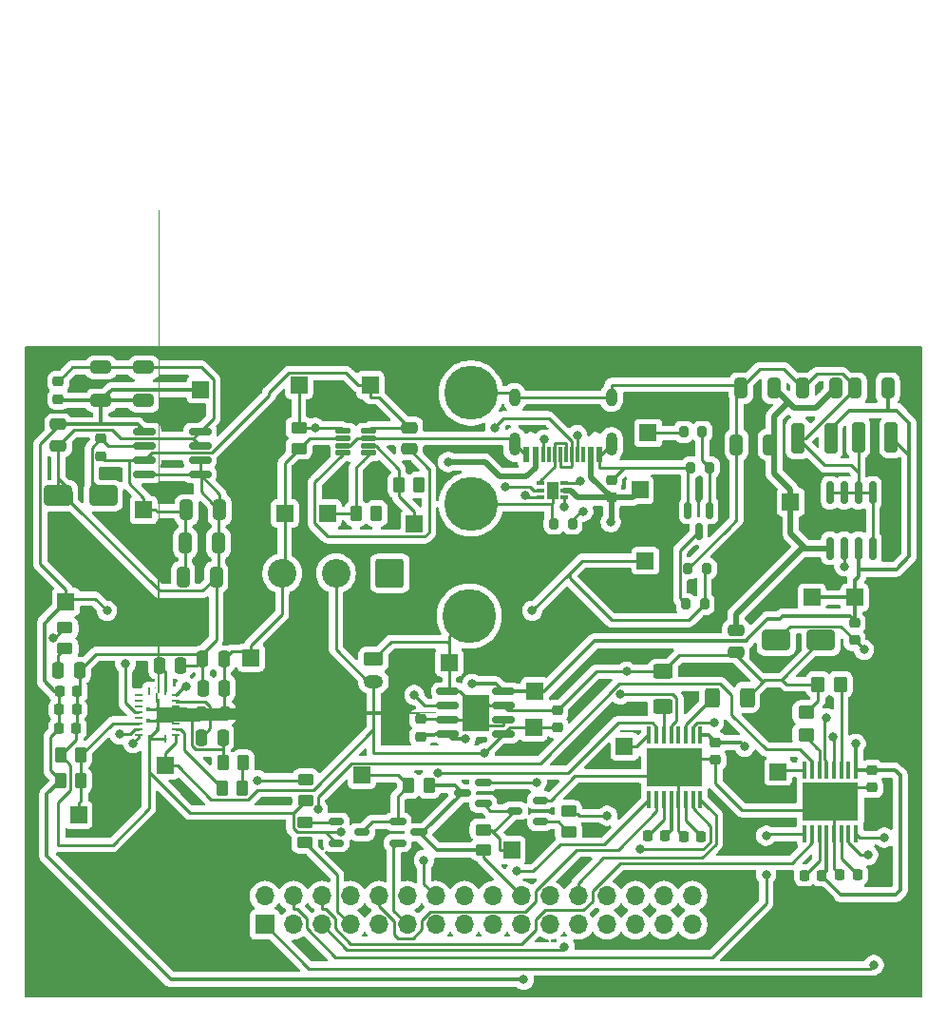
<source format=gbr>
%TF.GenerationSoftware,KiCad,Pcbnew,9.0.0*%
%TF.CreationDate,2025-04-10T10:58:41+02:00*%
%TF.ProjectId,Micro-Mouse Power Subsystem,4d696372-6f2d-44d6-9f75-736520506f77,rev?*%
%TF.SameCoordinates,Original*%
%TF.FileFunction,Copper,L1,Top*%
%TF.FilePolarity,Positive*%
%FSLAX46Y46*%
G04 Gerber Fmt 4.6, Leading zero omitted, Abs format (unit mm)*
G04 Created by KiCad (PCBNEW 9.0.0) date 2025-04-10 10:58:41*
%MOMM*%
%LPD*%
G01*
G04 APERTURE LIST*
G04 Aperture macros list*
%AMRoundRect*
0 Rectangle with rounded corners*
0 $1 Rounding radius*
0 $2 $3 $4 $5 $6 $7 $8 $9 X,Y pos of 4 corners*
0 Add a 4 corners polygon primitive as box body*
4,1,4,$2,$3,$4,$5,$6,$7,$8,$9,$2,$3,0*
0 Add four circle primitives for the rounded corners*
1,1,$1+$1,$2,$3*
1,1,$1+$1,$4,$5*
1,1,$1+$1,$6,$7*
1,1,$1+$1,$8,$9*
0 Add four rect primitives between the rounded corners*
20,1,$1+$1,$2,$3,$4,$5,0*
20,1,$1+$1,$4,$5,$6,$7,0*
20,1,$1+$1,$6,$7,$8,$9,0*
20,1,$1+$1,$8,$9,$2,$3,0*%
%AMFreePoly0*
4,1,413,-0.218419,2.454743,-0.216190,2.454000,-0.215000,2.454000,-0.213419,2.453743,-0.211190,2.453000,-0.210000,2.453000,-0.208419,2.452743,-0.205419,2.451743,-0.204764,2.451472,-0.203080,2.450630,-0.200419,2.449743,-0.198464,2.448536,-0.197036,2.447108,-0.195764,2.446472,-0.194464,2.445536,-0.193036,2.444108,-0.191764,2.443472,-0.190464,2.442536,-0.182464,2.434536,-0.181528,2.433236,
-0.180892,2.431964,-0.179464,2.430536,-0.178528,2.429236,-0.177892,2.427964,-0.176464,2.426536,-0.175257,2.424581,-0.174370,2.421920,-0.173528,2.420236,-0.173257,2.419581,-0.172257,2.416581,-0.172000,2.415000,-0.172000,2.413810,-0.171257,2.411581,-0.171000,2.410000,-0.171000,2.408810,-0.170257,2.406581,-0.170000,2.405000,-0.170000,1.930000,0.170000,1.930000,0.170000,2.405000,
0.170257,2.406581,0.171000,2.408810,0.171000,2.410000,0.171257,2.411581,0.172000,2.413810,0.172000,2.415000,0.172257,2.416581,0.173257,2.419581,0.173528,2.420236,0.174370,2.421920,0.175257,2.424581,0.176464,2.426536,0.177892,2.427964,0.178528,2.429236,0.179464,2.430536,0.180892,2.431964,0.181528,2.433236,0.182464,2.434536,0.190464,2.442536,0.191764,2.443472,
0.193036,2.444108,0.194464,2.445536,0.195764,2.446472,0.197036,2.447108,0.198464,2.448536,0.200419,2.449743,0.203080,2.450630,0.204764,2.451472,0.205419,2.451743,0.208419,2.452743,0.210000,2.453000,0.211190,2.453000,0.213419,2.453743,0.215000,2.454000,0.216190,2.454000,0.218419,2.454743,0.220000,2.455000,0.330000,2.455000,0.331581,2.454743,0.333810,2.454000,
0.335000,2.454000,0.336581,2.453743,0.338810,2.453000,0.340000,2.453000,0.341581,2.452743,0.344581,2.451743,0.345236,2.451472,0.346920,2.450630,0.349581,2.449743,0.351536,2.448536,0.352964,2.447108,0.354236,2.446472,0.355536,2.445536,0.356964,2.444108,0.358236,2.443472,0.359536,2.442536,0.367536,2.434536,0.368472,2.433236,0.369108,2.431964,0.370536,2.430536,
0.371472,2.429236,0.372108,2.427964,0.373536,2.426536,0.374743,2.424581,0.375630,2.421920,0.376472,2.420236,0.376743,2.419581,0.377743,2.416581,0.378000,2.415000,0.378000,2.413810,0.378743,2.411581,0.379000,2.410000,0.379000,2.408810,0.379743,2.406581,0.380000,2.405000,0.380000,1.530000,0.980000,1.530000,0.981581,1.529743,0.983810,1.529000,0.985000,1.529000,
0.986581,1.528743,0.988810,1.528000,0.990000,1.528000,0.991581,1.527743,0.994581,1.526743,0.995236,1.526472,0.996920,1.525630,0.998810,1.525000,1.025000,1.525000,1.025000,1.498810,1.025630,1.496920,1.026472,1.495236,1.026743,1.494581,1.027743,1.491581,1.028000,1.490000,1.028000,1.488810,1.028743,1.486581,1.029000,1.485000,1.029000,1.483810,1.029743,1.481581,
1.030000,1.480000,1.030000,-1.480000,1.029743,-1.481581,1.029000,-1.483810,1.029000,-1.485000,1.028743,-1.486581,1.028000,-1.488810,1.028000,-1.490000,1.027743,-1.491581,1.026743,-1.494581,1.026472,-1.495236,1.025630,-1.496920,1.025000,-1.498810,1.025000,-1.525000,0.998810,-1.525000,0.996920,-1.525630,0.995236,-1.526472,0.994581,-1.526743,0.991581,-1.527743,0.990000,-1.528000,
0.988810,-1.528000,0.986581,-1.528743,0.985000,-1.529000,0.983810,-1.529000,0.981581,-1.529743,0.980000,-1.530000,0.380000,-1.530000,0.380000,-2.405000,0.379743,-2.406581,0.379000,-2.408810,0.379000,-2.410000,0.378743,-2.411581,0.378000,-2.413810,0.378000,-2.415000,0.377743,-2.416581,0.376743,-2.419581,0.376472,-2.420236,0.375630,-2.421920,0.374743,-2.424581,0.373536,-2.426536,
0.372108,-2.427964,0.371472,-2.429236,0.370536,-2.430536,0.369108,-2.431964,0.368472,-2.433236,0.367536,-2.434536,0.359536,-2.442536,0.358236,-2.443472,0.356964,-2.444108,0.355536,-2.445536,0.354236,-2.446472,0.352964,-2.447108,0.351536,-2.448536,0.349581,-2.449743,0.346920,-2.450630,0.345236,-2.451472,0.344581,-2.451743,0.341581,-2.452743,0.340000,-2.453000,0.338810,-2.453000,
0.336581,-2.453743,0.335000,-2.454000,0.333810,-2.454000,0.331581,-2.454743,0.330000,-2.455000,0.220000,-2.455000,0.218419,-2.454743,0.216190,-2.454000,0.215000,-2.454000,0.213419,-2.453743,0.211190,-2.453000,0.210000,-2.453000,0.208419,-2.452743,0.205419,-2.451743,0.204764,-2.451472,0.203080,-2.450630,0.200419,-2.449743,0.198464,-2.448536,0.197036,-2.447108,0.195764,-2.446472,
0.194464,-2.445536,0.193036,-2.444108,0.191764,-2.443472,0.190464,-2.442536,0.182464,-2.434536,0.181528,-2.433236,0.180892,-2.431964,0.179464,-2.430536,0.178528,-2.429236,0.177892,-2.427964,0.176464,-2.426536,0.175257,-2.424581,0.174370,-2.421920,0.173528,-2.420236,0.173257,-2.419581,0.172257,-2.416581,0.172000,-2.415000,0.172000,-2.413810,0.171257,-2.411581,0.171000,-2.410000,
0.171000,-2.408810,0.170257,-2.406581,0.170000,-2.405000,0.170000,-1.930000,-0.170000,-1.930000,-0.170000,-2.405000,-0.170257,-2.406581,-0.171000,-2.408810,-0.171000,-2.410000,-0.171257,-2.411581,-0.172000,-2.413810,-0.172000,-2.415000,-0.172257,-2.416581,-0.173257,-2.419581,-0.173528,-2.420236,-0.174370,-2.421920,-0.175257,-2.424581,-0.176464,-2.426536,-0.177892,-2.427964,-0.178528,-2.429236,
-0.179464,-2.430536,-0.180892,-2.431964,-0.181528,-2.433236,-0.182464,-2.434536,-0.190464,-2.442536,-0.191764,-2.443472,-0.193036,-2.444108,-0.194464,-2.445536,-0.195764,-2.446472,-0.197036,-2.447108,-0.198464,-2.448536,-0.200419,-2.449743,-0.203080,-2.450630,-0.204764,-2.451472,-0.205419,-2.451743,-0.208419,-2.452743,-0.210000,-2.453000,-0.211190,-2.453000,-0.213419,-2.453743,-0.215000,-2.454000,
-0.216190,-2.454000,-0.218419,-2.454743,-0.220000,-2.455000,-0.330000,-2.455000,-0.331581,-2.454743,-0.333810,-2.454000,-0.335000,-2.454000,-0.336581,-2.453743,-0.338810,-2.453000,-0.340000,-2.453000,-0.341581,-2.452743,-0.344581,-2.451743,-0.345236,-2.451472,-0.346920,-2.450630,-0.349581,-2.449743,-0.351536,-2.448536,-0.352964,-2.447108,-0.354236,-2.446472,-0.355536,-2.445536,-0.356964,-2.444108,
-0.358236,-2.443472,-0.359536,-2.442536,-0.367536,-2.434536,-0.368472,-2.433236,-0.369108,-2.431964,-0.370536,-2.430536,-0.371472,-2.429236,-0.372108,-2.427964,-0.373536,-2.426536,-0.374743,-2.424581,-0.375630,-2.421920,-0.376472,-2.420236,-0.376743,-2.419581,-0.377743,-2.416581,-0.378000,-2.415000,-0.378000,-2.413810,-0.378743,-2.411581,-0.379000,-2.410000,-0.379000,-2.408810,-0.379743,-2.406581,
-0.380000,-2.405000,-0.380000,-1.530000,-0.980000,-1.530000,-0.981581,-1.529743,-0.983810,-1.529000,-0.985000,-1.529000,-0.986581,-1.528743,-0.988810,-1.528000,-0.990000,-1.528000,-0.991581,-1.527743,-0.994581,-1.526743,-0.995236,-1.526472,-0.996920,-1.525630,-0.998810,-1.525000,-1.025000,-1.525000,-1.025000,-1.498810,-1.025630,-1.496920,-1.026472,-1.495236,-1.026743,-1.494581,-1.027743,-1.491581,
-1.028000,-1.490000,-1.028000,-1.488810,-1.028743,-1.486581,-1.029000,-1.485000,-1.029000,-1.483810,-1.029743,-1.481581,-1.030000,-1.480000,-1.030000,1.480000,-1.029743,1.481581,-1.029000,1.483810,-1.029000,1.485000,-1.028743,1.486581,-1.028000,1.488810,-1.028000,1.490000,-1.027743,1.491581,-1.026743,1.494581,-1.026472,1.495236,-1.025630,1.496920,-1.025000,1.498810,-1.025000,1.525000,
-0.998810,1.525000,-0.996920,1.525630,-0.995236,1.526472,-0.994581,1.526743,-0.991581,1.527743,-0.990000,1.528000,-0.988810,1.528000,-0.986581,1.528743,-0.985000,1.529000,-0.983810,1.529000,-0.981581,1.529743,-0.980000,1.530000,-0.380000,1.530000,-0.380000,2.405000,-0.379743,2.406581,-0.379000,2.408810,-0.379000,2.410000,-0.378743,2.411581,-0.378000,2.413810,-0.378000,2.415000,
-0.377743,2.416581,-0.376743,2.419581,-0.376472,2.420236,-0.375630,2.421920,-0.374743,2.424581,-0.373536,2.426536,-0.372108,2.427964,-0.371472,2.429236,-0.370536,2.430536,-0.369108,2.431964,-0.368472,2.433236,-0.367536,2.434536,-0.359536,2.442536,-0.358236,2.443472,-0.356964,2.444108,-0.355536,2.445536,-0.354236,2.446472,-0.352964,2.447108,-0.351536,2.448536,-0.349581,2.449743,
-0.346920,2.450630,-0.345236,2.451472,-0.344581,2.451743,-0.341581,2.452743,-0.340000,2.453000,-0.338810,2.453000,-0.336581,2.453743,-0.335000,2.454000,-0.333810,2.454000,-0.331581,2.454743,-0.330000,2.455000,-0.220000,2.455000,-0.218419,2.454743,-0.218419,2.454743,$1*%
G04 Aperture macros list end*
%TA.AperFunction,SMDPad,CuDef*%
%ADD10RoundRect,0.050400X0.069600X0.249600X-0.069600X0.249600X-0.069600X-0.249600X0.069600X-0.249600X0*%
%TD*%
%TA.AperFunction,SMDPad,CuDef*%
%ADD11RoundRect,0.050400X0.249600X0.069600X-0.249600X0.069600X-0.249600X-0.069600X0.249600X-0.069600X0*%
%TD*%
%TA.AperFunction,SMDPad,CuDef*%
%ADD12FreePoly0,180.000000*%
%TD*%
%TA.AperFunction,ComponentPad*%
%ADD13C,0.450000*%
%TD*%
%TA.AperFunction,SMDPad,CuDef*%
%ADD14RoundRect,0.100000X-0.100000X0.687500X-0.100000X-0.687500X0.100000X-0.687500X0.100000X0.687500X0*%
%TD*%
%TA.AperFunction,HeatsinkPad*%
%ADD15C,0.500000*%
%TD*%
%TA.AperFunction,HeatsinkPad*%
%ADD16R,5.000000X3.400000*%
%TD*%
%TA.AperFunction,SMDPad,CuDef*%
%ADD17RoundRect,0.150000X-0.825000X-0.150000X0.825000X-0.150000X0.825000X0.150000X-0.825000X0.150000X0*%
%TD*%
%TA.AperFunction,HeatsinkPad*%
%ADD18R,2.410000X3.300000*%
%TD*%
%TA.AperFunction,SMDPad,CuDef*%
%ADD19RoundRect,0.225000X0.250000X-0.225000X0.250000X0.225000X-0.250000X0.225000X-0.250000X-0.225000X0*%
%TD*%
%TA.AperFunction,SMDPad,CuDef*%
%ADD20RoundRect,0.150000X0.587500X0.150000X-0.587500X0.150000X-0.587500X-0.150000X0.587500X-0.150000X0*%
%TD*%
%TA.AperFunction,SMDPad,CuDef*%
%ADD21RoundRect,0.250000X-0.250000X-0.475000X0.250000X-0.475000X0.250000X0.475000X-0.250000X0.475000X0*%
%TD*%
%TA.AperFunction,SMDPad,CuDef*%
%ADD22RoundRect,0.150000X-0.512500X-0.150000X0.512500X-0.150000X0.512500X0.150000X-0.512500X0.150000X0*%
%TD*%
%TA.AperFunction,SMDPad,CuDef*%
%ADD23RoundRect,0.225000X-0.225000X-0.250000X0.225000X-0.250000X0.225000X0.250000X-0.225000X0.250000X0*%
%TD*%
%TA.AperFunction,SMDPad,CuDef*%
%ADD24R,1.500000X1.500000*%
%TD*%
%TA.AperFunction,SMDPad,CuDef*%
%ADD25RoundRect,0.250000X0.325000X1.100000X-0.325000X1.100000X-0.325000X-1.100000X0.325000X-1.100000X0*%
%TD*%
%TA.AperFunction,SMDPad,CuDef*%
%ADD26RoundRect,0.250000X0.262500X0.450000X-0.262500X0.450000X-0.262500X-0.450000X0.262500X-0.450000X0*%
%TD*%
%TA.AperFunction,SMDPad,CuDef*%
%ADD27RoundRect,0.250000X-0.475000X0.250000X-0.475000X-0.250000X0.475000X-0.250000X0.475000X0.250000X0*%
%TD*%
%TA.AperFunction,SMDPad,CuDef*%
%ADD28RoundRect,0.250000X0.325000X0.650000X-0.325000X0.650000X-0.325000X-0.650000X0.325000X-0.650000X0*%
%TD*%
%TA.AperFunction,SMDPad,CuDef*%
%ADD29RoundRect,0.218750X-0.256250X0.218750X-0.256250X-0.218750X0.256250X-0.218750X0.256250X0.218750X0*%
%TD*%
%TA.AperFunction,SMDPad,CuDef*%
%ADD30RoundRect,0.225000X0.225000X0.250000X-0.225000X0.250000X-0.225000X-0.250000X0.225000X-0.250000X0*%
%TD*%
%TA.AperFunction,SMDPad,CuDef*%
%ADD31RoundRect,0.200000X0.200000X0.275000X-0.200000X0.275000X-0.200000X-0.275000X0.200000X-0.275000X0*%
%TD*%
%TA.AperFunction,SMDPad,CuDef*%
%ADD32RoundRect,0.125000X-0.537500X-0.125000X0.537500X-0.125000X0.537500X0.125000X-0.537500X0.125000X0*%
%TD*%
%TA.AperFunction,SMDPad,CuDef*%
%ADD33RoundRect,0.250000X-0.450000X0.262500X-0.450000X-0.262500X0.450000X-0.262500X0.450000X0.262500X0*%
%TD*%
%TA.AperFunction,SMDPad,CuDef*%
%ADD34RoundRect,0.250000X-0.262500X-0.450000X0.262500X-0.450000X0.262500X0.450000X-0.262500X0.450000X0*%
%TD*%
%TA.AperFunction,SMDPad,CuDef*%
%ADD35RoundRect,0.250000X-0.325000X-0.650000X0.325000X-0.650000X0.325000X0.650000X-0.325000X0.650000X0*%
%TD*%
%TA.AperFunction,SMDPad,CuDef*%
%ADD36RoundRect,0.250000X-0.350000X-0.450000X0.350000X-0.450000X0.350000X0.450000X-0.350000X0.450000X0*%
%TD*%
%TA.AperFunction,ComponentPad*%
%ADD37R,1.700000X1.700000*%
%TD*%
%TA.AperFunction,ComponentPad*%
%ADD38O,1.700000X1.700000*%
%TD*%
%TA.AperFunction,SMDPad,CuDef*%
%ADD39R,0.650000X0.350000*%
%TD*%
%TA.AperFunction,SMDPad,CuDef*%
%ADD40R,1.000000X1.600000*%
%TD*%
%TA.AperFunction,SMDPad,CuDef*%
%ADD41RoundRect,0.250000X0.450000X-0.262500X0.450000X0.262500X-0.450000X0.262500X-0.450000X-0.262500X0*%
%TD*%
%TA.AperFunction,SMDPad,CuDef*%
%ADD42RoundRect,0.150000X0.512500X0.150000X-0.512500X0.150000X-0.512500X-0.150000X0.512500X-0.150000X0*%
%TD*%
%TA.AperFunction,SMDPad,CuDef*%
%ADD43RoundRect,0.150000X0.150000X-0.825000X0.150000X0.825000X-0.150000X0.825000X-0.150000X-0.825000X0*%
%TD*%
%TA.AperFunction,SMDPad,CuDef*%
%ADD44RoundRect,0.150000X-0.587500X-0.150000X0.587500X-0.150000X0.587500X0.150000X-0.587500X0.150000X0*%
%TD*%
%TA.AperFunction,SMDPad,CuDef*%
%ADD45RoundRect,0.225000X-0.250000X0.225000X-0.250000X-0.225000X0.250000X-0.225000X0.250000X0.225000X0*%
%TD*%
%TA.AperFunction,SMDPad,CuDef*%
%ADD46RoundRect,0.250000X0.650000X-0.325000X0.650000X0.325000X-0.650000X0.325000X-0.650000X-0.325000X0*%
%TD*%
%TA.AperFunction,ComponentPad*%
%ADD47RoundRect,0.250000X-0.625000X0.350000X-0.625000X-0.350000X0.625000X-0.350000X0.625000X0.350000X0*%
%TD*%
%TA.AperFunction,ComponentPad*%
%ADD48O,1.750000X1.200000*%
%TD*%
%TA.AperFunction,SMDPad,CuDef*%
%ADD49RoundRect,0.250000X0.250000X0.475000X-0.250000X0.475000X-0.250000X-0.475000X0.250000X-0.475000X0*%
%TD*%
%TA.AperFunction,SMDPad,CuDef*%
%ADD50RoundRect,0.218750X0.218750X0.381250X-0.218750X0.381250X-0.218750X-0.381250X0.218750X-0.381250X0*%
%TD*%
%TA.AperFunction,SMDPad,CuDef*%
%ADD51RoundRect,0.200000X-0.200000X-0.275000X0.200000X-0.275000X0.200000X0.275000X-0.200000X0.275000X0*%
%TD*%
%TA.AperFunction,SMDPad,CuDef*%
%ADD52RoundRect,0.250000X-0.450000X0.350000X-0.450000X-0.350000X0.450000X-0.350000X0.450000X0.350000X0*%
%TD*%
%TA.AperFunction,SMDPad,CuDef*%
%ADD53RoundRect,0.250000X1.000000X0.650000X-1.000000X0.650000X-1.000000X-0.650000X1.000000X-0.650000X0*%
%TD*%
%TA.AperFunction,SMDPad,CuDef*%
%ADD54R,0.600000X1.450000*%
%TD*%
%TA.AperFunction,SMDPad,CuDef*%
%ADD55R,0.300000X1.450000*%
%TD*%
%TA.AperFunction,HeatsinkPad*%
%ADD56O,1.000000X2.100000*%
%TD*%
%TA.AperFunction,HeatsinkPad*%
%ADD57O,1.000000X1.600000*%
%TD*%
%TA.AperFunction,SMDPad,CuDef*%
%ADD58RoundRect,0.250000X0.400000X0.625000X-0.400000X0.625000X-0.400000X-0.625000X0.400000X-0.625000X0*%
%TD*%
%TA.AperFunction,SMDPad,CuDef*%
%ADD59RoundRect,0.250000X0.475000X-0.250000X0.475000X0.250000X-0.475000X0.250000X-0.475000X-0.250000X0*%
%TD*%
%TA.AperFunction,ComponentPad*%
%ADD60RoundRect,0.249999X1.025001X1.025001X-1.025001X1.025001X-1.025001X-1.025001X1.025001X-1.025001X0*%
%TD*%
%TA.AperFunction,ComponentPad*%
%ADD61C,2.550000*%
%TD*%
%TA.AperFunction,SMDPad,CuDef*%
%ADD62RoundRect,0.150000X-0.150000X0.587500X-0.150000X-0.587500X0.150000X-0.587500X0.150000X0.587500X0*%
%TD*%
%TA.AperFunction,SMDPad,CuDef*%
%ADD63RoundRect,0.250000X-1.000000X-0.650000X1.000000X-0.650000X1.000000X0.650000X-1.000000X0.650000X0*%
%TD*%
%TA.AperFunction,SMDPad,CuDef*%
%ADD64RoundRect,0.250000X-0.625000X0.400000X-0.625000X-0.400000X0.625000X-0.400000X0.625000X0.400000X0*%
%TD*%
%TA.AperFunction,SMDPad,CuDef*%
%ADD65RoundRect,0.218750X0.256250X-0.218750X0.256250X0.218750X-0.256250X0.218750X-0.256250X-0.218750X0*%
%TD*%
%TA.AperFunction,ViaPad*%
%ADD66C,0.800000*%
%TD*%
%TA.AperFunction,ViaPad*%
%ADD67C,4.800000*%
%TD*%
%TA.AperFunction,Conductor*%
%ADD68C,0.240200*%
%TD*%
%TA.AperFunction,Conductor*%
%ADD69C,0.250000*%
%TD*%
%TA.AperFunction,Conductor*%
%ADD70C,0.350000*%
%TD*%
%TA.AperFunction,Conductor*%
%ADD71C,0.500000*%
%TD*%
G04 APERTURE END LIST*
D10*
%TO.P,U3,1,VCC*%
%TO.N,GND*%
X109684300Y-110328000D03*
D11*
%TO.P,U3,2,EN*%
%TO.N,/BATTERY*%
X110584300Y-109928000D03*
%TO.P,U3,3,FSW*%
%TO.N,Net-(U3-FSW)*%
X110584300Y-109428000D03*
%TO.P,U3,4,SW_7*%
%TO.N,unconnected-(U3-SW_7-Pad4)*%
X110584300Y-108928000D03*
%TO.P,U3,5,SW_4*%
%TO.N,/BOOT*%
X110584300Y-108428000D03*
%TO.P,U3,6,SW_5*%
%TO.N,unconnected-(U3-SW_5-Pad6)*%
X110584300Y-107928000D03*
%TO.P,U3,7,SW_6*%
%TO.N,unconnected-(U3-SW_6-Pad7)*%
X110584300Y-107428000D03*
%TO.P,U3,8,BOOT*%
%TO.N,Net-(U3-BOOT)*%
X110584300Y-106928000D03*
%TO.P,U3,9,VIN*%
%TO.N,/SWITCH_OUT*%
X110584300Y-106428000D03*
D10*
%TO.P,U3,10,SS*%
%TO.N,Net-(U3-SS)*%
X109684300Y-106028000D03*
%TO.P,U3,11,NC_11*%
%TO.N,unconnected-(U3-NC_11-Pad11)*%
X108184300Y-106028000D03*
D11*
%TO.P,U3,12,NC_12*%
%TO.N,unconnected-(U3-NC_12-Pad12)*%
X107284300Y-106428000D03*
%TO.P,U3,13,MODE*%
%TO.N,unconnected-(U3-MODE-Pad13)*%
X107284300Y-106928000D03*
%TO.P,U3,14,VOUT_16*%
%TO.N,unconnected-(U3-VOUT_16-Pad14)*%
X107284300Y-107428000D03*
%TO.P,U3,15,VOUT_14*%
%TO.N,/5V_OUT*%
X107284300Y-107928000D03*
%TO.P,U3,16,VOUT_15*%
%TO.N,unconnected-(U3-VOUT_15-Pad16)*%
X107284300Y-108428000D03*
%TO.P,U3,17,FB*%
%TO.N,/FB*%
X107284300Y-108928000D03*
%TO.P,U3,18,COMP*%
%TO.N,Net-(U3-COMP)*%
X107284300Y-109428000D03*
%TO.P,U3,19,ILIM*%
%TO.N,Net-(U3-ILIM)*%
X107284300Y-109928000D03*
D10*
%TO.P,U3,20,AGND*%
%TO.N,GND*%
X108184300Y-110328000D03*
D12*
%TO.P,U3,21,PGND*%
X108934300Y-108178000D03*
D13*
%TO.P,U3,22,PGND*%
X108934300Y-109453000D03*
%TO.P,U3,23,PGND*%
X109709300Y-108703000D03*
%TO.P,U3,24,PGND*%
X108934300Y-108703000D03*
%TO.P,U3,25,PGND*%
X108159300Y-108703000D03*
%TO.P,U3,26,PGND*%
X109709300Y-107653000D03*
%TO.P,U3,27,PGND*%
X108934300Y-107653000D03*
%TO.P,U3,28,PGND*%
X108159300Y-107653000D03*
%TO.P,U3,29,PGND*%
X108934300Y-106903000D03*
%TD*%
D14*
%TO.P,U5,1,nSLEEP*%
%TO.N,/5V Out *%
X171200000Y-113050000D03*
%TO.P,U5,2,AOUT1*%
%TO.N,/MOTOR1_A_OUT*%
X170550000Y-113050000D03*
%TO.P,U5,3,AISEN*%
%TO.N,Net-(U5-AISEN)*%
X169900000Y-113050000D03*
%TO.P,U5,4,AOUT2*%
%TO.N,/MOTOR1_B_OUT*%
X169250000Y-113050000D03*
%TO.P,U5,5,BOUT2*%
%TO.N,/MOTOR2_B_OUT*%
X168600000Y-113050000D03*
%TO.P,U5,6,BISEN*%
%TO.N,Net-(U5-BISEN)*%
X167950000Y-113050000D03*
%TO.P,U5,7,BOUT1*%
%TO.N,/MOTOR2_A_OUT*%
X167300000Y-113050000D03*
%TO.P,U5,8,nFAULT*%
%TO.N,Net-(U5-nFAULT)*%
X166650000Y-113050000D03*
%TO.P,U5,9,BIN1*%
%TO.N,/MOTOR2_CTRL1*%
X166650000Y-118775000D03*
%TO.P,U5,10,BIN2*%
%TO.N,/MOTOR2_CTRL2*%
X167300000Y-118775000D03*
%TO.P,U5,11,VCP*%
%TO.N,Net-(U5-VCP)*%
X167950000Y-118775000D03*
%TO.P,U5,12,VM*%
%TO.N,/5V Out *%
X168600000Y-118775000D03*
%TO.P,U5,13,GND*%
%TO.N,GND*%
X169250000Y-118775000D03*
%TO.P,U5,14,VINT*%
%TO.N,Net-(U5-VINT)*%
X169900000Y-118775000D03*
%TO.P,U5,15,AIN2*%
%TO.N,/MOTOR1_CTRL2*%
X170550000Y-118775000D03*
%TO.P,U5,16,AIN1*%
%TO.N,/MOTOR1_CTRL1*%
X171200000Y-118775000D03*
D15*
%TO.P,U5,17,GND(PPAD)*%
%TO.N,GND*%
X170425000Y-115162500D03*
X168925000Y-115162500D03*
X167425000Y-115162500D03*
D16*
X168925000Y-115912500D03*
D15*
X170425000Y-116662500D03*
X168925000Y-116662500D03*
X167425000Y-116662500D03*
%TD*%
D14*
%TO.P,U6,1,nSLEEP*%
%TO.N,/5V Out *%
X157334300Y-109990500D03*
%TO.P,U6,2,AOUT1*%
%TO.N,/MOTOR3_A_OUT*%
X156684300Y-109990500D03*
%TO.P,U6,3,AISEN*%
%TO.N,Net-(U6-AISEN)*%
X156034300Y-109990500D03*
%TO.P,U6,4,AOUT2*%
%TO.N,/MOTOR3_B_OUT*%
X155384300Y-109990500D03*
%TO.P,U6,5,BOUT2*%
%TO.N,/MOTOR4_B_OUT*%
X154734300Y-109990500D03*
%TO.P,U6,6,BISEN*%
%TO.N,Net-(U6-BISEN)*%
X154084300Y-109990500D03*
%TO.P,U6,7,BOUT1*%
%TO.N,/MOTOR4_A_OUT*%
X153434300Y-109990500D03*
%TO.P,U6,8,nFAULT*%
%TO.N,Net-(U6-nFAULT)*%
X152784300Y-109990500D03*
%TO.P,U6,9,BIN1*%
%TO.N,/MOTOR4_CTRL1*%
X152784300Y-115715500D03*
%TO.P,U6,10,BIN2*%
%TO.N,/MOTOR4_CTRL2*%
X153434300Y-115715500D03*
%TO.P,U6,11,VCP*%
%TO.N,Net-(U6-VCP)*%
X154084300Y-115715500D03*
%TO.P,U6,12,VM*%
%TO.N,/5V Out *%
X154734300Y-115715500D03*
%TO.P,U6,13,GND*%
%TO.N,GND*%
X155384300Y-115715500D03*
%TO.P,U6,14,VINT*%
%TO.N,Net-(U6-VINT)*%
X156034300Y-115715500D03*
%TO.P,U6,15,AIN2*%
%TO.N,/MOTOR3_CTRL2*%
X156684300Y-115715500D03*
%TO.P,U6,16,AIN1*%
%TO.N,/MOTOR3_CTRL1*%
X157334300Y-115715500D03*
D15*
%TO.P,U6,17,GND(PPAD)*%
%TO.N,GND*%
X156559300Y-112103000D03*
X155059300Y-112103000D03*
X153559300Y-112103000D03*
D16*
X155059300Y-112853000D03*
D15*
X156559300Y-113603000D03*
X155059300Y-113603000D03*
X153559300Y-113603000D03*
%TD*%
D17*
%TO.P,U1,1,TEMP*%
%TO.N,GND*%
X134834300Y-106078000D03*
%TO.P,U1,2,PROG*%
%TO.N,Net-(U1-PROG)*%
X134834300Y-107348000D03*
%TO.P,U1,3,GND*%
%TO.N,GND*%
X134834300Y-108618000D03*
%TO.P,U1,4,V_{CC}*%
%TO.N,/5V_BAT_CHARGE*%
X134834300Y-109888000D03*
%TO.P,U1,5,BAT*%
%TO.N,/BATTERY*%
X139784300Y-109888000D03*
%TO.P,U1,6,~{STDBY}*%
%TO.N,GND*%
X139784300Y-108618000D03*
%TO.P,U1,7,~{CHRG}*%
X139784300Y-107348000D03*
%TO.P,U1,8,CE*%
%TO.N,/5V_BAT_CHARGE*%
X139784300Y-106078000D03*
D15*
%TO.P,U1,9,EPAD*%
%TO.N,GND*%
X136609300Y-106783000D03*
X136609300Y-107983000D03*
X136609300Y-109183000D03*
D18*
X137309300Y-107983000D03*
D15*
X138009300Y-106783000D03*
X138009300Y-107983000D03*
X138009300Y-109183000D03*
%TD*%
D19*
%TO.P,C11,1*%
%TO.N,/5V_OUT*%
X100111800Y-80053000D03*
%TO.P,C11,2*%
%TO.N,GND*%
X100111800Y-78503000D03*
%TD*%
D20*
%TO.P,Q3,1,G*%
%TO.N,Net-(Q1-D)*%
X137984300Y-116083000D03*
%TO.P,Q3,2,S*%
%TO.N,/EXT_LOAD1_OUT*%
X137984300Y-114183000D03*
%TO.P,Q3,3,D*%
%TO.N,/5V_OUT*%
X136109300Y-115133000D03*
%TD*%
D21*
%TO.P,C16,1*%
%TO.N,Net-(U3-SS)*%
X109134300Y-103778000D03*
%TO.P,C16,2*%
%TO.N,GND*%
X111034300Y-103778000D03*
%TD*%
D22*
%TO.P,Q2,1,G*%
%TO.N,Net-(Q2-G)*%
X124884300Y-117673000D03*
%TO.P,Q2,2,S*%
%TO.N,GND*%
X124884300Y-119573000D03*
%TO.P,Q2,3,D*%
%TO.N,Net-(Q2-D)*%
X127159300Y-118623000D03*
%TD*%
D23*
%TO.P,C20,1*%
%TO.N,/5V_OUT*%
X100184300Y-107708000D03*
%TO.P,C20,2*%
%TO.N,GND*%
X101734300Y-107708000D03*
%TD*%
D19*
%TO.P,C6,1*%
%TO.N,/BATTERY*%
X144609300Y-109303000D03*
%TO.P,C6,2*%
%TO.N,GND*%
X144609300Y-107753000D03*
%TD*%
D24*
%TO.P,TP22,1,1*%
%TO.N,Net-(U7-SDA)*%
X131861800Y-91173000D03*
%TD*%
D25*
%TO.P,C13,1*%
%TO.N,/5V_BAT_CHARGE*%
X168975000Y-83550000D03*
%TO.P,C13,2*%
%TO.N,GND*%
X166025000Y-83550000D03*
%TD*%
D24*
%TO.P,TP19,1,1*%
%TO.N,/BATTERY*%
X121569300Y-78798000D03*
%TD*%
D26*
%TO.P,R4,1*%
%TO.N,/5V_OUT*%
X133151800Y-114463000D03*
%TO.P,R4,2*%
%TO.N,Net-(Q2-D)*%
X131326800Y-114463000D03*
%TD*%
D27*
%TO.P,C12,1*%
%TO.N,/5V_OUT*%
X100111800Y-82313000D03*
%TO.P,C12,2*%
%TO.N,GND*%
X100111800Y-84213000D03*
%TD*%
D23*
%TO.P,C25,1*%
%TO.N,/5V_OUT*%
X100234300Y-106058000D03*
%TO.P,C25,2*%
%TO.N,GND*%
X101784300Y-106058000D03*
%TD*%
D28*
%TO.P,C17,1*%
%TO.N,/5V_BAT_CHARGE*%
X174064300Y-79063000D03*
%TO.P,C17,2*%
%TO.N,GND*%
X171114300Y-79063000D03*
%TD*%
D29*
%TO.P,L3,1,1*%
%TO.N,Net-(D2-K)*%
X103921800Y-83583000D03*
%TO.P,L3,2,2*%
%TO.N,/3.3V_OUT*%
X103921800Y-85158000D03*
%TD*%
D24*
%TO.P,TP8,1,1*%
%TO.N,/BATTERY*%
X142459300Y-109303000D03*
%TD*%
%TO.P,TP1,1,1*%
%TO.N,/5V_BAT_CHARGE*%
X142600000Y-106050000D03*
%TD*%
D30*
%TO.P,C22,1*%
%TO.N,/5V Out *%
X154225000Y-118950000D03*
%TO.P,C22,2*%
%TO.N,Net-(U6-VCP)*%
X152675000Y-118950000D03*
%TD*%
D31*
%TO.P,R22,1*%
%TO.N,Net-(U8-VSET)*%
X145934300Y-91133000D03*
%TO.P,R22,2*%
%TO.N,GND*%
X144284300Y-91133000D03*
%TD*%
D32*
%TO.P,U7,1,IN+*%
%TO.N,/BATTERY*%
X125511800Y-82903000D03*
%TO.P,U7,2,IN-*%
%TO.N,/SWITCH_OUT*%
X125511800Y-83553000D03*
%TO.P,U7,3,GND*%
%TO.N,GND*%
X125511800Y-84203000D03*
%TO.P,U7,4,VS*%
%TO.N,Net-(U7-VS)*%
X125511800Y-84853000D03*
%TO.P,U7,5,SCL*%
%TO.N,Net-(U7-SCL)*%
X127786800Y-84853000D03*
%TO.P,U7,6,SDA*%
%TO.N,Net-(U7-SDA)*%
X127786800Y-84203000D03*
%TO.P,U7,7,A0*%
%TO.N,GND*%
X127786800Y-83553000D03*
%TO.P,U7,8,A1*%
%TO.N,/3.3V_OUT*%
X127786800Y-82903000D03*
%TD*%
D33*
%TO.P,R11,1*%
%TO.N,Net-(U3-ILIM)*%
X122159300Y-113940500D03*
%TO.P,R11,2*%
%TO.N,GND*%
X122159300Y-115765500D03*
%TD*%
D24*
%TO.P,TP15,1,1*%
%TO.N,/3.3V_OUT*%
X107731800Y-89933000D03*
%TD*%
D34*
%TO.P,R9,1*%
%TO.N,/BOOT*%
X114771800Y-112428000D03*
%TO.P,R9,2*%
%TO.N,Net-(R10-Pad1)*%
X116596800Y-112428000D03*
%TD*%
D35*
%TO.P,C19,1*%
%TO.N,/3.3V_OUT*%
X111541800Y-89933000D03*
%TO.P,C19,2*%
%TO.N,GND*%
X114491800Y-89933000D03*
%TD*%
D31*
%TO.P,R8,1*%
%TO.N,Net-(U1-PROG)*%
X157714300Y-98308000D03*
%TO.P,R8,2*%
%TO.N,Net-(Q5-D)*%
X156064300Y-98308000D03*
%TD*%
D36*
%TO.P,R12,1*%
%TO.N,GND*%
X167850000Y-105450000D03*
%TO.P,R12,2*%
%TO.N,Net-(U5-AISEN)*%
X169850000Y-105450000D03*
%TD*%
D26*
%TO.P,R10,1*%
%TO.N,Net-(R10-Pad1)*%
X116546800Y-114678000D03*
%TO.P,R10,2*%
%TO.N,Net-(U3-FSW)*%
X114721800Y-114678000D03*
%TD*%
D24*
%TO.P,TP21,1,1*%
%TO.N,Net-(U7-SCL)*%
X124109300Y-90228000D03*
%TD*%
D35*
%TO.P,C24,1*%
%TO.N,/3.3V_OUT*%
X111434300Y-92853000D03*
%TO.P,C24,2*%
%TO.N,GND*%
X114384300Y-92853000D03*
%TD*%
D25*
%TO.P,C14,1*%
%TO.N,/5V_BAT_CHARGE*%
X174375000Y-83450000D03*
%TO.P,C14,2*%
%TO.N,GND*%
X171425000Y-83450000D03*
%TD*%
D37*
%TO.P,J1,1,Pin_1*%
%TO.N,/MOTOR2_B_OUT*%
X118529300Y-126843000D03*
D38*
%TO.P,J1,2,Pin_2*%
%TO.N,/MOTOR2_A_OUT*%
X118529300Y-124303000D03*
%TO.P,J1,3,Pin_3*%
%TO.N,/MOTOR4_A_OUT*%
X121069300Y-126843000D03*
%TO.P,J1,4,Pin_4*%
%TO.N,/MOTOR2_CTRL1*%
X121069300Y-124303000D03*
%TO.P,J1,5,Pin_5*%
%TO.N,/MOTOR4_B_OUT*%
X123609300Y-126843000D03*
%TO.P,J1,6,Pin_6*%
%TO.N,/MOTOR2_CTRL2*%
X123609300Y-124303000D03*
%TO.P,J1,7,Pin_7*%
%TO.N,/CTRL_EXT_LOAD2*%
X126149300Y-126843000D03*
%TO.P,J1,8,Pin_8*%
%TO.N,/MOTOR4_CTRL1*%
X126149300Y-124303000D03*
%TO.P,J1,9,Pin_9*%
%TO.N,unconnected-(J1-Pin_9-Pad9)*%
X128689300Y-126843000D03*
%TO.P,J1,10,Pin_10*%
%TO.N,/MOTOR4_CTRL2*%
X128689300Y-124303000D03*
%TO.P,J1,11,Pin_11*%
%TO.N,/EXT_LOAD2_OUT*%
X131229300Y-126843000D03*
%TO.P,J1,12,Pin_12*%
%TO.N,/USART2_TX *%
X131229300Y-124303000D03*
%TO.P,J1,13,Pin_13*%
%TO.N,/FAST_CHARGE_CTRL *%
X133769300Y-126843000D03*
%TO.P,J1,14,Pin_14*%
%TO.N,/BATTERY*%
X133769300Y-124303000D03*
%TO.P,J1,15,Pin_15*%
%TO.N,unconnected-(J1-Pin_15-Pad15)*%
X136309300Y-126843000D03*
%TO.P,J1,16,Pin_16*%
%TO.N,/I2C1_SCL *%
X136309300Y-124303000D03*
%TO.P,J1,17,Pin_17*%
%TO.N,/I2C1_SDA *%
X138849300Y-126843000D03*
%TO.P,J1,18,Pin_18*%
%TO.N,/3V3 Out *%
X138849300Y-124303000D03*
%TO.P,J1,19,Pin_19*%
%TO.N,unconnected-(J1-Pin_19-Pad19)*%
X141389300Y-126843000D03*
%TO.P,J1,20,Pin_20*%
%TO.N,/5V_OUT*%
X141389300Y-124303000D03*
%TO.P,J1,21,Pin_21*%
%TO.N,/EXT_LOAD1_OUT*%
X143929300Y-126843000D03*
%TO.P,J1,22,Pin_22*%
%TO.N,/HV (9V)*%
X143929300Y-124303000D03*
%TO.P,J1,23,Pin_23*%
%TO.N,unconnected-(J1-Pin_23-Pad23)*%
X146469300Y-126843000D03*
%TO.P,J1,24,Pin_24*%
%TO.N,/MOTOR3_CTRL1*%
X146469300Y-124303000D03*
%TO.P,J1,25,Pin_25*%
%TO.N,/CTRL_EXT_LOAD1*%
X149009300Y-126843000D03*
%TO.P,J1,26,Pin_26*%
%TO.N,/MOTOR3_CTRL2*%
X149009300Y-124303000D03*
%TO.P,J1,27,Pin_27*%
%TO.N,/MOTOR3_A_OUT*%
X151549300Y-126843000D03*
%TO.P,J1,28,Pin_28*%
%TO.N,/MOTOR1_CTRL1*%
X151549300Y-124303000D03*
%TO.P,J1,29,Pin_29*%
%TO.N,/MOTOR3_B_OUT*%
X154089300Y-126843000D03*
%TO.P,J1,30,Pin_30*%
%TO.N,/MOTOR1_CTRL2*%
X154089300Y-124303000D03*
%TO.P,J1,31,Pin_31*%
%TO.N,/MOTOR1_B_OUT*%
X156629300Y-126843000D03*
%TO.P,J1,32,Pin_32*%
%TO.N,/MOTOR1_A_OUT *%
X156629300Y-124303000D03*
%TD*%
D24*
%TO.P,TP4,1,1*%
%TO.N,Net-(Q2-D)*%
X127159300Y-113543000D03*
%TD*%
D39*
%TO.P,U8,1,CC1*%
%TO.N,Net-(J3-CC1)*%
X145229300Y-88813000D03*
%TO.P,U8,2,VBUS*%
%TO.N,/HV (9V)*%
X145229300Y-88163000D03*
%TO.P,U8,3,VSET*%
%TO.N,Net-(U8-VSET)*%
X145229300Y-87513000D03*
%TO.P,U8,4,D+*%
%TO.N,Net-(J3-DP1)*%
X143129300Y-87513000D03*
%TO.P,U8,5,D-*%
%TO.N,Net-(J3-DN1)*%
X143129300Y-88163000D03*
%TO.P,U8,6,CC2*%
%TO.N,Net-(J3-CC2)*%
X143129300Y-88813000D03*
D40*
%TO.P,U8,7,GND*%
%TO.N,GND*%
X144179300Y-88163000D03*
%TD*%
D23*
%TO.P,C28,1*%
%TO.N,GND*%
X155884300Y-119015500D03*
%TO.P,C28,2*%
%TO.N,Net-(U6-VINT)*%
X157434300Y-119015500D03*
%TD*%
D24*
%TO.P,TP18,1,1*%
%TO.N,Net-(U6-nFAULT)*%
X150584300Y-110995500D03*
%TD*%
D28*
%TO.P,C2,1*%
%TO.N,/9V_INPUT*%
X163525000Y-84100000D03*
%TO.P,C2,2*%
%TO.N,GND*%
X160575000Y-84100000D03*
%TD*%
D41*
%TO.P,R3,1*%
%TO.N,/5V_OUT*%
X137984300Y-120213000D03*
%TO.P,R3,2*%
%TO.N,Net-(Q1-D)*%
X137984300Y-118388000D03*
%TD*%
D23*
%TO.P,C18,1*%
%TO.N,/5V_OUT*%
X100159300Y-109389200D03*
%TO.P,C18,2*%
%TO.N,GND*%
X101709300Y-109389200D03*
%TD*%
D42*
%TO.P,Q1,1,G*%
%TO.N,Net-(Q1-G)*%
X143064300Y-117673000D03*
%TO.P,Q1,2,S*%
%TO.N,GND*%
X143064300Y-115773000D03*
%TO.P,Q1,3,D*%
%TO.N,Net-(Q1-D)*%
X140789300Y-116723000D03*
%TD*%
D24*
%TO.P,TP3,1,1*%
%TO.N,/FAST_CHARGE_CTRL*%
X152699300Y-83073000D03*
%TD*%
D28*
%TO.P,C5,1*%
%TO.N,/9V_INPUT*%
X169414300Y-79063000D03*
%TO.P,C5,2*%
%TO.N,GND*%
X166464300Y-79063000D03*
%TD*%
D24*
%TO.P,TP14,1,1*%
%TO.N,/5V_BAT_CHARGE*%
X167284300Y-97723000D03*
%TD*%
D33*
%TO.P,R16,1*%
%TO.N,Net-(U3-COMP)*%
X100709300Y-100428000D03*
%TO.P,R16,2*%
%TO.N,Net-(C23-Pad1)*%
X100709300Y-102253000D03*
%TD*%
D24*
%TO.P,TP2,1,1*%
%TO.N,GND*%
X134959300Y-103503000D03*
%TD*%
D43*
%TO.P,U2,1,VIN*%
%TO.N,/9V_INPUT*%
X168909300Y-93333000D03*
%TO.P,U2,2,OUT*%
%TO.N,Net-(D1-K)*%
X170179300Y-93333000D03*
%TO.P,U2,3,FB*%
%TO.N,/5V_BAT_CHARGE*%
X171449300Y-93333000D03*
%TO.P,U2,4,~{EN}*%
%TO.N,GND*%
X172719300Y-93333000D03*
%TO.P,U2,5,GND*%
X172719300Y-88383000D03*
%TO.P,U2,6,GND*%
X171449300Y-88383000D03*
%TO.P,U2,7,GND*%
X170179300Y-88383000D03*
%TO.P,U2,8,GND*%
X168909300Y-88383000D03*
%TD*%
D24*
%TO.P,TP5,1,1*%
%TO.N,Net-(Q1-D)*%
X140524300Y-120213000D03*
%TD*%
D41*
%TO.P,R19,1*%
%TO.N,/SWITCH_OUT*%
X121569300Y-84433000D03*
%TO.P,R19,2*%
%TO.N,/BATTERY*%
X121569300Y-82608000D03*
%TD*%
D24*
%TO.P,TP7,1,1*%
%TO.N,Net-(U1-PROG)*%
X152439300Y-94433000D03*
%TD*%
D34*
%TO.P,R20,1*%
%TO.N,Net-(U7-SCL)*%
X126649300Y-90228000D03*
%TO.P,R20,2*%
%TO.N,/I2C1_SCL*%
X128474300Y-90228000D03*
%TD*%
D44*
%TO.P,Q4,1,G*%
%TO.N,Net-(Q2-D)*%
X130364300Y-117673000D03*
%TO.P,Q4,2,S*%
%TO.N,/EXT_LOAD2_OUT*%
X130364300Y-119573000D03*
%TO.P,Q4,3,D*%
%TO.N,/5V_OUT*%
X132239300Y-118623000D03*
%TD*%
D19*
%TO.P,C31,1*%
%TO.N,/HV (9V)*%
X149400000Y-88825000D03*
%TO.P,C31,2*%
%TO.N,GND*%
X149400000Y-87275000D03*
%TD*%
D34*
%TO.P,R18,1*%
%TO.N,GND*%
X100296800Y-111753000D03*
%TO.P,R18,2*%
%TO.N,/FB*%
X102121800Y-111753000D03*
%TD*%
D24*
%TO.P,TP12,1,1*%
%TO.N,/FB*%
X101909300Y-117103000D03*
%TD*%
D45*
%TO.P,C29,1*%
%TO.N,/5V Out *%
X158700000Y-110650000D03*
%TO.P,C29,2*%
%TO.N,GND*%
X158700000Y-112200000D03*
%TD*%
D46*
%TO.P,C10,1*%
%TO.N,/5V_OUT*%
X103921800Y-80183000D03*
%TO.P,C10,2*%
%TO.N,GND*%
X103921800Y-77233000D03*
%TD*%
D26*
%TO.P,R21,1*%
%TO.N,/I2C1_SDA*%
X132284300Y-87688000D03*
%TO.P,R21,2*%
%TO.N,Net-(U7-SDA)*%
X130459300Y-87688000D03*
%TD*%
D47*
%TO.P,J2,1,Pin_1*%
%TO.N,GND*%
X128209300Y-103203000D03*
D48*
%TO.P,J2,2,Pin_2*%
%TO.N,/BATTERY*%
X128209300Y-105203000D03*
%TD*%
D49*
%TO.P,C4,1*%
%TO.N,/SWITCH_OUT*%
X114884300Y-103208000D03*
%TO.P,C4,2*%
%TO.N,GND*%
X112984300Y-103208000D03*
%TD*%
D50*
%TO.P,L1,1,1*%
%TO.N,/SWITCH_OUT*%
X114996800Y-108028000D03*
%TO.P,L1,2,2*%
%TO.N,/BOOT*%
X112871800Y-108028000D03*
%TD*%
D35*
%TO.P,C26,1*%
%TO.N,/3.3V_OUT*%
X111234300Y-95903000D03*
%TO.P,C26,2*%
%TO.N,GND*%
X114184300Y-95903000D03*
%TD*%
D51*
%TO.P,R5,1*%
%TO.N,/FAST_CHARGE_CTRL*%
X155874300Y-82958000D03*
%TO.P,R5,2*%
%TO.N,Net-(Q5-G)*%
X157524300Y-82958000D03*
%TD*%
D28*
%TO.P,C3,1*%
%TO.N,/9V_INPUT*%
X163904300Y-79063000D03*
%TO.P,C3,2*%
%TO.N,GND*%
X160954300Y-79063000D03*
%TD*%
D52*
%TO.P,R13,1*%
%TO.N,GND*%
X166759300Y-107965500D03*
%TO.P,R13,2*%
%TO.N,Net-(U5-BISEN)*%
X166759300Y-109965500D03*
%TD*%
D31*
%TO.P,R7,1*%
%TO.N,Net-(Q5-G)*%
X158159300Y-86133000D03*
%TO.P,R7,2*%
%TO.N,GND*%
X156509300Y-86133000D03*
%TD*%
D24*
%TO.P,TP11,1,1*%
%TO.N,/BATTERY*%
X109634300Y-112678000D03*
%TD*%
D23*
%TO.P,C27,1*%
%TO.N,GND*%
X169800000Y-122400000D03*
%TO.P,C27,2*%
%TO.N,Net-(U5-VINT)*%
X171350000Y-122400000D03*
%TD*%
D53*
%TO.P,D2,1,K*%
%TO.N,Net-(D2-K)*%
X104111800Y-88663000D03*
%TO.P,D2,2,A*%
%TO.N,GND*%
X100111800Y-88663000D03*
%TD*%
D27*
%TO.P,C9,1*%
%TO.N,/9V_INPUT*%
X160524300Y-100653000D03*
%TO.P,C9,2*%
%TO.N,GND*%
X160524300Y-102553000D03*
%TD*%
D54*
%TO.P,J3,A1,GND*%
%TO.N,GND*%
X148359300Y-84998000D03*
%TO.P,J3,A4,VBUS*%
%TO.N,/HV (9V)*%
X147559300Y-84998000D03*
D55*
%TO.P,J3,A5,CC1*%
%TO.N,Net-(J3-CC1)*%
X146359300Y-84998000D03*
%TO.P,J3,A6,DP1*%
%TO.N,Net-(J3-DP1)*%
X145359300Y-84998000D03*
%TO.P,J3,A7,DN1*%
%TO.N,Net-(J3-DN1)*%
X144859300Y-84998000D03*
%TO.P,J3,A8,SBU1*%
%TO.N,unconnected-(J3-SBU1-PadA8)*%
X143859300Y-84998000D03*
D54*
%TO.P,J3,A9,VBUS*%
%TO.N,/HV (9V)*%
X142659300Y-84998000D03*
%TO.P,J3,A12,GND*%
%TO.N,GND*%
X141859300Y-84998000D03*
%TO.P,J3,B1,GND*%
X141859300Y-84998000D03*
%TO.P,J3,B4,VBUS*%
%TO.N,/HV (9V)*%
X142659300Y-84998000D03*
D55*
%TO.P,J3,B5,CC2*%
%TO.N,Net-(J3-CC2)*%
X143359300Y-84998000D03*
%TO.P,J3,B6,DP2*%
%TO.N,Net-(J3-DP1)*%
X144359300Y-84998000D03*
%TO.P,J3,B7,DN2*%
%TO.N,Net-(J3-DN1)*%
X145859300Y-84998000D03*
%TO.P,J3,B8,SBU2*%
%TO.N,unconnected-(J3-SBU2-PadB8)*%
X146859300Y-84998000D03*
D54*
%TO.P,J3,B9,VBUS*%
%TO.N,/HV (9V)*%
X147559300Y-84998000D03*
%TO.P,J3,B12,GND*%
%TO.N,GND*%
X148359300Y-84998000D03*
D56*
%TO.P,J3,S1,SHIELD*%
X149429300Y-84083000D03*
D57*
X149429300Y-79903000D03*
D56*
X140789300Y-84083000D03*
D57*
X140789300Y-79903000D03*
%TD*%
D24*
%TO.P,TP13,1,1*%
%TO.N,/5V_BAT_CHARGE*%
X171094300Y-97723000D03*
%TD*%
D21*
%TO.P,C15,1*%
%TO.N,Net-(U3-BOOT)*%
X112884300Y-110178000D03*
%TO.P,C15,2*%
%TO.N,/BOOT*%
X114784300Y-110178000D03*
%TD*%
D24*
%TO.P,TP6,1,1*%
%TO.N,/9V_INPUT*%
X165399300Y-89223000D03*
%TD*%
D58*
%TO.P,R14,1*%
%TO.N,GND*%
X161509300Y-106615500D03*
%TO.P,R14,2*%
%TO.N,Net-(U6-AISEN)*%
X158409300Y-106615500D03*
%TD*%
D59*
%TO.P,C32,1*%
%TO.N,Net-(U7-VS)*%
X131409300Y-84508000D03*
%TO.P,C32,2*%
%TO.N,/3.3V_OUT*%
X131409300Y-82608000D03*
%TD*%
D60*
%TO.P,SW1,1,A*%
%TO.N,unconnected-(SW1-A-Pad1)*%
X129671800Y-95573000D03*
D61*
%TO.P,SW1,2,B*%
%TO.N,/BATTERY*%
X124871800Y-95573000D03*
%TO.P,SW1,3,C*%
%TO.N,/SWITCH_OUT*%
X120071800Y-95573000D03*
%TD*%
D24*
%TO.P,TP23,1,1*%
%TO.N,/HV (9V)*%
X151950000Y-88150000D03*
%TD*%
D62*
%TO.P,Q5,1,G*%
%TO.N,Net-(Q5-G)*%
X158154300Y-89943000D03*
%TO.P,Q5,2,S*%
%TO.N,GND*%
X156254300Y-89943000D03*
%TO.P,Q5,3,D*%
%TO.N,Net-(Q5-D)*%
X157204300Y-91818000D03*
%TD*%
D24*
%TO.P,TP16,1,1*%
%TO.N,/5V_OUT*%
X100796800Y-98085500D03*
%TD*%
D33*
%TO.P,R1,1*%
%TO.N,/CTRL_EXT_LOAD1*%
X145604300Y-116760500D03*
%TO.P,R1,2*%
%TO.N,Net-(Q1-G)*%
X145604300Y-118585500D03*
%TD*%
D41*
%TO.P,R2,1*%
%TO.N,/CTRL_EXT_LOAD2*%
X122079300Y-119535500D03*
%TO.P,R2,2*%
%TO.N,Net-(Q2-G)*%
X122079300Y-117710500D03*
%TD*%
D63*
%TO.P,D1,1,K*%
%TO.N,Net-(D1-K)*%
X164109300Y-101533000D03*
%TO.P,D1,2,A*%
%TO.N,GND*%
X168109300Y-101533000D03*
%TD*%
D64*
%TO.P,R15,1*%
%TO.N,GND*%
X154009300Y-104315500D03*
%TO.P,R15,2*%
%TO.N,Net-(U6-BISEN)*%
X154009300Y-107415500D03*
%TD*%
D17*
%TO.P,U4,1,VIN*%
%TO.N,/5V_OUT*%
X107796800Y-82948000D03*
%TO.P,U4,2,OUT*%
%TO.N,Net-(D2-K)*%
X107796800Y-84218000D03*
%TO.P,U4,3,FB*%
%TO.N,/3.3V_OUT*%
X107796800Y-85488000D03*
%TO.P,U4,4,~{EN}*%
%TO.N,GND*%
X107796800Y-86758000D03*
%TO.P,U4,5,GND*%
X112746800Y-86758000D03*
%TO.P,U4,6,GND*%
X112746800Y-85488000D03*
%TO.P,U4,7,GND*%
X112746800Y-84218000D03*
%TO.P,U4,8,GND*%
X112746800Y-82948000D03*
%TD*%
D19*
%TO.P,C1,1*%
%TO.N,/5V_BAT_CHARGE*%
X132409300Y-110103000D03*
%TO.P,C1,2*%
%TO.N,GND*%
X132409300Y-108553000D03*
%TD*%
D45*
%TO.P,C30,1*%
%TO.N,/5V Out *%
X172675000Y-113087500D03*
%TO.P,C30,2*%
%TO.N,GND*%
X172675000Y-114637500D03*
%TD*%
D30*
%TO.P,C21,1*%
%TO.N,/5V Out *%
X168180000Y-122470000D03*
%TO.P,C21,2*%
%TO.N,Net-(U5-VCP)*%
X166630000Y-122470000D03*
%TD*%
D24*
%TO.P,TP10,1,1*%
%TO.N,/5V_OUT*%
X112811800Y-79193000D03*
%TD*%
%TO.P,TP17,1,1*%
%TO.N,Net-(U5-nFAULT)*%
X164290700Y-113225000D03*
%TD*%
%TO.P,TP9,1,1*%
%TO.N,/SWITCH_OUT*%
X117284300Y-103078000D03*
%TD*%
D31*
%TO.P,R6,1*%
%TO.N,Net-(U1-PROG)*%
X157904300Y-95133000D03*
%TO.P,R6,2*%
%TO.N,GND*%
X156254300Y-95133000D03*
%TD*%
D21*
%TO.P,C23,1*%
%TO.N,Net-(C23-Pad1)*%
X100109300Y-104208000D03*
%TO.P,C23,2*%
%TO.N,GND*%
X102009300Y-104208000D03*
%TD*%
%TO.P,C7,1*%
%TO.N,GND*%
X113034300Y-105778000D03*
%TO.P,C7,2*%
%TO.N,/SWITCH_OUT*%
X114934300Y-105778000D03*
%TD*%
D46*
%TO.P,C8,1*%
%TO.N,/5V_OUT*%
X107731800Y-80183000D03*
%TO.P,C8,2*%
%TO.N,GND*%
X107731800Y-77233000D03*
%TD*%
D26*
%TO.P,R17,1*%
%TO.N,/FB*%
X102126800Y-114018000D03*
%TO.P,R17,2*%
%TO.N,/5V_OUT*%
X100301800Y-114018000D03*
%TD*%
D24*
%TO.P,TP24,1,1*%
%TO.N,/3.3V_OUT*%
X127919300Y-78798000D03*
%TD*%
%TO.P,TP20,1,1*%
%TO.N,/SWITCH_OUT*%
X120299300Y-90228000D03*
%TD*%
D65*
%TO.P,L2,1,1*%
%TO.N,Net-(D1-K)*%
X171094300Y-101533000D03*
%TO.P,L2,2,2*%
%TO.N,/5V_BAT_CHARGE*%
X171094300Y-99958000D03*
%TD*%
D66*
%TO.N,GND*%
X125293000Y-118623000D03*
D67*
X136899000Y-89403000D03*
D66*
X150764600Y-104316000D03*
D67*
X136899000Y-79513000D03*
X136749000Y-99373000D03*
D66*
%TO.N,/5V Out *%
X171200000Y-110750000D03*
X161300000Y-111000000D03*
%TO.N,/HV (9V)*%
X149350000Y-91000000D03*
X134850000Y-85650000D03*
%TO.N,/5V_OUT*%
X141600000Y-131750000D03*
X104450000Y-98900000D03*
X106100000Y-103650000D03*
%TO.N,/SWITCH_OUT*%
X111474000Y-105682000D03*
%TO.N,/BATTERY*%
X138119000Y-111553000D03*
X132700000Y-121100000D03*
X123006000Y-82608000D03*
%TO.N,Net-(D1-K)*%
X171931000Y-102370000D03*
X170179000Y-94946600D03*
%TO.N,/MOTOR3_A_OUT*%
X158562000Y-108830000D03*
%TO.N,/MOTOR1_B_OUT*%
X169175000Y-110150000D03*
%TO.N,/MOTOR1_CTRL1*%
X173750000Y-119100000D03*
%TO.N,/MOTOR4_CTRL1*%
X140950000Y-122100000D03*
%TO.N,/MOTOR2_CTRL1*%
X163204000Y-118929000D03*
X163204000Y-122400000D03*
%TO.N,/MOTOR3_CTRL2*%
X151965000Y-120142000D03*
%TO.N,/MOTOR1_CTRL2*%
X172300000Y-120650000D03*
%TO.N,/CTRL_EXT_LOAD1*%
X149050000Y-117150000D03*
%TO.N,Net-(J3-CC1)*%
X146359000Y-83260600D03*
X145179000Y-89621200D03*
%TO.N,/EXT_LOAD1_OUT*%
X142752000Y-114183000D03*
%TO.N,Net-(J3-CC2)*%
X143403000Y-83665800D03*
X141731000Y-88657100D03*
%TO.N,Net-(J3-DN1)*%
X139050000Y-82647000D03*
X139933000Y-87877000D03*
%TO.N,Net-(U3-ILIM)*%
X106771000Y-110682000D03*
X117875000Y-113996000D03*
%TO.N,Net-(U3-COMP)*%
X99654800Y-101342000D03*
X105570000Y-109905000D03*
%TO.N,Net-(U1-PROG)*%
X142350000Y-98900000D03*
X131850000Y-106400000D03*
%TO.N,Net-(U8-VSET)*%
X146907000Y-90056600D03*
X146650000Y-87350000D03*
%TO.N,/MOTOR2_A_OUT*%
X123262000Y-116586000D03*
%TO.N,/MOTOR2_B_OUT*%
X168600000Y-108450000D03*
X172800000Y-130450000D03*
%TO.N,/MOTOR4_B_OUT*%
X150224000Y-106341000D03*
X145250000Y-128826000D03*
%TO.N,/MOTOR4_A_OUT*%
X133944000Y-113319000D03*
%TO.N,/5V_BAT_CHARGE*%
X137003100Y-105401200D03*
X136417000Y-110303900D03*
%TD*%
D68*
%TO.N,Net-(U3-BOOT)*%
X111183000Y-106983000D02*
X110639000Y-106983000D01*
D69*
X113213000Y-106983000D02*
X111183000Y-106983000D01*
X113665000Y-109397000D02*
X113665000Y-107434000D01*
X112884000Y-110178000D02*
X112884300Y-110177700D01*
X112884300Y-110177700D02*
X112884300Y-110178000D01*
X113665000Y-107434000D02*
X113213000Y-106983000D01*
D68*
X110584300Y-106928300D02*
X110584000Y-106928000D01*
D69*
X110584300Y-106928300D02*
X110584300Y-106928000D01*
X112884300Y-110177700D02*
X113665000Y-109397000D01*
D68*
X110639000Y-106983000D02*
X110584300Y-106928300D01*
D69*
%TO.N,GND*%
X143064300Y-115773000D02*
X143996000Y-115773000D01*
X111034300Y-103778000D02*
X111034000Y-103778000D01*
X134959000Y-103878000D02*
X134959300Y-103877700D01*
X170284000Y-114641000D02*
X170203000Y-114641000D01*
X112111000Y-83583000D02*
X105692000Y-83583000D01*
X112911000Y-102725000D02*
X114184000Y-101453000D01*
X108934000Y-108703000D02*
X108934300Y-108703000D01*
X164566000Y-105077000D02*
X163048000Y-105077000D01*
X109709300Y-108703000D02*
X109709000Y-108703000D01*
X134959000Y-101803000D02*
X134959000Y-101163000D01*
X160954300Y-84143000D02*
X160954000Y-84143000D01*
X112747000Y-86758000D02*
X112746800Y-86758000D01*
X101508000Y-82816300D02*
X100112000Y-84213000D01*
X138009200Y-106783100D02*
X138009000Y-106783000D01*
X155059000Y-112103000D02*
X153559300Y-112103000D01*
X108934300Y-108703000D02*
X109709000Y-108703000D01*
X121048000Y-116876000D02*
X121048000Y-118273000D01*
X123934000Y-118623000D02*
X124884000Y-119573000D01*
X149400000Y-87275000D02*
X150542000Y-86133000D01*
X109684300Y-110328000D02*
X109684000Y-110328000D01*
X160524000Y-102711500D02*
X160524300Y-102711200D01*
X136609000Y-106783000D02*
X136609300Y-106783000D01*
X101709000Y-109389000D02*
X101709000Y-109389200D01*
X108934000Y-106903000D02*
X108934000Y-107653000D01*
X134959000Y-105953000D02*
X134834000Y-106078000D01*
X156254200Y-95132900D02*
X156254200Y-95132800D01*
X113830000Y-89271200D02*
X112837000Y-88278500D01*
X155159500Y-113703400D02*
X155384000Y-113928000D01*
X155883900Y-119015900D02*
X155384000Y-118516000D01*
X121048000Y-116876000D02*
X111811000Y-116876000D01*
X168909300Y-88383000D02*
X170179300Y-88383000D01*
X161509300Y-106615500D02*
X161509400Y-106615600D01*
X155384000Y-118516000D02*
X155384000Y-116671800D01*
X156254000Y-88038000D02*
X156254000Y-89943000D01*
X128209300Y-103203000D02*
X128209200Y-103202900D01*
X108934300Y-108178000D02*
X108934000Y-108178000D01*
X160524000Y-102711500D02*
X160524000Y-102870000D01*
X136749000Y-101143000D02*
X136749000Y-99373000D01*
X164777000Y-77376400D02*
X162641000Y-77376400D01*
X134834000Y-108618000D02*
X134834300Y-108618000D01*
X112746800Y-86758000D02*
X107797000Y-86758000D01*
X158590500Y-112271500D02*
X158759000Y-112440000D01*
X104925000Y-82816300D02*
X101508000Y-82816300D01*
X128209200Y-103202900D02*
X128209200Y-103202800D01*
X156559300Y-112103000D02*
X158422000Y-112103000D01*
X170008000Y-77813500D02*
X167713000Y-77813500D01*
X154009000Y-104316000D02*
X150764600Y-104316000D01*
X149429300Y-79903000D02*
X149429000Y-79903000D01*
X100111800Y-78502700D02*
X100111800Y-78503000D01*
X166759300Y-107965500D02*
X166759400Y-107965600D01*
X107796800Y-86758000D02*
X107797000Y-86758000D01*
X134769000Y-108553000D02*
X134834000Y-108618000D01*
X158700000Y-114300000D02*
X161062000Y-116662000D01*
X100297000Y-111753000D02*
X101214000Y-112671000D01*
X138009000Y-109183000D02*
X138043000Y-109149000D01*
X160524300Y-102711200D02*
X160524300Y-102553000D01*
X170609000Y-116090000D02*
X170446500Y-115928000D01*
X168909000Y-88383000D02*
X168909300Y-88383000D01*
X112911000Y-102725000D02*
X103492000Y-102725000D01*
X139784000Y-109149000D02*
X139784000Y-108848000D01*
X164621000Y-105021000D02*
X164566000Y-105077000D01*
X156559000Y-112103000D02*
X156559300Y-112103000D01*
X101214000Y-112671000D02*
X101214000Y-114886000D01*
X144066000Y-89403000D02*
X144179000Y-89289700D01*
X114184000Y-101453000D02*
X114184000Y-95903000D01*
X170050300Y-114787500D02*
X169299700Y-115537500D01*
X150700000Y-86133000D02*
X156254000Y-86133000D01*
X101709300Y-109389200D02*
X101709000Y-109389200D01*
X114384000Y-92853000D02*
X114384000Y-90040500D01*
X137726500Y-108900500D02*
X138009000Y-109183000D01*
X101709000Y-109389200D02*
X101709000Y-110341000D01*
X112111000Y-83583000D02*
X112747000Y-84217800D01*
X103492000Y-102725000D02*
X102009000Y-104208000D01*
X156254000Y-86133000D02*
X156254000Y-88038000D01*
X114384300Y-92853000D02*
X114384000Y-92853000D01*
X148047000Y-104316000D02*
X144609000Y-107753000D01*
X168109000Y-101533000D02*
X164621000Y-105021000D01*
X146166000Y-113603000D02*
X153559000Y-113603000D01*
X144066000Y-89403000D02*
X144066000Y-90914700D01*
X101734000Y-106108000D02*
X101734000Y-107708000D01*
X134959300Y-103877700D02*
X134959300Y-103503000D01*
X113034300Y-105778000D02*
X113034000Y-105778000D01*
X149052000Y-84460300D02*
X149429300Y-84083000D01*
X140789300Y-79903000D02*
X149429000Y-79903000D01*
X160954300Y-79063000D02*
X160954300Y-79304300D01*
X171114000Y-79068600D02*
X171114300Y-79068300D01*
X137726800Y-108900500D02*
X138009300Y-109183000D01*
X101247000Y-88263000D02*
X101247000Y-89264200D01*
X155059000Y-113603000D02*
X155159500Y-113703400D01*
X112414000Y-103778000D02*
X111034300Y-103778000D01*
X162890000Y-105235000D02*
X161509400Y-106615600D01*
X167424500Y-116662000D02*
X167425000Y-116662000D01*
X104950000Y-119750000D02*
X108184000Y-116516000D01*
X112984300Y-103208000D02*
X112984000Y-103208000D01*
X108184000Y-110203000D02*
X108184000Y-110328000D01*
X134959000Y-103878000D02*
X134959000Y-105953000D01*
X138574000Y-107348000D02*
X138009200Y-106783100D01*
X162641000Y-77376400D02*
X160954000Y-79063000D01*
X132409300Y-108553000D02*
X134769000Y-108553000D01*
X108934300Y-106903000D02*
X108934000Y-106903000D01*
X138009300Y-106783000D02*
X138009200Y-106783100D01*
X170050300Y-114787800D02*
X170050300Y-114787500D01*
X103921800Y-77233000D02*
X101381000Y-77233000D01*
X100100000Y-116000000D02*
X100100000Y-119750000D01*
X112984000Y-103208000D02*
X112414000Y-103778000D01*
X121398000Y-118623000D02*
X123934000Y-118623000D01*
X160954300Y-79063000D02*
X160954000Y-79063000D01*
X102009300Y-104208000D02*
X102009000Y-104208000D01*
X112747000Y-82948000D02*
X113953000Y-81741900D01*
X156509000Y-86133000D02*
X156509300Y-86133000D01*
X155384300Y-116671500D02*
X155384300Y-115715500D01*
X171425000Y-88358700D02*
X171449300Y-88383000D01*
X155384000Y-116671800D02*
X155384000Y-113928000D01*
X100112000Y-88663000D02*
X100112000Y-87127800D01*
X160524000Y-102870000D02*
X162890000Y-105235000D01*
X141704000Y-84998000D02*
X140789000Y-84083000D01*
X112747000Y-86758000D02*
X112747000Y-86123000D01*
X160575000Y-90812000D02*
X159818500Y-91568500D01*
X155884000Y-119016000D02*
X155883900Y-119015900D01*
X140189000Y-107753000D02*
X139784000Y-107348000D01*
X139784300Y-107348000D02*
X139784000Y-107348000D01*
X170934000Y-115766000D02*
X170609000Y-116090000D01*
X122159300Y-115765300D02*
X122159000Y-115765000D01*
X144609000Y-107753000D02*
X143959200Y-107753000D01*
X108184000Y-116516000D02*
X108184000Y-113249000D01*
X128209000Y-103203000D02*
X128209200Y-103202800D01*
X100100000Y-119750000D02*
X104950000Y-119750000D01*
X169250000Y-118775000D02*
X169250000Y-116987500D01*
X169299700Y-115537200D02*
X169299700Y-115537500D01*
X100746500Y-77868000D02*
X100111800Y-78502700D01*
X160575000Y-84100000D02*
X160575000Y-90812000D01*
X102009000Y-105833000D02*
X101784200Y-106057800D01*
X135904300Y-106078000D02*
X134834300Y-106078000D01*
X101734300Y-107708000D02*
X101734000Y-107708000D01*
X158628500Y-112271500D02*
X158700000Y-112200000D01*
X114384000Y-90040500D02*
X114491000Y-89933000D01*
X166759400Y-107965600D02*
X166759000Y-107966000D01*
X109709300Y-107653000D02*
X109709000Y-107653000D01*
X108159300Y-107653000D02*
X108934000Y-107653000D01*
X101709000Y-110341000D02*
X100902700Y-111147300D01*
X114184200Y-95902900D02*
X114184200Y-95902800D01*
X167713000Y-77813500D02*
X166464000Y-79063000D01*
X100902500Y-111147300D02*
X100296800Y-111753000D01*
X144179000Y-88726300D02*
X144179300Y-88726000D01*
X169575000Y-116662500D02*
X169250000Y-116987500D01*
X168940500Y-115928000D02*
X168925000Y-115912500D01*
X140521500Y-83815400D02*
X140521700Y-83815400D01*
X129759000Y-101653000D02*
X134809000Y-101653000D01*
X153559000Y-113603000D02*
X153559300Y-113603000D01*
X112747000Y-82948000D02*
X112747000Y-82948200D01*
X171114000Y-78919300D02*
X170008000Y-77813500D01*
X144179300Y-88726000D02*
X144179300Y-88163000D01*
X112837000Y-88278500D02*
X112837000Y-86848000D01*
X160524000Y-102553000D02*
X160524000Y-102711500D01*
X112746800Y-82948000D02*
X112747000Y-82948000D01*
X140254000Y-83547800D02*
X127786800Y-83547800D01*
X143959200Y-107753000D02*
X144609300Y-107753000D01*
X134834300Y-108618000D02*
X137444000Y-108618000D01*
X134834000Y-106078000D02*
X134834300Y-106078000D01*
X139784000Y-108848000D02*
X139784000Y-108618000D01*
X155059000Y-113228000D02*
X155059300Y-113227700D01*
X171425000Y-83450000D02*
X171425000Y-88358700D01*
X101381000Y-77233000D02*
X100746500Y-77868000D01*
X158700000Y-112200000D02*
X158700000Y-114300000D01*
X148359000Y-86133000D02*
X150542000Y-86133000D01*
X167850000Y-105450000D02*
X167850000Y-106875000D01*
X108159000Y-108703000D02*
X108159300Y-108703000D01*
X144066000Y-90914700D02*
X144284000Y-91133000D01*
X140789300Y-79903000D02*
X140789000Y-79903000D01*
X101247000Y-89264200D02*
X109113000Y-97130700D01*
X169250000Y-116987500D02*
X168925000Y-116662500D01*
X128209200Y-103202800D02*
X129759000Y-101653000D01*
X170284000Y-115016000D02*
X170284000Y-114641000D01*
X140521700Y-83815400D02*
X140789300Y-84083000D01*
X166464000Y-79063000D02*
X164777000Y-77376400D01*
X158422000Y-112103000D02*
X158590500Y-112271500D01*
X155709000Y-113603000D02*
X155384000Y-113928000D01*
X114492000Y-89933000D02*
X113830000Y-89271200D01*
X137309300Y-107983000D02*
X138009000Y-107983000D01*
X112984000Y-102798000D02*
X112984000Y-103208000D01*
X108159000Y-107653000D02*
X108159300Y-107653000D01*
X156559000Y-113603000D02*
X156559300Y-113603000D01*
X112747000Y-82948200D02*
X112747000Y-82948000D01*
X172719000Y-88383000D02*
X171449300Y-88383000D01*
X112984300Y-105728000D02*
X113034300Y-105778000D01*
X140521500Y-83815400D02*
X140254000Y-83547800D01*
X167424500Y-116662000D02*
X167425000Y-116662500D01*
X148514000Y-84998000D02*
X148359300Y-84998000D01*
X114491800Y-89933000D02*
X113830000Y-89271200D01*
X114491000Y-89933000D02*
X114491000Y-88502500D01*
X149051700Y-84460300D02*
X149052000Y-84460300D01*
X171114300Y-79159514D02*
X166723814Y-83550000D01*
X123934000Y-118623000D02*
X125293000Y-118623000D01*
X170284000Y-114641000D02*
X170284000Y-114266000D01*
X112746800Y-85488000D02*
X112746800Y-86122800D01*
X144179000Y-88726300D02*
X144179000Y-88163000D01*
X171449300Y-88383000D02*
X171449000Y-88383000D01*
X167850000Y-105450000D02*
X165050000Y-105450000D01*
X136609300Y-107983000D02*
X137309300Y-107983000D01*
X108934000Y-107653000D02*
X108934300Y-107653000D01*
X172719300Y-93333000D02*
X172719000Y-93333000D01*
X170284000Y-114266000D02*
X168784000Y-114266000D01*
X114184000Y-95903000D02*
X114184200Y-95902800D01*
X155384000Y-116671800D02*
X155384300Y-116671500D01*
X166723814Y-83550000D02*
X166025000Y-83550000D01*
X100746500Y-77868000D02*
X100112000Y-78503000D01*
X136899000Y-89403000D02*
X144066000Y-89403000D01*
X122159000Y-115766000D02*
X122159000Y-115765000D01*
X112111000Y-83583000D02*
X112747000Y-82948200D01*
X139784000Y-107348000D02*
X138574000Y-107348000D01*
X113953000Y-78327600D02*
X112858000Y-77233000D01*
X124884300Y-119573000D02*
X124884000Y-119573000D01*
X171449300Y-86599300D02*
X171449300Y-88383000D01*
X108184000Y-113249000D02*
X108184000Y-110328000D01*
X167425000Y-116662500D02*
X168925000Y-116662500D01*
X127786800Y-83547800D02*
X126790174Y-83547800D01*
X156559000Y-113603000D02*
X155709000Y-113603000D01*
X165050000Y-105450000D02*
X164621000Y-105021000D01*
X160667000Y-78776300D02*
X160954000Y-79063000D01*
X112837000Y-86848000D02*
X112747000Y-86758000D01*
X170425000Y-116662500D02*
X169575000Y-116662500D01*
X108934000Y-109453000D02*
X108184000Y-110203000D01*
X163048000Y-105077000D02*
X162890000Y-105235000D01*
X140399000Y-79513000D02*
X136899000Y-79513000D01*
X160524000Y-102870000D02*
X155455000Y-102870000D01*
X108934000Y-108178000D02*
X108934000Y-108703000D01*
X154009400Y-104315600D02*
X154009000Y-104316000D01*
X172719000Y-93333000D02*
X172719000Y-88383000D01*
X141859000Y-84998000D02*
X141704000Y-84998000D01*
X112858000Y-77233000D02*
X107731800Y-77233000D01*
X144179000Y-89289700D02*
X144179000Y-88726300D01*
X126790174Y-83547800D02*
X126104374Y-84233600D01*
X155059000Y-112103000D02*
X155059300Y-112103000D01*
X164777700Y-77376400D02*
X164777000Y-77376400D01*
X141859300Y-84998000D02*
X141859000Y-84998000D01*
X170446500Y-115928000D02*
X168940500Y-115928000D01*
X122159000Y-115765000D02*
X121048000Y-116876000D01*
X149429000Y-78776300D02*
X160667000Y-78776300D01*
X155455000Y-102870000D02*
X154009400Y-104315600D01*
X156254000Y-86133000D02*
X156509000Y-86133000D01*
X155059000Y-113228000D02*
X155059000Y-113603000D01*
X170800000Y-85950000D02*
X171449300Y-86599300D01*
X169299700Y-115537500D02*
X168925000Y-115912000D01*
X149429000Y-84083000D02*
X149051700Y-84460300D01*
X111811000Y-116876000D02*
X108184000Y-113249000D01*
X156254300Y-88038300D02*
X156254300Y-89943000D01*
X121048000Y-118273000D02*
X121398000Y-118623000D01*
X170179300Y-88383000D02*
X171449000Y-88383000D01*
X108934000Y-108703000D02*
X108934000Y-109453000D01*
X100112000Y-87127800D02*
X101247000Y-88263000D01*
X144284300Y-91133000D02*
X144559000Y-91133000D01*
X137444000Y-108618000D02*
X137726500Y-108900500D01*
X108159300Y-108703000D02*
X108934000Y-108703000D01*
X139784000Y-108848000D02*
X139784300Y-108847700D01*
X150542000Y-86133000D02*
X150700000Y-86133000D01*
X170425000Y-115162500D02*
X170050300Y-114787800D01*
X150542000Y-86133000D02*
X150700000Y-86133000D01*
X161509400Y-106615600D02*
X161509000Y-106616000D01*
X108934300Y-107653000D02*
X109709000Y-107653000D01*
X150764600Y-104316000D02*
X148047000Y-104316000D01*
X132409000Y-108553000D02*
X132409300Y-108553000D01*
X100902700Y-111147300D02*
X100297000Y-111753000D01*
X168925000Y-115162500D02*
X169299700Y-115537200D01*
X114384000Y-95703000D02*
X114384000Y-92853000D01*
X143996000Y-115773000D02*
X146166000Y-113603000D01*
X112911000Y-102725000D02*
X112984000Y-102798000D01*
X134959000Y-101163000D02*
X136749000Y-99373000D01*
X156254300Y-95133000D02*
X156254200Y-95132900D01*
X101784200Y-106057800D02*
X101734000Y-106108000D01*
X107731800Y-77233000D02*
X103921800Y-77233000D01*
X166025000Y-83550000D02*
X168425000Y-85950000D01*
X166464300Y-79063000D02*
X164777700Y-77376400D01*
X155159500Y-113703200D02*
X155159500Y-113703400D01*
X136609300Y-106783000D02*
X135904300Y-106078000D01*
X168109300Y-101533000D02*
X168109000Y-101533000D01*
X148359300Y-84998000D02*
X148359000Y-84998000D01*
X137726500Y-108900500D02*
X137726800Y-108900500D01*
X108184000Y-110328000D02*
X108184300Y-110328000D01*
X112984300Y-103208000D02*
X112984300Y-105728000D01*
X101734300Y-107708000D02*
X101734300Y-109364200D01*
X134809000Y-101653000D02*
X134959000Y-101803000D01*
X172719300Y-88383000D02*
X172719000Y-88383000D01*
X101214000Y-114886000D02*
X100100000Y-116000000D01*
X169250000Y-121850000D02*
X169250000Y-118775000D01*
X168425000Y-85950000D02*
X170800000Y-85950000D01*
X140789000Y-79903000D02*
X140399000Y-79513000D01*
X171114300Y-79063000D02*
X171114300Y-79159514D01*
X139784300Y-108847700D02*
X139784300Y-108618000D01*
X105692000Y-83583000D02*
X104925000Y-82816300D01*
X108184300Y-110328000D02*
X109684000Y-110328000D01*
X149429000Y-79903000D02*
X149429000Y-78776300D01*
X138009000Y-107983000D02*
X138009300Y-107983000D01*
X172675000Y-114637500D02*
X172675000Y-114638000D01*
X112746800Y-86122800D02*
X112747000Y-86123000D01*
X154009300Y-104315500D02*
X154009400Y-104315600D01*
X112956000Y-97130700D02*
X114184000Y-95903000D01*
X114491000Y-88502500D02*
X112837000Y-86848000D01*
X114184200Y-95902800D02*
X114384000Y-95703000D01*
X101784300Y-106058000D02*
X101784200Y-106057900D01*
X100902700Y-111147300D02*
X100902500Y-111147300D01*
X122159300Y-115765500D02*
X122159300Y-115765300D01*
X161062000Y-116662000D02*
X167424500Y-116662000D01*
X155059300Y-113227700D02*
X155059300Y-112853000D01*
X171114000Y-79218000D02*
X171114000Y-79068600D01*
X149051700Y-84460300D02*
X148514000Y-84998000D01*
X138043000Y-109149000D02*
X139784000Y-109149000D01*
X126104374Y-84233600D02*
X125480900Y-84233600D01*
X169800000Y-122400000D02*
X169250000Y-121850000D01*
X140789000Y-84083000D02*
X140521500Y-83815400D01*
X170446500Y-115928000D02*
X170284000Y-115766000D01*
X113953000Y-81741900D02*
X113953000Y-78327600D01*
X144284000Y-91133000D02*
X144284300Y-91133000D01*
X170203000Y-114641000D02*
X170200000Y-114638000D01*
X156254200Y-95132800D02*
X159818500Y-91568500D01*
X114184300Y-95903000D02*
X114184200Y-95902900D01*
X153559300Y-112103000D02*
X153559000Y-112103000D01*
X171114000Y-79068600D02*
X171114000Y-78919300D01*
X108934000Y-107653000D02*
X108934000Y-108178000D01*
X112746800Y-84218000D02*
X112747000Y-84217800D01*
X160954300Y-79304300D02*
X160575000Y-79683600D01*
X100111800Y-84213000D02*
X100112000Y-84213000D01*
X155884300Y-119015500D02*
X155883900Y-119015900D01*
X101784200Y-106057900D02*
X101784200Y-106057800D01*
X172675000Y-114638000D02*
X170200000Y-114638000D01*
X170200000Y-114638000D02*
X170050300Y-114787500D01*
X171114300Y-79068300D02*
X171114300Y-79063000D01*
X143959200Y-107753000D02*
X140189000Y-107753000D01*
X167850000Y-106875000D02*
X166759400Y-107965600D01*
X156254000Y-95133000D02*
X156254200Y-95132800D01*
X156254000Y-88038000D02*
X156254300Y-88038300D01*
X101734300Y-109364200D02*
X101709300Y-109389200D01*
X100111800Y-88663000D02*
X100112000Y-88663000D01*
X155059300Y-113603000D02*
X155159500Y-113703200D01*
X136609000Y-107983000D02*
X136609300Y-107983000D01*
X158590500Y-112271500D02*
X158628500Y-112271500D01*
X143064000Y-115773000D02*
X143064300Y-115773000D01*
X100112000Y-84213000D02*
X100112000Y-87127800D01*
X155059000Y-112853000D02*
X155059000Y-113228000D01*
X160575000Y-79683600D02*
X160575000Y-84100000D01*
X134959000Y-101803000D02*
X134959000Y-103878000D01*
X102009000Y-104208000D02*
X102009000Y-105833000D01*
X109113000Y-97130700D02*
X112956000Y-97130700D01*
X148359000Y-84998000D02*
X148359000Y-86133000D01*
D70*
%TO.N,/5V Out *%
X158040000Y-109990000D02*
X158700000Y-110650000D01*
D69*
X154109300Y-119015200D02*
X154109300Y-119015500D01*
D70*
X160950000Y-110650000D02*
X161300000Y-111000000D01*
D69*
X168180000Y-122470000D02*
X169854700Y-124144700D01*
X172880700Y-113293200D02*
X172675000Y-113087500D01*
X154421500Y-118703000D02*
X154109000Y-119016000D01*
X172656500Y-113069000D02*
X172675000Y-113087500D01*
D70*
X174744700Y-124144700D02*
X175150000Y-123739400D01*
X172638000Y-113050000D02*
X172656500Y-113069000D01*
X175150000Y-113550000D02*
X174687500Y-113087500D01*
X168600000Y-122050000D02*
X168600000Y-118775000D01*
X175150000Y-123739400D02*
X175150000Y-113550000D01*
X157334000Y-109990000D02*
X157334800Y-109990000D01*
X157334800Y-109990000D02*
X158040000Y-109990000D01*
X154734300Y-118440700D02*
X154225000Y-118950000D01*
D69*
X154421500Y-118703000D02*
X154109300Y-119015200D01*
D70*
X171200000Y-113050000D02*
X172638000Y-113050000D01*
D69*
X157334800Y-109990000D02*
X157334300Y-109990500D01*
D70*
X168180000Y-122470000D02*
X168600000Y-122050000D01*
X154734300Y-115715500D02*
X154734300Y-118440700D01*
X169854700Y-124144700D02*
X174744700Y-124144700D01*
X172656500Y-113069000D02*
X172675000Y-113088000D01*
X174687500Y-113087500D02*
X172675000Y-113087500D01*
X171200000Y-110750000D02*
X171200000Y-113050000D01*
X158700000Y-110650000D02*
X160950000Y-110650000D01*
D69*
%TO.N,Net-(U3-SS)*%
X109684300Y-104328000D02*
X109684300Y-106028000D01*
X109134300Y-103778000D02*
X109684300Y-104328000D01*
%TO.N,Net-(U5-VCP)*%
X167950000Y-121150000D02*
X167950000Y-118775000D01*
X166630000Y-122470000D02*
X167950000Y-121150000D01*
%TO.N,Net-(U6-VCP)*%
X154084000Y-116603000D02*
X154084000Y-117490000D01*
X154084000Y-116603000D02*
X154084300Y-116602700D01*
X153016500Y-118558200D02*
X152559000Y-119016000D01*
X152559300Y-119015400D02*
X152559300Y-119015500D01*
X154084300Y-116602700D02*
X154084300Y-115715500D01*
X154084000Y-117490000D02*
X153016500Y-118558200D01*
X153016500Y-118558200D02*
X152559300Y-119015400D01*
X154084000Y-115716000D02*
X154084000Y-116603000D01*
D71*
%TO.N,/HV (9V)*%
X146424000Y-88825000D02*
X149400000Y-88825000D01*
X145229300Y-88163000D02*
X145762000Y-88163000D01*
X142659000Y-84998000D02*
X142659000Y-85561500D01*
X142659000Y-85561500D02*
X142659000Y-86125000D01*
X149400000Y-90950000D02*
X149350000Y-91000000D01*
X141834000Y-86950000D02*
X139450000Y-86950000D01*
X147559000Y-86984300D02*
X147559000Y-85991100D01*
D69*
X147559300Y-85990800D02*
X147559300Y-84998000D01*
D71*
X142659000Y-86125000D02*
X141834000Y-86950000D01*
X145229000Y-88163000D02*
X145229300Y-88163000D01*
X138150000Y-85650000D02*
X134850000Y-85650000D01*
X139450000Y-86950000D02*
X138150000Y-85650000D01*
X147559000Y-85991100D02*
X147559000Y-84998000D01*
D69*
X142659000Y-85561500D02*
X142659300Y-85561200D01*
D71*
X151275000Y-88825000D02*
X151950000Y-88150000D01*
X145762000Y-88163000D02*
X146424000Y-88825000D01*
D69*
X142659300Y-85561200D02*
X142659300Y-84998000D01*
D71*
X149400000Y-88825000D02*
X147559000Y-86984300D01*
D69*
X147559000Y-85991100D02*
X147559300Y-85990800D01*
D71*
X149400000Y-88825000D02*
X149400000Y-90950000D01*
X149400000Y-88825000D02*
X151275000Y-88825000D01*
D69*
%TO.N,/5V_OUT*%
X100184000Y-106108000D02*
X100184000Y-107708000D01*
D70*
X133151800Y-114463000D02*
X135439000Y-114463000D01*
D69*
X107284300Y-107928000D02*
X106931394Y-107928000D01*
X100234200Y-106057800D02*
X100184000Y-106108000D01*
X100301800Y-114018000D02*
X99406900Y-113123100D01*
D70*
X103921800Y-80183000D02*
X107731000Y-80183000D01*
X113890190Y-131750000D02*
X141600000Y-131750000D01*
X132239000Y-118623000D02*
X133829000Y-120213000D01*
X100234300Y-106058000D02*
X99758000Y-106058000D01*
D69*
X100525000Y-82313000D02*
X100277000Y-82313000D01*
X107797000Y-82947900D02*
X107796900Y-82947900D01*
X112811800Y-79193000D02*
X112812000Y-79193000D01*
X107796900Y-82947900D02*
X107796800Y-82948000D01*
D70*
X99100000Y-120700000D02*
X110150000Y-131750000D01*
D69*
X99783100Y-109766000D02*
X100159000Y-109389000D01*
X99406900Y-113123000D02*
X99406900Y-110142000D01*
X100177000Y-80118000D02*
X100176800Y-80118000D01*
X100234200Y-106057900D02*
X100234200Y-106057800D01*
D70*
X99758000Y-106058000D02*
X98867600Y-105167600D01*
X133829000Y-120213000D02*
X135906500Y-120213000D01*
D69*
X135774000Y-114798000D02*
X135774300Y-114798000D01*
X100797000Y-97008800D02*
X100797000Y-97547100D01*
X98498000Y-94710000D02*
X100797000Y-97008800D01*
X99783100Y-109766000D02*
X100159000Y-109389000D01*
X100159300Y-109389200D02*
X100159200Y-109389200D01*
D70*
X107797000Y-82947900D02*
X107797000Y-82947800D01*
D69*
X107797000Y-82947900D02*
X107797000Y-82947800D01*
D70*
X132619000Y-118623000D02*
X132239300Y-118623000D01*
X104911000Y-79193000D02*
X103921000Y-80183000D01*
D69*
X141389300Y-123714800D02*
X141389300Y-124303000D01*
X100184300Y-107708000D02*
X100184000Y-107708000D01*
X99406900Y-110142000D02*
X99783100Y-109766000D01*
X100277000Y-82313000D02*
X98498000Y-84092100D01*
D70*
X132239300Y-118623000D02*
X132239000Y-118623000D01*
D69*
X137984300Y-120898000D02*
X141389300Y-124303000D01*
D70*
X100301800Y-114018000D02*
X99100000Y-115219800D01*
D69*
X100111800Y-82313000D02*
X100112000Y-82313000D01*
X103366300Y-97816300D02*
X104450000Y-98900000D01*
D70*
X135774000Y-114798000D02*
X136109000Y-115133000D01*
X99100000Y-115219800D02*
X99100000Y-120700000D01*
D69*
X100242000Y-80183000D02*
X100177000Y-80118000D01*
D70*
X112811000Y-79193000D02*
X104911000Y-79193000D01*
X103921000Y-80183000D02*
X100242000Y-80183000D01*
D69*
X107797000Y-82948000D02*
X107797000Y-82947900D01*
X106100000Y-107096606D02*
X106100000Y-103650000D01*
D70*
X103921000Y-82313000D02*
X103921000Y-80183000D01*
X110150000Y-131750000D02*
X113890190Y-131750000D01*
X135439000Y-114463000D02*
X135774000Y-114798000D01*
D69*
X137984300Y-120213000D02*
X137984300Y-120898000D01*
D70*
X107797000Y-82948000D02*
X107797000Y-82947900D01*
D69*
X99406900Y-113123100D02*
X99406900Y-113123000D01*
X135774300Y-114798000D02*
X136109300Y-115133000D01*
X100184000Y-107708000D02*
X100184000Y-108561000D01*
X135906500Y-120213000D02*
X137984300Y-120213000D01*
X100796800Y-98085500D02*
X100796900Y-98085500D01*
X98498000Y-84092100D02*
X98498000Y-94710000D01*
D70*
X135906500Y-120213000D02*
X137984000Y-120213000D01*
D69*
X100277000Y-82313000D02*
X100112000Y-82313000D01*
X100797000Y-97547100D02*
X101066100Y-97816300D01*
D70*
X133151000Y-114463000D02*
X133151800Y-114463000D01*
X136109000Y-115133000D02*
X132619000Y-118623000D01*
D69*
X141389000Y-123714500D02*
X141389300Y-123714800D01*
D70*
X98867600Y-100014700D02*
X100796800Y-98085500D01*
X103921000Y-80183000D02*
X103921800Y-80183000D01*
D69*
X100159000Y-108586000D02*
X100184000Y-108561000D01*
X100159000Y-109389000D02*
X100159000Y-108586000D01*
X107731000Y-80183000D02*
X107731800Y-80183000D01*
D70*
X141389000Y-123714500D02*
X141389000Y-124303000D01*
X103921000Y-82313000D02*
X100525000Y-82313000D01*
D69*
X100796900Y-98085500D02*
X101066100Y-97816300D01*
D70*
X98867600Y-105167600D02*
X98867600Y-100014700D01*
D69*
X112811000Y-79193000D02*
X112811800Y-79193000D01*
X100177000Y-80118000D02*
X100112000Y-80053000D01*
X106931394Y-107928000D02*
X106100000Y-107096606D01*
X100234300Y-106058000D02*
X100234200Y-106057900D01*
X107731800Y-80183000D02*
X107732000Y-80183000D01*
D70*
X107161000Y-82313000D02*
X103921000Y-82313000D01*
D69*
X101066100Y-97816300D02*
X103366300Y-97816300D01*
X100159200Y-109389200D02*
X100159000Y-109389000D01*
X100176800Y-80118000D02*
X100111800Y-80053000D01*
D70*
X107797000Y-82947800D02*
X107161000Y-82313000D01*
D69*
X100302000Y-114018000D02*
X99406900Y-113123000D01*
X107284300Y-107928000D02*
X107284000Y-107928000D01*
%TO.N,/9V_INPUT*%
X163904000Y-84130400D02*
X163904300Y-84130700D01*
D71*
X168909000Y-93333000D02*
X167844000Y-93333000D01*
D69*
X160524300Y-100652700D02*
X160524300Y-100653000D01*
X168909000Y-93333000D02*
X168909300Y-93333000D01*
D71*
X163904000Y-81609600D02*
X163904000Y-84130400D01*
D69*
X163904300Y-79063000D02*
X163904200Y-79063000D01*
D71*
X163904000Y-84130400D02*
X163904000Y-86651300D01*
X167844000Y-93333000D02*
X166367000Y-93333000D01*
X166733000Y-93333000D02*
X167844000Y-93333000D01*
X163904100Y-79063100D02*
X163904000Y-79063000D01*
X165399000Y-91999000D02*
X166733000Y-93333000D01*
X168520500Y-79956500D02*
X167627000Y-80850000D01*
D69*
X168520800Y-79956500D02*
X169414300Y-79063000D01*
X168520500Y-79956500D02*
X168520800Y-79956500D01*
D71*
X169414000Y-79063000D02*
X168520500Y-79956500D01*
X165177000Y-80336300D02*
X163904100Y-79063100D01*
X165399000Y-89223000D02*
X165399000Y-91999000D01*
X165177000Y-80336300D02*
X163904000Y-81609600D01*
D69*
X163904200Y-79063000D02*
X163904100Y-79063100D01*
X163904300Y-84130700D02*
X163904300Y-84143000D01*
D71*
X160524300Y-99175700D02*
X160524300Y-100652700D01*
D69*
X165399000Y-89223000D02*
X165399300Y-89223000D01*
D71*
X165691000Y-80850000D02*
X165177000Y-80336300D01*
X160524300Y-100652700D02*
X160524000Y-100653000D01*
X163904000Y-86651300D02*
X165399000Y-88146300D01*
X167627000Y-80850000D02*
X165691000Y-80850000D01*
X165399000Y-88146300D02*
X165399000Y-89223000D01*
X166367000Y-93333000D02*
X160524300Y-99175700D01*
D69*
%TO.N,/BOOT*%
X112045000Y-108428000D02*
X112045000Y-110920000D01*
X114777500Y-110184500D02*
X114771000Y-110191000D01*
X114771000Y-111270000D02*
X114771000Y-111849000D01*
X114771000Y-110191000D02*
X114771000Y-111270000D01*
X112671000Y-108228000D02*
X112672000Y-108228000D01*
X112045000Y-110920000D02*
X112395000Y-111270000D01*
X114784000Y-110178000D02*
X114777500Y-110184500D01*
X112671000Y-108228000D02*
X112471000Y-108428000D01*
X114777500Y-110184500D02*
X114777800Y-110184500D01*
X112471000Y-108428000D02*
X112045000Y-108428000D01*
X114771000Y-111849000D02*
X114771000Y-112428000D01*
X114771800Y-112139200D02*
X114771800Y-112428000D01*
X114772000Y-112139000D02*
X114772000Y-112428000D01*
X112871000Y-108028000D02*
X112671000Y-108228000D01*
X112672000Y-108228000D02*
X112872000Y-108028000D01*
X114777800Y-110184500D02*
X114784300Y-110178000D01*
X114772000Y-111850000D02*
X114772000Y-112139000D01*
X112045000Y-108428000D02*
X110584300Y-108428000D01*
X112871800Y-108028000D02*
X112872000Y-108028000D01*
X114771000Y-111849000D02*
X114772000Y-111850000D01*
X114772000Y-112139000D02*
X114771800Y-112139200D01*
X112395000Y-111270000D02*
X114771000Y-111270000D01*
X110584300Y-108428000D02*
X110584000Y-108428000D01*
%TO.N,Net-(C23-Pad1)*%
X100109000Y-103530500D02*
X100109300Y-103530800D01*
X100109300Y-103530800D02*
X100109300Y-104208000D01*
X100409300Y-102553000D02*
X100709300Y-102253000D01*
X100109000Y-102853000D02*
X100109000Y-103530500D01*
X100409000Y-102553000D02*
X100409300Y-102553000D01*
X100709000Y-102253000D02*
X100409000Y-102553000D01*
X100109000Y-103530500D02*
X100109000Y-104208000D01*
X100409000Y-102553000D02*
X100109000Y-102853000D01*
%TO.N,Net-(U5-VINT)*%
X169900000Y-120950000D02*
X169900000Y-118775000D01*
X171350000Y-122400000D02*
X169900000Y-120950000D01*
%TO.N,/3.3V_OUT*%
X111434000Y-90040500D02*
X108916000Y-90040500D01*
X111541000Y-89933000D02*
X111541800Y-89933000D01*
X108431000Y-84853000D02*
X113785000Y-84853000D01*
X107797000Y-85488000D02*
X108431000Y-84853000D01*
X107731000Y-89933000D02*
X107731000Y-89889700D01*
X107731000Y-88856300D02*
X106439000Y-87563300D01*
X128015000Y-82608000D02*
X127901000Y-82722300D01*
X103922000Y-85158000D02*
X103921800Y-85158000D01*
X128146900Y-82608100D02*
X128147000Y-82608100D01*
X127919300Y-78798000D02*
X127919000Y-78798000D01*
X111434000Y-95703000D02*
X111434000Y-92853000D01*
X103921800Y-85158000D02*
X103921000Y-85158000D01*
X131409000Y-82608000D02*
X128147000Y-82608000D01*
X103921000Y-85158300D02*
X103921000Y-85158200D01*
X120663000Y-77721300D02*
X125766000Y-77721300D01*
X111234000Y-95903000D02*
X111234200Y-95902800D01*
X127786800Y-82836600D02*
X128015200Y-82608200D01*
X128147000Y-82608100D02*
X128147000Y-82608000D01*
X104251000Y-85488000D02*
X103921000Y-85158400D01*
X103921000Y-85158000D02*
X103921000Y-85158200D01*
X103921000Y-85158200D02*
X103921000Y-85158300D01*
X106439000Y-85488000D02*
X104251000Y-85488000D01*
X103921000Y-85158400D02*
X103921000Y-85158300D01*
X107731000Y-89889700D02*
X107731000Y-89933000D01*
X106439000Y-87563300D02*
X106439000Y-85488000D01*
X128146900Y-82608200D02*
X128146900Y-82608100D01*
X108808000Y-89933000D02*
X107731800Y-89933000D01*
X111434300Y-92853000D02*
X111434000Y-92853000D01*
X128015000Y-82608100D02*
X128146900Y-82608100D01*
X128676000Y-79874700D02*
X131409000Y-82608000D01*
X131409300Y-82608000D02*
X131409000Y-82608000D01*
X127787000Y-82836600D02*
X128015000Y-82608100D01*
X127919000Y-79874700D02*
X128676000Y-79874700D01*
X111234200Y-95902900D02*
X111234200Y-95902800D01*
X118890000Y-79495000D02*
X120663000Y-77721300D01*
X107731800Y-89933000D02*
X107731000Y-89933000D01*
X127919000Y-78798000D02*
X127919000Y-79874700D01*
X107796800Y-85488000D02*
X107797000Y-85488000D01*
X106439000Y-85488000D02*
X107796800Y-85488000D01*
X103921000Y-85158300D02*
X103921000Y-85158400D01*
X125766000Y-77721300D02*
X126842000Y-78798000D01*
X111434000Y-90040500D02*
X111541000Y-89933000D01*
X107731000Y-89889700D02*
X107731000Y-89889200D01*
X111434000Y-92853000D02*
X111434000Y-90040500D01*
X111234300Y-95903000D02*
X111234200Y-95902900D01*
X107731000Y-89889200D02*
X107731000Y-88856300D01*
X107731000Y-89889200D02*
X107731000Y-89889700D01*
X111542000Y-89933000D02*
X111541800Y-89933000D01*
X111234200Y-95902800D02*
X111434000Y-95703000D01*
X128147000Y-82608000D02*
X128015000Y-82608000D01*
X108916000Y-90040500D02*
X108808000Y-89933000D01*
X113785000Y-84853000D02*
X118890000Y-79748200D01*
X126842000Y-78798000D02*
X127919000Y-78798000D01*
X128015200Y-82608200D02*
X128146900Y-82608200D01*
X118890000Y-79748200D02*
X118890000Y-79495000D01*
%TO.N,/SWITCH_OUT*%
X121569300Y-84433000D02*
X121569200Y-84432900D01*
X117284300Y-102809300D02*
X117284300Y-103078000D01*
X115552000Y-102540000D02*
X114884200Y-103207800D01*
X121569000Y-84433000D02*
X121569200Y-84432900D01*
X120071000Y-99214300D02*
X117284000Y-102001000D01*
X114909000Y-105753000D02*
X114934000Y-105778000D01*
X110584200Y-106427900D02*
X110584200Y-106427800D01*
X122480000Y-83522400D02*
X125511800Y-83522400D01*
X121569200Y-84432900D02*
X122480000Y-83522400D01*
X120071000Y-95572900D02*
X120071000Y-95572800D01*
X120299000Y-91297100D02*
X120299300Y-91296800D01*
X110584200Y-106427800D02*
X111330000Y-105682000D01*
X114884000Y-105728000D02*
X114909000Y-105753000D01*
X120071000Y-95572900D02*
X120071000Y-95573000D01*
X120072000Y-96483000D02*
X120072000Y-95573000D01*
X120071000Y-97393600D02*
X120072000Y-97393100D01*
X120299000Y-95345500D02*
X120299000Y-91297100D01*
X114996800Y-108028000D02*
X114934000Y-107965200D01*
X120299000Y-85703000D02*
X121569000Y-84433000D01*
X117284000Y-102809000D02*
X117284300Y-102809300D01*
X120071000Y-95572800D02*
X120299000Y-95345500D01*
X120071000Y-95573000D02*
X120071000Y-97393600D01*
X125511800Y-83522400D02*
X125512000Y-83522400D01*
X111330000Y-105682000D02*
X111474000Y-105682000D01*
X114884200Y-103207900D02*
X114884200Y-103207800D01*
X120071000Y-95572900D02*
X120071000Y-95573000D01*
X120071800Y-96482800D02*
X120071800Y-95573000D01*
X114884300Y-103208000D02*
X114884200Y-103207900D01*
X114884200Y-103207800D02*
X114884000Y-103208000D01*
X117284000Y-102540000D02*
X115552000Y-102540000D01*
X114884000Y-103208000D02*
X114884000Y-105728000D01*
X114934000Y-107965200D02*
X114934000Y-107965000D01*
X120299000Y-91297100D02*
X120299000Y-85703000D01*
X117284000Y-103078000D02*
X117284000Y-102809000D01*
X114909000Y-105753000D02*
X114909300Y-105753000D01*
X120072000Y-96483000D02*
X120071800Y-96482800D01*
X114909300Y-105753000D02*
X114934300Y-105778000D01*
X120072000Y-97393100D02*
X120072000Y-96483000D01*
X117284000Y-102809000D02*
X117284000Y-102540000D01*
X120071000Y-97393600D02*
X120071000Y-99214300D01*
X114934000Y-105778000D02*
X114934000Y-107965000D01*
X110584000Y-106428000D02*
X110584200Y-106427800D01*
X117284000Y-102001000D02*
X117284000Y-102540000D01*
X110584300Y-106428000D02*
X110584200Y-106427900D01*
X120299300Y-91296800D02*
X120299300Y-90228000D01*
%TO.N,/BATTERY*%
X109634000Y-112678000D02*
X109634300Y-112678000D01*
X125410000Y-82709600D02*
X125461000Y-82760400D01*
X110711000Y-112678000D02*
X113743000Y-115710000D01*
X127960000Y-105203000D02*
X128209300Y-105203000D01*
X109634000Y-111601000D02*
X109634000Y-112678000D01*
X124872000Y-95573000D02*
X124872000Y-98968000D01*
X121569300Y-82608000D02*
X123006000Y-82608000D01*
X125511900Y-82811100D02*
X125512000Y-82811200D01*
X125511800Y-82811200D02*
X125511900Y-82811100D01*
X124872000Y-98968000D02*
X124871800Y-98967800D01*
X125461000Y-82760400D02*
X125511000Y-82811200D01*
X117044000Y-115710000D02*
X117901000Y-114853000D01*
X125409000Y-82709600D02*
X125410000Y-82709600D01*
X127711000Y-105203000D02*
X127960000Y-105203000D01*
X121569000Y-78798000D02*
X121569300Y-78798000D01*
X133769300Y-124303000D02*
X132700000Y-123233700D01*
X144609000Y-109303000D02*
X144609300Y-109303000D01*
X124871800Y-98967800D02*
X124871800Y-95573000D01*
X139784300Y-109888000D02*
X139784200Y-109887900D01*
X110584300Y-110289200D02*
X110584300Y-109928000D01*
X109634300Y-112678000D02*
X110711000Y-112678000D01*
X139784200Y-109887800D02*
X140369000Y-109303000D01*
X125410000Y-82709600D02*
X125308000Y-82608000D01*
X128209000Y-105203000D02*
X128209000Y-109477000D01*
X140369000Y-109303000D02*
X142459300Y-109303000D01*
X125308000Y-82608000D02*
X125409000Y-82709600D01*
X110584000Y-110289500D02*
X110584300Y-110289200D01*
X124872000Y-98968000D02*
X124872000Y-102363000D01*
X125511000Y-82811200D02*
X125409000Y-82709600D01*
X124872000Y-102363000D02*
X127711000Y-105203000D01*
X132700000Y-123233700D02*
X132700000Y-121100000D01*
X117901000Y-114853000D02*
X122833000Y-114853000D01*
X110584000Y-110651000D02*
X109634000Y-111601000D01*
X121569000Y-78798000D02*
X121569000Y-82608000D01*
X128209000Y-111553000D02*
X138119000Y-111553000D01*
X110584000Y-109928000D02*
X110584000Y-110289500D01*
X110584000Y-110289500D02*
X110584000Y-110651000D01*
X123006000Y-82608000D02*
X125308000Y-82608000D01*
X139784200Y-109887900D02*
X139784200Y-109887800D01*
X113743000Y-115710000D02*
X117044000Y-115710000D01*
X142459300Y-109303000D02*
X144609000Y-109303000D01*
X125410000Y-82709600D02*
X125461000Y-82760400D01*
X125461000Y-82760400D02*
X125511000Y-82811200D01*
X125511000Y-82811200D02*
X125410000Y-82709600D01*
X121569000Y-82608000D02*
X121569300Y-82608000D01*
X127960000Y-105203000D02*
X128209000Y-105203000D01*
X138119000Y-111553000D02*
X139784200Y-109887800D01*
X125461000Y-82760400D02*
X125511900Y-82811100D01*
X128209000Y-109477000D02*
X128209000Y-111553000D01*
X122833000Y-114853000D02*
X128209000Y-109477000D01*
%TO.N,Net-(U6-VINT)*%
X156034000Y-116666000D02*
X156034300Y-116665700D01*
X157434000Y-119016000D02*
X156934600Y-118516600D01*
X156935400Y-118516600D02*
X157434300Y-119015500D01*
X156034000Y-116666000D02*
X156034000Y-115716000D01*
X156034300Y-116665700D02*
X156034300Y-115715500D01*
X156034000Y-117616000D02*
X156034000Y-116666000D01*
X156934600Y-118516600D02*
X156034000Y-117616000D01*
X156934600Y-118516600D02*
X156935400Y-118516600D01*
%TO.N,Net-(U7-VS)*%
X125511800Y-84945000D02*
X122983000Y-87473800D01*
X132790000Y-92276800D02*
X124144000Y-92276800D01*
X122983000Y-91114900D02*
X122983000Y-87473800D01*
X125511000Y-84945000D02*
X125511000Y-84944900D01*
X133149000Y-91917000D02*
X132790000Y-92276800D01*
X124144000Y-92276800D02*
X122983000Y-91114900D01*
X125512000Y-84944900D02*
X125512000Y-84944800D01*
X131409300Y-84508000D02*
X133123000Y-86221700D01*
X131409000Y-84508000D02*
X133123000Y-86222400D01*
X133123000Y-86222400D02*
X133149000Y-86248400D01*
X133123000Y-86221700D02*
X133123000Y-86222400D01*
X125512000Y-84944800D02*
X125511800Y-84944800D01*
X125511800Y-84944800D02*
X125511800Y-84945000D01*
X133149000Y-86248400D02*
X133149000Y-91917000D01*
X125511000Y-84944900D02*
X125512000Y-84944900D01*
%TO.N,Net-(D1-K)*%
X170179000Y-94139800D02*
X170179300Y-94139500D01*
X170179000Y-94946600D02*
X170179000Y-94139800D01*
X164109200Y-101532900D02*
X164109200Y-101532800D01*
X164109200Y-101532800D02*
X165354000Y-100288000D01*
X170179300Y-94139500D02*
X170179300Y-93333000D01*
X164109300Y-101533000D02*
X164109200Y-101532900D01*
X164109000Y-101533000D02*
X164109200Y-101532800D01*
X170179000Y-94139800D02*
X170179000Y-93333000D01*
X171094000Y-101533000D02*
X171931000Y-102370000D01*
X169849000Y-100288000D02*
X171094000Y-101533000D01*
X171094300Y-101533000D02*
X171094000Y-101533000D01*
X165354000Y-100288000D02*
X169849000Y-100288000D01*
%TO.N,Net-(D2-K)*%
X104111000Y-88545900D02*
X104111000Y-88604400D01*
X103921800Y-83583000D02*
X103922000Y-83583000D01*
X104111000Y-88545900D02*
X104111000Y-88545400D01*
X103921000Y-83583000D02*
X103110000Y-84394500D01*
X104111000Y-88663000D02*
X104111000Y-88604400D01*
X104111000Y-88545900D02*
X104111000Y-88545400D01*
X103922000Y-83583000D02*
X104547000Y-84208500D01*
X104111000Y-88604400D02*
X104111000Y-88545900D01*
X104111000Y-88663000D02*
X104111000Y-88604400D01*
X103110000Y-84394500D02*
X103110000Y-87426300D01*
X104112000Y-88633900D02*
X104111800Y-88634100D01*
X104557000Y-84218000D02*
X107796800Y-84218000D01*
X104111000Y-88604400D02*
X104112000Y-88604900D01*
X104111000Y-88545400D02*
X104111000Y-88427800D01*
X104111000Y-88604400D02*
X104111000Y-88545900D01*
X104112000Y-88633900D02*
X104112000Y-88663000D01*
X104111000Y-88545400D02*
X104111000Y-88427800D01*
X103921000Y-83583000D02*
X103921800Y-83583000D01*
X104111800Y-88634100D02*
X104111800Y-88663000D01*
X103110000Y-87661500D02*
X104111000Y-88663000D01*
X104111000Y-88427800D02*
X103110000Y-87426300D01*
X104111000Y-88604400D02*
X104111000Y-88663000D01*
X107796800Y-84218000D02*
X107797000Y-84218000D01*
X103110000Y-87426300D02*
X103110000Y-87661500D01*
X104112000Y-88604900D02*
X104112000Y-88633900D01*
X103921000Y-83583000D02*
X104547000Y-84208500D01*
X103110000Y-87426300D02*
X104111000Y-88427800D01*
X104111000Y-88545400D02*
X104111000Y-88545900D01*
X104547000Y-84208500D02*
X104557000Y-84218000D01*
%TO.N,/MOTOR3_A_OUT*%
X156684000Y-109196000D02*
X157050000Y-108830000D01*
X156684300Y-109593300D02*
X156684300Y-109990500D01*
X156684000Y-109990000D02*
X156684000Y-109593000D01*
X157050000Y-108830000D02*
X158562000Y-108830000D01*
X156684000Y-109593000D02*
X156684000Y-109196000D01*
X156684000Y-109593000D02*
X156684300Y-109593300D01*
%TO.N,/MOTOR1_B_OUT*%
X169250000Y-110225000D02*
X169250000Y-113050000D01*
X169175000Y-110150000D02*
X169250000Y-110225000D01*
%TO.N,/MOTOR1_CTRL1*%
X173750000Y-119100000D02*
X171525000Y-119100000D01*
X171525000Y-119100000D02*
X171200000Y-118775000D01*
%TO.N,/MOTOR3_CTRL1*%
X146469300Y-123714800D02*
X146469300Y-124303000D01*
X158725000Y-119660000D02*
X157486000Y-120898000D01*
X146469000Y-123126000D02*
X146469000Y-123714500D01*
X157486000Y-120898000D02*
X148697000Y-120898000D01*
X157334300Y-115715800D02*
X157334300Y-115715500D01*
X157334000Y-115716000D02*
X158029500Y-116411000D01*
X146469000Y-123714500D02*
X146469300Y-123714800D01*
X158725000Y-117106000D02*
X158725000Y-119660000D01*
X158029500Y-116411000D02*
X158725000Y-117106000D01*
X148697000Y-120898000D02*
X146469000Y-123126000D01*
X158029500Y-116411000D02*
X157334300Y-115715800D01*
X146469000Y-123714500D02*
X146469000Y-124303000D01*
%TO.N,/MOTOR4_CTRL1*%
X140950000Y-122100000D02*
X140900000Y-122100000D01*
X144850000Y-119700000D02*
X142450000Y-122100000D01*
X142450000Y-122100000D02*
X140950000Y-122100000D01*
X148799800Y-119700000D02*
X144850000Y-119700000D01*
X152784300Y-115715500D02*
X148799800Y-119700000D01*
%TO.N,/MOTOR2_CTRL1*%
X122246000Y-126289000D02*
X121437000Y-125480000D01*
X122246000Y-127174000D02*
X122246000Y-126289000D01*
X163204000Y-124946000D02*
X158400000Y-129750000D01*
X163204000Y-122400000D02*
X163204000Y-124946000D01*
X163358000Y-118775000D02*
X166650000Y-118775000D01*
X121069000Y-125480000D02*
X121069000Y-124891500D01*
X163204000Y-118929000D02*
X163358000Y-118775000D01*
X121437000Y-125480000D02*
X121069000Y-125480000D01*
X121069300Y-124891200D02*
X121069300Y-124303000D01*
X158400000Y-129750000D02*
X124822000Y-129750000D01*
X121069000Y-124891500D02*
X121069300Y-124891200D01*
X121069000Y-124891500D02*
X121069000Y-124303000D01*
X124822000Y-129750000D02*
X122246000Y-127174000D01*
%TO.N,/CTRL_EXT_LOAD2*%
X126149300Y-126254800D02*
X126149300Y-126843000D01*
X122079000Y-119535500D02*
X122079000Y-119536000D01*
X124972000Y-122429000D02*
X124972000Y-125665700D01*
X126149000Y-126843000D02*
X126149000Y-126254500D01*
X124972000Y-125665700D02*
X126149300Y-126843000D01*
X122079000Y-119535500D02*
X122079300Y-119535500D01*
X122079000Y-119535000D02*
X122079000Y-119535500D01*
X126149000Y-126254500D02*
X126149300Y-126254800D01*
X122079300Y-119535500D02*
X122079300Y-119536300D01*
X122079300Y-119536300D02*
X124972000Y-122429000D01*
%TO.N,/EXT_LOAD2_OUT*%
X130187300Y-119750000D02*
X130364300Y-119573000D01*
X131229000Y-126254500D02*
X131229300Y-126254800D01*
X130010000Y-125623700D02*
X131229300Y-126843000D01*
X131229300Y-126254800D02*
X131229300Y-126843000D01*
X130010000Y-119927000D02*
X130010000Y-125623700D01*
X131229000Y-126843000D02*
X131229000Y-126254500D01*
X130187000Y-119750000D02*
X130010000Y-119927000D01*
X130187000Y-119750000D02*
X130364000Y-119573000D01*
X130187000Y-119750000D02*
X130187300Y-119750000D01*
%TO.N,/MOTOR4_CTRL2*%
X130400000Y-128050000D02*
X130401000Y-128049000D01*
X128689300Y-125179884D02*
X130053300Y-126543884D01*
X133267000Y-125666000D02*
X132499000Y-126434000D01*
X132499000Y-126434000D02*
X132499000Y-127264000D01*
X128689300Y-124303000D02*
X128689300Y-125179884D01*
X153434000Y-116244000D02*
X153434000Y-116772000D01*
X153434000Y-115716000D02*
X153434000Y-116244000D01*
X130053300Y-126543884D02*
X130053300Y-127703300D01*
X150005000Y-120202000D02*
X146334000Y-120202000D01*
X128689000Y-124891500D02*
X128689300Y-124891200D01*
X130401000Y-128049000D02*
X131714000Y-128049000D01*
X128689300Y-124891200D02*
X128689300Y-124303000D01*
X153434000Y-116772000D02*
X150005000Y-120202000D01*
X153434000Y-116244000D02*
X153434300Y-116243700D01*
X153434300Y-116243700D02*
X153434300Y-115715500D01*
X128689000Y-124891500D02*
X128689000Y-124303000D01*
X146334000Y-120202000D02*
X142659000Y-123876000D01*
X130053300Y-127703300D02*
X130400000Y-128050000D01*
X142659000Y-124734000D02*
X141727000Y-125666000D01*
X142659000Y-123876000D02*
X142659000Y-124734000D01*
X141727000Y-125666000D02*
X133267000Y-125666000D01*
X132499000Y-127264000D02*
X131714000Y-128049000D01*
%TO.N,/MOTOR3_CTRL2*%
X156684000Y-116114000D02*
X156684300Y-116113700D01*
X156684000Y-116512000D02*
X158228000Y-118056000D01*
X156684000Y-116114000D02*
X156684000Y-116512000D01*
X157578000Y-120142000D02*
X151965000Y-120142000D01*
X158228000Y-118056000D02*
X158228000Y-119492000D01*
X158228000Y-119492000D02*
X157578000Y-120142000D01*
X156684000Y-115716000D02*
X156684000Y-116114000D01*
X156684300Y-116113700D02*
X156684300Y-115715500D01*
%TO.N,/MOTOR1_CTRL2*%
X170550000Y-119562000D02*
X171638000Y-120650000D01*
X170550000Y-118775000D02*
X170550000Y-119562000D01*
X171638000Y-120650000D02*
X172300000Y-120650000D01*
%TO.N,/MOTOR2_CTRL2*%
X126194000Y-128567000D02*
X124786000Y-127159000D01*
X124786000Y-127159000D02*
X124786000Y-126289000D01*
X165512000Y-121350000D02*
X150220000Y-121350000D01*
X143475000Y-125573000D02*
X142677000Y-126371000D01*
X124786000Y-126289000D02*
X123977000Y-125480000D01*
X147739000Y-124734000D02*
X146900000Y-125573000D01*
X123609000Y-124891500D02*
X123609300Y-124891200D01*
X141386000Y-128567000D02*
X126194000Y-128567000D01*
X146900000Y-125573000D02*
X143475000Y-125573000D01*
X150220000Y-121350000D02*
X147739000Y-123830000D01*
X123609000Y-124891500D02*
X123609000Y-124303000D01*
X142677000Y-126371000D02*
X142677000Y-127276000D01*
X147739000Y-123830000D02*
X147739000Y-124734000D01*
X123977000Y-125480000D02*
X123609000Y-125480000D01*
X167300000Y-119562000D02*
X165512000Y-121350000D01*
X123609000Y-125480000D02*
X123609000Y-124891500D01*
X142677000Y-127276000D02*
X141386000Y-128567000D01*
X123609300Y-124891200D02*
X123609300Y-124303000D01*
X167300000Y-118775000D02*
X167300000Y-119562000D01*
%TO.N,/CTRL_EXT_LOAD1*%
X146381000Y-116956000D02*
X145800000Y-116956000D01*
X149050000Y-117150000D02*
X146575000Y-117150000D01*
X145701800Y-116858000D02*
X145604300Y-116760500D01*
X146575000Y-117150000D02*
X146381000Y-116956000D01*
X145702000Y-116858000D02*
X145604000Y-116760000D01*
X145800000Y-116956000D02*
X145702000Y-116858000D01*
X145702000Y-116858000D02*
X145701800Y-116858000D01*
%TO.N,Net-(J3-CC1)*%
X145229000Y-89571400D02*
X145229000Y-89192200D01*
X146359300Y-84129600D02*
X146359300Y-84998000D01*
X145229000Y-89192200D02*
X145229000Y-88813000D01*
X146359000Y-84129300D02*
X146359300Y-84129600D01*
X145179000Y-89621200D02*
X145229000Y-89571400D01*
X145229300Y-89191900D02*
X145229300Y-88813000D01*
X146359000Y-84998000D02*
X146359000Y-84129300D01*
X145229000Y-89192200D02*
X145229300Y-89191900D01*
X146359000Y-84129300D02*
X146359000Y-83260600D01*
%TO.N,/EXT_LOAD1_OUT*%
X137984000Y-114183000D02*
X137984300Y-114183000D01*
X137984300Y-114183000D02*
X142752000Y-114183000D01*
%TO.N,Net-(J3-DP1)*%
X143129000Y-87279700D02*
X143129000Y-87396300D01*
X144359000Y-83946300D02*
X144359000Y-84998000D01*
X144359000Y-84998000D02*
X144359300Y-84998000D01*
X144359000Y-86049700D02*
X143129000Y-87279700D01*
X143129000Y-87396300D02*
X143129000Y-87513000D01*
X145359000Y-84472100D02*
X145359300Y-84472400D01*
X144359000Y-84998000D02*
X144359000Y-86049700D01*
X145359000Y-83946300D02*
X144359000Y-83946300D01*
X143129000Y-87396300D02*
X143129300Y-87396600D01*
X145359300Y-84472400D02*
X145359300Y-84998000D01*
X145359000Y-84998000D02*
X145359000Y-84472100D01*
X145359000Y-84472100D02*
X145359000Y-83946300D01*
X143129300Y-87396600D02*
X143129300Y-87513000D01*
%TO.N,Net-(J3-CC2)*%
X143359000Y-83710100D02*
X143359000Y-84354000D01*
X143129000Y-88813000D02*
X143129300Y-88813000D01*
X141887000Y-88813000D02*
X141731000Y-88657100D01*
X143359000Y-84354000D02*
X143359000Y-84998000D01*
X143359000Y-84354000D02*
X143359300Y-84354300D01*
X143359300Y-84354300D02*
X143359300Y-84998000D01*
X143403000Y-83665800D02*
X143359000Y-83710100D01*
X143129000Y-88813000D02*
X141887000Y-88813000D01*
%TO.N,Net-(J3-DN1)*%
X142191000Y-87877000D02*
X139933000Y-87877000D01*
X145859000Y-86025000D02*
X145835000Y-86049000D01*
X143822000Y-81750000D02*
X145859000Y-83787300D01*
X145859000Y-83787300D02*
X145859000Y-84906100D01*
X139800000Y-81750000D02*
X143822000Y-81750000D01*
X144859300Y-85511200D02*
X144859300Y-84998000D01*
X145859000Y-84906100D02*
X145859000Y-86025000D01*
X144859000Y-85511500D02*
X144859000Y-84998000D01*
X143129000Y-88163000D02*
X143129300Y-88163000D01*
X139050000Y-82647000D02*
X139050000Y-82500000D01*
X143129000Y-88163000D02*
X142477000Y-88163000D01*
X144859000Y-85511500D02*
X144859300Y-85511200D01*
X144883000Y-86049000D02*
X144859000Y-86025000D01*
X142477000Y-88163000D02*
X142191000Y-87877000D01*
X139050000Y-82500000D02*
X139800000Y-81750000D01*
X145835000Y-86049000D02*
X144883000Y-86049000D01*
X145859300Y-84906400D02*
X145859300Y-84998000D01*
X145859000Y-84906100D02*
X145859300Y-84906400D01*
X144859000Y-86025000D02*
X144859000Y-85511500D01*
%TO.N,Net-(Q2-D)*%
X127159000Y-113543000D02*
X127159300Y-113543000D01*
X131207000Y-114583000D02*
X131267000Y-114523000D01*
X130364000Y-117673000D02*
X128109000Y-117673000D01*
X127359300Y-118422700D02*
X127359300Y-118423000D01*
X130364000Y-116549000D02*
X130364300Y-116549300D01*
X131086000Y-114703000D02*
X131207000Y-114583000D01*
X131327000Y-114463500D02*
X131327000Y-114463000D01*
X131327000Y-114463500D02*
X131327000Y-114463000D01*
X127359300Y-118422700D02*
X127159000Y-118623000D01*
X131086000Y-114703000D02*
X130845000Y-114944000D01*
X127159300Y-113543000D02*
X130407000Y-113543000D01*
X130407000Y-113543000D02*
X131327000Y-114463000D01*
X131267000Y-114523000D02*
X131327000Y-114464000D01*
X130364000Y-115425000D02*
X130364000Y-116549000D01*
X131327000Y-114464000D02*
X131327000Y-114463500D01*
X131326800Y-114463300D02*
X131326800Y-114463000D01*
X128109000Y-117673000D02*
X127359300Y-118422700D01*
X127359300Y-118423000D02*
X127159300Y-118623000D01*
X131327000Y-114463500D02*
X131327000Y-114463000D01*
X131327000Y-114464000D02*
X131327000Y-114463500D01*
X131207000Y-114583000D02*
X131267000Y-114523000D01*
X130364300Y-116549300D02*
X130364300Y-117673000D01*
X131267000Y-114523000D02*
X131327000Y-114464000D01*
X131327000Y-114463500D02*
X131326800Y-114463300D01*
X130364000Y-116549000D02*
X130364000Y-117673000D01*
X130845000Y-114944000D02*
X130364000Y-115425000D01*
X131327000Y-114464000D02*
X131327000Y-114463500D01*
%TO.N,Net-(Q1-D)*%
X139447000Y-119184000D02*
X139447000Y-120213000D01*
X137984300Y-116083300D02*
X137984000Y-116083000D01*
X137984000Y-118388000D02*
X137984300Y-118388000D01*
X140789000Y-116723000D02*
X139706500Y-116723000D01*
X138888000Y-118624000D02*
X140789000Y-116723000D01*
X139706500Y-116723000D02*
X140789300Y-116723000D01*
X137984300Y-118388000D02*
X138651000Y-118388000D01*
X138888000Y-118624000D02*
X139447000Y-119184000D01*
X139706500Y-116723000D02*
X138624000Y-116723000D01*
X138624000Y-116723000D02*
X137984300Y-116083300D01*
X139447000Y-120213000D02*
X140524000Y-120213000D01*
X138651000Y-118388000D02*
X138888000Y-118624000D01*
X137984300Y-116083300D02*
X137984300Y-116083000D01*
X140524000Y-120213000D02*
X140524300Y-120213000D01*
%TO.N,Net-(Q1-G)*%
X144692000Y-117673000D02*
X145148000Y-118129500D01*
X145148300Y-118129500D02*
X145604300Y-118585500D01*
X143064000Y-117673000D02*
X143064300Y-117673000D01*
X145148000Y-118129500D02*
X145604000Y-118586000D01*
X143064300Y-117673000D02*
X144692000Y-117673000D01*
X145148000Y-118129500D02*
X145148300Y-118129500D01*
%TO.N,Net-(Q2-G)*%
X122079000Y-117711000D02*
X122080000Y-117711000D01*
X122079400Y-117710400D02*
X122079000Y-117710000D01*
X122079300Y-117710500D02*
X122079400Y-117710400D01*
X124865500Y-117692000D02*
X124884300Y-117673200D01*
X124884300Y-117673200D02*
X124884300Y-117673000D01*
X122080000Y-117711000D02*
X122079400Y-117710400D01*
X122080000Y-117711000D02*
X124847000Y-117711000D01*
X124865500Y-117692000D02*
X124884000Y-117673000D01*
X124847000Y-117711000D02*
X124865500Y-117692000D01*
%TO.N,Net-(Q5-D)*%
X155528000Y-93494000D02*
X156366000Y-92656000D01*
X155528000Y-97772000D02*
X155528000Y-93494000D01*
X156366000Y-92656000D02*
X156366300Y-92656000D01*
X156366300Y-92656000D02*
X157204300Y-91818000D01*
X156366000Y-92656000D02*
X157204000Y-91818000D01*
X155796000Y-98040000D02*
X155528000Y-97772000D01*
X156064000Y-98308000D02*
X155796000Y-98040000D01*
X155796300Y-98040000D02*
X156064300Y-98308000D01*
X155796000Y-98040000D02*
X155796300Y-98040000D01*
%TO.N,Net-(Q5-G)*%
X158159000Y-86133000D02*
X157524000Y-85498000D01*
X157524300Y-82958000D02*
X157524000Y-82958000D01*
X158159300Y-86420600D02*
X158159300Y-86133000D01*
X157524000Y-85498000D02*
X157524000Y-82958000D01*
X158154300Y-89943000D02*
X158154200Y-89942900D01*
X158154200Y-89942800D02*
X158159000Y-89938000D01*
X158159000Y-86420900D02*
X158159300Y-86420600D01*
X158154200Y-89942900D02*
X158154200Y-89942800D01*
X158159000Y-89938000D02*
X158159000Y-86420900D01*
X158154000Y-89943000D02*
X158154200Y-89942800D01*
X158159000Y-86420900D02*
X158159000Y-86133000D01*
%TO.N,Net-(R10-Pad1)*%
X116596900Y-112428100D02*
X116597000Y-112428000D01*
X116547000Y-112478000D02*
X116596900Y-112428100D01*
X116547000Y-114678000D02*
X116547000Y-112478000D01*
X116596800Y-112428000D02*
X116596900Y-112428100D01*
X116547000Y-114678000D02*
X116546800Y-114678000D01*
%TO.N,Net-(U3-FSW)*%
X113997000Y-113954000D02*
X114721000Y-114678000D01*
X111351000Y-111308000D02*
X113997000Y-113954000D01*
X111351000Y-109804000D02*
X111351000Y-111308000D01*
X114359500Y-114316000D02*
X114722000Y-114678000D01*
X110975000Y-109428000D02*
X111351000Y-109804000D01*
X114359800Y-114316000D02*
X114721800Y-114678000D01*
X110584300Y-109428000D02*
X110975000Y-109428000D01*
X110584000Y-109428000D02*
X110584300Y-109428000D01*
X113997000Y-113954000D02*
X114359500Y-114316000D01*
X114359500Y-114316000D02*
X114359800Y-114316000D01*
%TO.N,Net-(U3-ILIM)*%
X107284000Y-110169000D02*
X107284000Y-110048500D01*
X122103000Y-113996000D02*
X117875000Y-113996000D01*
X122131000Y-113968000D02*
X122103000Y-113996000D01*
X122158900Y-113940100D02*
X122159000Y-113940000D01*
X122131000Y-113968000D02*
X122158900Y-113940100D01*
X107284300Y-110048200D02*
X107284300Y-109928000D01*
X122159000Y-113941000D02*
X122131000Y-113968000D01*
X122159300Y-113940500D02*
X122158900Y-113940100D01*
X106771000Y-110682000D02*
X107284000Y-110169000D01*
X107284000Y-110048500D02*
X107284300Y-110048200D01*
X107284000Y-110048500D02*
X107284000Y-109928000D01*
%TO.N,Net-(U5-AISEN)*%
X169900000Y-105500000D02*
X169850000Y-105450000D01*
X169900000Y-113050000D02*
X169900000Y-105500000D01*
%TO.N,Net-(U5-BISEN)*%
X167950000Y-111349000D02*
X167711800Y-111111000D01*
X167950000Y-113050000D02*
X167950000Y-111349000D01*
X166759300Y-109965500D02*
X166759300Y-110158500D01*
X167711800Y-111111000D02*
X166759000Y-110159000D01*
X166759300Y-110158500D02*
X167711800Y-111111000D01*
%TO.N,Net-(U6-AISEN)*%
X156034000Y-109490000D02*
X156034300Y-109490300D01*
X156034300Y-109490300D02*
X156034300Y-109990500D01*
X157551800Y-107473000D02*
X158409300Y-106615500D01*
X156034000Y-108990000D02*
X156034000Y-109490000D01*
X156034000Y-109490000D02*
X156034000Y-109990000D01*
X157551600Y-107473000D02*
X156034000Y-108990000D01*
X157551600Y-107473000D02*
X157551800Y-107473000D01*
X158409000Y-106616000D02*
X157551600Y-107473000D01*
%TO.N,Net-(U6-BISEN)*%
X154046500Y-107453000D02*
X154009000Y-107416000D01*
X154084000Y-109990000D02*
X154084000Y-108740000D01*
X154084300Y-108740300D02*
X154084300Y-109990500D01*
X154084000Y-107490000D02*
X154046500Y-107453000D01*
X154009300Y-107415800D02*
X154009300Y-107415500D01*
X154046500Y-107453000D02*
X154009300Y-107415800D01*
X154084000Y-108740000D02*
X154084000Y-107490000D01*
X154084000Y-108740000D02*
X154084300Y-108740300D01*
%TO.N,/FB*%
X102127000Y-111758000D02*
X104957000Y-108928000D01*
X104957000Y-108928000D02*
X107284000Y-108928000D01*
X101909300Y-117103000D02*
X101909000Y-117103000D01*
X102127000Y-114537000D02*
X102127000Y-115809000D01*
X102121000Y-111753000D02*
X102121800Y-111753000D01*
X102127000Y-111758000D02*
X102127000Y-114018000D01*
X102122000Y-111753000D02*
X102127000Y-111758000D01*
X102127000Y-114537000D02*
X102127000Y-114277500D01*
X102127000Y-114277500D02*
X102127000Y-114537000D01*
X107284300Y-108928000D02*
X107284000Y-108928000D01*
X102127000Y-115809000D02*
X101909000Y-116026000D01*
X102127000Y-114277500D02*
X102127000Y-114018000D01*
X102126800Y-114277300D02*
X102126800Y-114018000D01*
X102127000Y-114277500D02*
X102126800Y-114277300D01*
X102121800Y-111753000D02*
X102122000Y-111753000D01*
X101909000Y-116026000D02*
X101909000Y-117103000D01*
X102127000Y-114018000D02*
X102127000Y-114277500D01*
%TO.N,Net-(U3-COMP)*%
X107284000Y-109428000D02*
X106934000Y-109428000D01*
X106522000Y-109905000D02*
X105570000Y-109905000D01*
X100709300Y-100428000D02*
X100709000Y-100428000D01*
D68*
X106522000Y-109840000D02*
X106934000Y-109428000D01*
D69*
X100709000Y-100428000D02*
X99795700Y-101342000D01*
D68*
X106522000Y-109905000D02*
X106522000Y-109840000D01*
D69*
X107284300Y-109428000D02*
X107284000Y-109428000D01*
X99795700Y-101342000D02*
X99654800Y-101342000D01*
%TO.N,Net-(U7-SCL)*%
X126649300Y-88170900D02*
X126649300Y-90228000D01*
X124109000Y-90228000D02*
X124109300Y-90228000D01*
X127220500Y-85541700D02*
X127220800Y-85541700D01*
X126649000Y-88170600D02*
X126649000Y-90228000D01*
X127220500Y-85541700D02*
X126649000Y-86113200D01*
X126649000Y-88170600D02*
X126649300Y-88170900D01*
X126649000Y-86113200D02*
X126649000Y-88170600D01*
X126649000Y-90228000D02*
X124109300Y-90228000D01*
X127792000Y-84970200D02*
X127220500Y-85541700D01*
X127220800Y-85541700D02*
X127792300Y-84970200D01*
%TO.N,Net-(U7-SDA)*%
X130459300Y-87688000D02*
X130459000Y-87688000D01*
X130459000Y-87688000D02*
X130459000Y-88693800D01*
X131861000Y-90499800D02*
X131861000Y-90903800D01*
X130459000Y-88693800D02*
X131861000Y-90095800D01*
X127787000Y-84259000D02*
X128419000Y-84259000D01*
X131862000Y-90836600D02*
X131861800Y-90836800D01*
X128419000Y-84259000D02*
X130459000Y-86299500D01*
X127786800Y-84259000D02*
X127787000Y-84259000D01*
X131861800Y-90836800D02*
X131861800Y-91173000D01*
X131861000Y-90499800D02*
X131862000Y-90500300D01*
X131862000Y-90500300D02*
X131862000Y-90836600D01*
X131862000Y-90836600D02*
X131862000Y-91173000D01*
X130459000Y-86299500D02*
X130459000Y-87688000D01*
X131861000Y-90095800D02*
X131861000Y-90499800D01*
%TO.N,/FAST_CHARGE_CTRL*%
X152699300Y-83073000D02*
X155759000Y-83073000D01*
X155816800Y-83015500D02*
X155874300Y-82958000D01*
X155816500Y-83015500D02*
X155874000Y-82958000D01*
X155816500Y-83015500D02*
X155816800Y-83015500D01*
X152699000Y-83073000D02*
X152699300Y-83073000D01*
X155759000Y-83073000D02*
X155816500Y-83015500D01*
%TO.N,Net-(U1-PROG)*%
X145775000Y-95475000D02*
X146817000Y-94433000D01*
X149289000Y-94433000D02*
X152439300Y-94433000D01*
X145775000Y-95475000D02*
X145700000Y-95550000D01*
X145700000Y-95550000D02*
X142350000Y-98900000D01*
X145775000Y-95475000D02*
X145700000Y-95550000D01*
X156272000Y-99750000D02*
X157139600Y-98882400D01*
X157809300Y-95228000D02*
X157904300Y-95133000D01*
X145700000Y-96000000D02*
X149450000Y-99750000D01*
X157139600Y-98882400D02*
X157139900Y-98882400D01*
X146817000Y-94433000D02*
X149289000Y-94433000D01*
X157809000Y-95228000D02*
X157904000Y-95133000D01*
X157714000Y-95323000D02*
X157809000Y-95228000D01*
X134834000Y-107348000D02*
X134834300Y-107348000D01*
X157809000Y-95228000D02*
X157809300Y-95228000D01*
X151761000Y-94433000D02*
X151952000Y-94242300D01*
X132798000Y-107348000D02*
X131850000Y-106400000D01*
X145700000Y-95550000D02*
X145700000Y-96000000D01*
X149289000Y-94433000D02*
X151761000Y-94433000D01*
X149450000Y-99750000D02*
X156272000Y-99750000D01*
X157714000Y-98308000D02*
X157714000Y-95323000D01*
X157139900Y-98882400D02*
X157714300Y-98308000D01*
X157139600Y-98882400D02*
X157714000Y-98308000D01*
X134834000Y-107348000D02*
X132798000Y-107348000D01*
%TO.N,Net-(U8-VSET)*%
X146907000Y-90056600D02*
X146672000Y-90056600D01*
X145934300Y-90964100D02*
X145934300Y-91133000D01*
X145934000Y-90963800D02*
X145934300Y-90964100D01*
X145934000Y-90963800D02*
X145934000Y-91133000D01*
X145229000Y-87513000D02*
X145229300Y-87513000D01*
X145934000Y-90794700D02*
X145934000Y-90963800D01*
X146487000Y-87513000D02*
X146650000Y-87350000D01*
X146672000Y-90056600D02*
X145934000Y-90794700D01*
X145229300Y-87513000D02*
X146487000Y-87513000D01*
%TO.N,Net-(U5-nFAULT)*%
X164466000Y-113050000D02*
X164378500Y-113137500D01*
X164378500Y-113137500D02*
X164291000Y-113225000D01*
X164378200Y-113137500D02*
X164290700Y-113225000D01*
X166650000Y-113050000D02*
X164466000Y-113050000D01*
X164378500Y-113137500D02*
X164378200Y-113137500D01*
%TO.N,Net-(U6-nFAULT)*%
X150584000Y-110996000D02*
X150584800Y-110996000D01*
X152783800Y-109990000D02*
X152784300Y-109990500D01*
X150584800Y-110996000D02*
X150584300Y-110995500D01*
X152783800Y-109990000D02*
X152784000Y-109990000D01*
X151661000Y-110996000D02*
X152666000Y-109990000D01*
X152666000Y-109990000D02*
X152783800Y-109990000D01*
X150584800Y-110996000D02*
X151661000Y-110996000D01*
%TO.N,/MOTOR2_A_OUT*%
X143071000Y-112466000D02*
X150134000Y-105404000D01*
X163200000Y-111250000D02*
X166243000Y-111250000D01*
X166243000Y-111250000D02*
X167300000Y-112307000D01*
X126274000Y-112466000D02*
X143071000Y-112466000D01*
X123262000Y-115478000D02*
X126274000Y-112466000D01*
X123262000Y-116586000D02*
X123262000Y-115478000D01*
X160100000Y-108150000D02*
X163200000Y-111250000D01*
X150134000Y-105404000D02*
X159091000Y-105404000D01*
X167300000Y-112307000D02*
X167300000Y-112263000D01*
X159091000Y-105404000D02*
X160100000Y-106413000D01*
X160100000Y-106413000D02*
X160100000Y-108150000D01*
X167300000Y-112263000D02*
X167300000Y-113050000D01*
%TO.N,/MOTOR2_B_OUT*%
X172500000Y-130750000D02*
X172800000Y-130450000D01*
X168449000Y-108601000D02*
X168449000Y-112156274D01*
X118529300Y-126843000D02*
X122436300Y-130750000D01*
X122436300Y-130750000D02*
X172500000Y-130750000D01*
X168449000Y-112156274D02*
X168600000Y-112307274D01*
X168600000Y-112307274D02*
X168600000Y-113050000D01*
X168600000Y-108450000D02*
X168449000Y-108601000D01*
%TO.N,/MOTOR4_B_OUT*%
X154734000Y-109566500D02*
X154734300Y-109566800D01*
X154734300Y-109566800D02*
X154734300Y-109990500D01*
X123609300Y-126843300D02*
X125825000Y-129059000D01*
X125825000Y-129059000D02*
X145017000Y-129059000D01*
X155228000Y-108649000D02*
X154734000Y-109143000D01*
X150224000Y-106341000D02*
X154871000Y-106341000D01*
X154871000Y-106341000D02*
X155228000Y-106698000D01*
X154734000Y-109566500D02*
X154734000Y-109990000D01*
X154734000Y-109143000D02*
X154734000Y-109566500D01*
X145017000Y-129059000D02*
X145250000Y-128826000D01*
X155228000Y-106698000D02*
X155228000Y-108649000D01*
X123609000Y-126843000D02*
X123609300Y-126843300D01*
X123609300Y-126843300D02*
X123609300Y-126843000D01*
%TO.N,/MOTOR4_A_OUT*%
X153434000Y-109990000D02*
X153434000Y-109619500D01*
X153434300Y-109619800D02*
X153434300Y-109990500D01*
X150035000Y-108870000D02*
X145586000Y-113319000D01*
X153055000Y-108870000D02*
X150035000Y-108870000D01*
X153434000Y-109249000D02*
X153055000Y-108870000D01*
X153434000Y-109619500D02*
X153434300Y-109619800D01*
X153434000Y-109619500D02*
X153434000Y-109249000D01*
X145586000Y-113319000D02*
X133944000Y-113319000D01*
D70*
%TO.N,/5V_BAT_CHARGE*%
X167284000Y-97723000D02*
X167284300Y-97723000D01*
X175950000Y-82200000D02*
X174800000Y-81050000D01*
D69*
X161450000Y-101600000D02*
X161425000Y-101600000D01*
D70*
X167284300Y-97723000D02*
X171094000Y-97723000D01*
X147900000Y-101600000D02*
X161425000Y-101600000D01*
X175950000Y-85850000D02*
X175950000Y-82200000D01*
D69*
X171100000Y-96200000D02*
X171094300Y-96194300D01*
D70*
X133646500Y-109995500D02*
X133754000Y-109888000D01*
X134834300Y-109888000D02*
X135250200Y-110303900D01*
X143450000Y-106050000D02*
X147900000Y-101600000D01*
X171094300Y-96194300D02*
X171094300Y-97723000D01*
X168984000Y-83086800D02*
X168984000Y-83508000D01*
D69*
X174064000Y-81014300D02*
X174100000Y-81050000D01*
X171094300Y-99862400D02*
X171094300Y-99958000D01*
D70*
X135250200Y-110303900D02*
X136417000Y-110303900D01*
D69*
X139784000Y-106078000D02*
X139784200Y-106077800D01*
X171094000Y-97723000D02*
X171094300Y-97723000D01*
D70*
X139107600Y-105401200D02*
X137003100Y-105401200D01*
X174100000Y-81050000D02*
X174064000Y-81050000D01*
D69*
X175950000Y-85025000D02*
X175950000Y-85850000D01*
X142572000Y-106078000D02*
X142600000Y-106050000D01*
X161450000Y-101600000D02*
X161450000Y-101500000D01*
X168984000Y-83086800D02*
X168984300Y-83087100D01*
X139784200Y-106077900D02*
X139784200Y-106077800D01*
D70*
X164650000Y-99350000D02*
X170678000Y-99350000D01*
D69*
X132409000Y-110103000D02*
X132409300Y-110103000D01*
X139784300Y-106078000D02*
X139784200Y-106077900D01*
D70*
X142600000Y-106050000D02*
X143450000Y-106050000D01*
X132566500Y-109995500D02*
X133646500Y-109995500D01*
X171449300Y-95850700D02*
X171100000Y-96200000D01*
X168984000Y-82665700D02*
X168984000Y-83086800D01*
X170600000Y-81050000D02*
X168984000Y-82665700D01*
X175950000Y-94050000D02*
X175950000Y-85850000D01*
X175950000Y-94050000D02*
X174800000Y-95200000D01*
D69*
X171094000Y-99958000D02*
X171094000Y-99862100D01*
D70*
X174375000Y-83450000D02*
X175950000Y-85025000D01*
D69*
X171094000Y-99862100D02*
X171094300Y-99862400D01*
D70*
X170678000Y-99350000D02*
X171094000Y-99766300D01*
X171449300Y-95200000D02*
X171449300Y-95850700D01*
D69*
X132409300Y-110103000D02*
X132459000Y-110103000D01*
D70*
X133754000Y-109888000D02*
X134834000Y-109888000D01*
X171094000Y-99766300D02*
X171094000Y-97723000D01*
D69*
X132566500Y-109995500D02*
X132674000Y-109888000D01*
X132459000Y-110103000D02*
X132566500Y-109995500D01*
D70*
X174064300Y-79063000D02*
X174064300Y-81014300D01*
X171449300Y-93333000D02*
X171449300Y-95200000D01*
D69*
X171094000Y-99862100D02*
X171094000Y-99766300D01*
D70*
X139784200Y-106077800D02*
X139107600Y-105401200D01*
D69*
X168984300Y-83087100D02*
X168984300Y-83508000D01*
D70*
X174800000Y-81050000D02*
X174100000Y-81050000D01*
X164394526Y-99605474D02*
X164650000Y-99350000D01*
X161450000Y-101500000D02*
X163344526Y-99605474D01*
X163344526Y-99605474D02*
X164394526Y-99605474D01*
D69*
X174064300Y-81014300D02*
X174100000Y-81050000D01*
X134834000Y-109888000D02*
X134834300Y-109888000D01*
D70*
X174800000Y-95200000D02*
X171449300Y-95200000D01*
X139784300Y-106078000D02*
X142572000Y-106078000D01*
X174064000Y-81050000D02*
X170600000Y-81050000D01*
%TD*%
%TA.AperFunction,NonConductor*%
G36*
X177042539Y-75370185D02*
G01*
X177088294Y-75422989D01*
X177099500Y-75474500D01*
X177099500Y-133225500D01*
X177079815Y-133292539D01*
X177027011Y-133338294D01*
X176975500Y-133349500D01*
X97224500Y-133349500D01*
X97157461Y-133329815D01*
X97111706Y-133277011D01*
X97100500Y-133225500D01*
X97100500Y-94642708D01*
X97872497Y-94642708D01*
X97872497Y-94648419D01*
X97872497Y-94648421D01*
X97872498Y-94666828D01*
X97872500Y-94719906D01*
X97872500Y-94771603D01*
X97872501Y-94771625D01*
X97872502Y-94771639D01*
X97882385Y-94821306D01*
X97885411Y-94836514D01*
X97896537Y-94892452D01*
X97896542Y-94892466D01*
X97896545Y-94892477D01*
X97920519Y-94950349D01*
X97943689Y-95006286D01*
X97943694Y-95006294D01*
X97943701Y-95006310D01*
X97978221Y-95057967D01*
X98012142Y-95108733D01*
X98012153Y-95108744D01*
X98012160Y-95108754D01*
X98012592Y-95109186D01*
X98012593Y-95109187D01*
X98043956Y-95140547D01*
X98103184Y-95199775D01*
X98103227Y-95199814D01*
X99074163Y-96170665D01*
X99698007Y-96794455D01*
X99731495Y-96855777D01*
X99726514Y-96925469D01*
X99693466Y-96969618D01*
X99695528Y-96971680D01*
X99689251Y-96977957D01*
X99603006Y-97093164D01*
X99603002Y-97093171D01*
X99552708Y-97228017D01*
X99546301Y-97287616D01*
X99546300Y-97287635D01*
X99546300Y-98329336D01*
X99526615Y-98396375D01*
X99509981Y-98417017D01*
X98342907Y-99584090D01*
X98342904Y-99584094D01*
X98268983Y-99694724D01*
X98268978Y-99694734D01*
X98218059Y-99817663D01*
X98218057Y-99817669D01*
X98195225Y-99932448D01*
X98195226Y-99932449D01*
X98192100Y-99948165D01*
X98192100Y-105234135D01*
X98218057Y-105364628D01*
X98218059Y-105364636D01*
X98268978Y-105487565D01*
X98268983Y-105487575D01*
X98342904Y-105598205D01*
X98342907Y-105598209D01*
X99233305Y-106488606D01*
X99319528Y-106574829D01*
X99342001Y-106611191D01*
X99344242Y-106610146D01*
X99347298Y-106616699D01*
X99436329Y-106761040D01*
X99436332Y-106761044D01*
X99445606Y-106770318D01*
X99479091Y-106831641D01*
X99474107Y-106901333D01*
X99445608Y-106945679D01*
X99386329Y-107004959D01*
X99297301Y-107149294D01*
X99297296Y-107149305D01*
X99243951Y-107310290D01*
X99233800Y-107409647D01*
X99233800Y-108006337D01*
X99233801Y-108006355D01*
X99243950Y-108105707D01*
X99243951Y-108105710D01*
X99297296Y-108266694D01*
X99297301Y-108266705D01*
X99386329Y-108411040D01*
X99386332Y-108411044D01*
X99423706Y-108448418D01*
X99457191Y-108509741D01*
X99452207Y-108579433D01*
X99423708Y-108623779D01*
X99361329Y-108686159D01*
X99272301Y-108830494D01*
X99272296Y-108830505D01*
X99218951Y-108991490D01*
X99208800Y-109090847D01*
X99208800Y-109404257D01*
X99200149Y-109433716D01*
X99193616Y-109463713D01*
X99189874Y-109468707D01*
X99189115Y-109471296D01*
X99172458Y-109491960D01*
X99120545Y-109543847D01*
X99012553Y-109651782D01*
X99012260Y-109652048D01*
X98962586Y-109701722D01*
X98921137Y-109743149D01*
X98921052Y-109743252D01*
X98921042Y-109743267D01*
X98886421Y-109795079D01*
X98852667Y-109845567D01*
X98852633Y-109845646D01*
X98852589Y-109845714D01*
X98852442Y-109846066D01*
X98852440Y-109846071D01*
X98828938Y-109902809D01*
X98828903Y-109902896D01*
X98805486Y-109959389D01*
X98805470Y-109959467D01*
X98805437Y-109959548D01*
X98805407Y-109959697D01*
X98805405Y-109959703D01*
X98793712Y-110018498D01*
X98793705Y-110018533D01*
X98781415Y-110080232D01*
X98781400Y-110080375D01*
X98781400Y-110140000D01*
X98781381Y-110209347D01*
X98781400Y-110209731D01*
X98781400Y-113061394D01*
X98781400Y-113061407D01*
X98781396Y-113061428D01*
X98781400Y-113124584D01*
X98781400Y-113184707D01*
X98781400Y-113184709D01*
X98781399Y-113184709D01*
X98789508Y-113225470D01*
X98789508Y-113225472D01*
X98805435Y-113305544D01*
X98805437Y-113305552D01*
X98811015Y-113319020D01*
X98814960Y-113328543D01*
X98852585Y-113419380D01*
X98852586Y-113419382D01*
X98852588Y-113419386D01*
X98866272Y-113439865D01*
X98879863Y-113460206D01*
X98879865Y-113460208D01*
X98921040Y-113521831D01*
X98921041Y-113521832D01*
X98921042Y-113521833D01*
X99008167Y-113608958D01*
X99008168Y-113608958D01*
X99015235Y-113616025D01*
X99015234Y-113616025D01*
X99015238Y-113616028D01*
X99252481Y-113853271D01*
X99267184Y-113880198D01*
X99283777Y-113906017D01*
X99284668Y-113912217D01*
X99285966Y-113914594D01*
X99288800Y-113940952D01*
X99288800Y-114024336D01*
X99269115Y-114091375D01*
X99252481Y-114112017D01*
X98575307Y-114789190D01*
X98575304Y-114789194D01*
X98501383Y-114899824D01*
X98501378Y-114899834D01*
X98450459Y-115022763D01*
X98450457Y-115022771D01*
X98429384Y-115128714D01*
X98427359Y-115138897D01*
X98425028Y-115150613D01*
X98424500Y-115153269D01*
X98424500Y-120766535D01*
X98450457Y-120897028D01*
X98450459Y-120897036D01*
X98501378Y-121019965D01*
X98501383Y-121019975D01*
X98575304Y-121130605D01*
X98575307Y-121130609D01*
X109719390Y-132274692D01*
X109719394Y-132274695D01*
X109830024Y-132348616D01*
X109830028Y-132348618D01*
X109830031Y-132348620D01*
X109952964Y-132399541D01*
X110083464Y-132425499D01*
X110083468Y-132425500D01*
X110083469Y-132425500D01*
X113823659Y-132425500D01*
X140952485Y-132425500D01*
X141019524Y-132445185D01*
X141021376Y-132446398D01*
X141173446Y-132548009D01*
X141173459Y-132548016D01*
X141296363Y-132598923D01*
X141337334Y-132615894D01*
X141337336Y-132615894D01*
X141337341Y-132615896D01*
X141511304Y-132650499D01*
X141511307Y-132650500D01*
X141511309Y-132650500D01*
X141688693Y-132650500D01*
X141688694Y-132650499D01*
X141746682Y-132638964D01*
X141862658Y-132615896D01*
X141862661Y-132615894D01*
X141862666Y-132615894D01*
X142026547Y-132548013D01*
X142174035Y-132449464D01*
X142299464Y-132324035D01*
X142398013Y-132176547D01*
X142465894Y-132012666D01*
X142500500Y-131838691D01*
X142500500Y-131661309D01*
X142500500Y-131661306D01*
X142473126Y-131523692D01*
X142479353Y-131454100D01*
X142522216Y-131398923D01*
X142588105Y-131375678D01*
X142594743Y-131375500D01*
X172561607Y-131375500D01*
X172622029Y-131363481D01*
X172677213Y-131352505D01*
X172677215Y-131352505D01*
X172705216Y-131351133D01*
X172705216Y-131350500D01*
X172888693Y-131350500D01*
X172888694Y-131350499D01*
X172946682Y-131338964D01*
X173062658Y-131315896D01*
X173062661Y-131315894D01*
X173062666Y-131315894D01*
X173226547Y-131248013D01*
X173374035Y-131149464D01*
X173499464Y-131024035D01*
X173598013Y-130876547D01*
X173665894Y-130712666D01*
X173700500Y-130538691D01*
X173700500Y-130361309D01*
X173700500Y-130361306D01*
X173700499Y-130361304D01*
X173665896Y-130187341D01*
X173665893Y-130187332D01*
X173598016Y-130023459D01*
X173598009Y-130023446D01*
X173499464Y-129875965D01*
X173499461Y-129875961D01*
X173374038Y-129750538D01*
X173374034Y-129750535D01*
X173226553Y-129651990D01*
X173226540Y-129651983D01*
X173062667Y-129584106D01*
X173062658Y-129584103D01*
X172888694Y-129549500D01*
X172888691Y-129549500D01*
X172711309Y-129549500D01*
X172711306Y-129549500D01*
X172537341Y-129584103D01*
X172537332Y-129584106D01*
X172373459Y-129651983D01*
X172373446Y-129651990D01*
X172225965Y-129750535D01*
X172225961Y-129750538D01*
X172100538Y-129875961D01*
X172100535Y-129875965D01*
X172001986Y-130023454D01*
X171991840Y-130047951D01*
X171947999Y-130102355D01*
X171881705Y-130124421D01*
X171877278Y-130124500D01*
X159209452Y-130124500D01*
X159142413Y-130104815D01*
X159096658Y-130052011D01*
X159086714Y-129982853D01*
X159115739Y-129919297D01*
X159121771Y-129912819D01*
X160119899Y-128914691D01*
X163602729Y-125431860D01*
X163602733Y-125431858D01*
X163689858Y-125344733D01*
X163758311Y-125242286D01*
X163758312Y-125242285D01*
X163801573Y-125137843D01*
X163805463Y-125128452D01*
X163829500Y-125007606D01*
X163829500Y-123099361D01*
X163849185Y-123032322D01*
X163865820Y-123011679D01*
X163903461Y-122974038D01*
X163903464Y-122974035D01*
X164002013Y-122826547D01*
X164069894Y-122662666D01*
X164072062Y-122651771D01*
X164092964Y-122546682D01*
X164104500Y-122488691D01*
X164104500Y-122311309D01*
X164104500Y-122311306D01*
X164104499Y-122311304D01*
X164069895Y-122137337D01*
X164069336Y-122135494D01*
X164069326Y-122134480D01*
X164068706Y-122131359D01*
X164069298Y-122131241D01*
X164068713Y-122065628D01*
X164105962Y-122006515D01*
X164169256Y-121976924D01*
X164187997Y-121975500D01*
X165562226Y-121975500D01*
X165629265Y-121995185D01*
X165675020Y-122047989D01*
X165685584Y-122112103D01*
X165679500Y-122171647D01*
X165679500Y-122768337D01*
X165679501Y-122768343D01*
X165689650Y-122867707D01*
X165689651Y-122867710D01*
X165742996Y-123028694D01*
X165743001Y-123028705D01*
X165832029Y-123173040D01*
X165832032Y-123173044D01*
X165951955Y-123292967D01*
X165951959Y-123292970D01*
X166096294Y-123381998D01*
X166096297Y-123381999D01*
X166096303Y-123382003D01*
X166257292Y-123435349D01*
X166356655Y-123445500D01*
X166903344Y-123445499D01*
X166903352Y-123445498D01*
X166903355Y-123445498D01*
X166957760Y-123439940D01*
X167002708Y-123435349D01*
X167163697Y-123382003D01*
X167308044Y-123292968D01*
X167317319Y-123283693D01*
X167378642Y-123250208D01*
X167448334Y-123255192D01*
X167492681Y-123283693D01*
X167501955Y-123292967D01*
X167501959Y-123292970D01*
X167646294Y-123381998D01*
X167646297Y-123381999D01*
X167646303Y-123382003D01*
X167807292Y-123435349D01*
X167906655Y-123445500D01*
X168219547Y-123445499D01*
X168286586Y-123465183D01*
X168307228Y-123481818D01*
X169214598Y-124389188D01*
X169241478Y-124429416D01*
X169256078Y-124464665D01*
X169256086Y-124464679D01*
X169330001Y-124575301D01*
X169330007Y-124575309D01*
X169424090Y-124669392D01*
X169424098Y-124669398D01*
X169534720Y-124743313D01*
X169534723Y-124743314D01*
X169534731Y-124743320D01*
X169534737Y-124743322D01*
X169534738Y-124743323D01*
X169657659Y-124794238D01*
X169657664Y-124794240D01*
X169657668Y-124794240D01*
X169657669Y-124794241D01*
X169788166Y-124820200D01*
X169788169Y-124820200D01*
X174811232Y-124820200D01*
X174811233Y-124820199D01*
X174941736Y-124794241D01*
X175064669Y-124743320D01*
X175175306Y-124669395D01*
X175674695Y-124170006D01*
X175707741Y-124120549D01*
X175748620Y-124059369D01*
X175778697Y-123986757D01*
X175799541Y-123936436D01*
X175825500Y-123805931D01*
X175825500Y-123672869D01*
X175825500Y-113483469D01*
X175825087Y-113481393D01*
X175799541Y-113352964D01*
X175759954Y-113257394D01*
X175748620Y-113230031D01*
X175745574Y-113225473D01*
X175674698Y-113119398D01*
X175674697Y-113119397D01*
X175674695Y-113119394D01*
X175580606Y-113025305D01*
X175350620Y-112795319D01*
X175118109Y-112562807D01*
X175118105Y-112562804D01*
X175007475Y-112488883D01*
X175007465Y-112488878D01*
X174884536Y-112437959D01*
X174884528Y-112437957D01*
X174754035Y-112412000D01*
X174754031Y-112412000D01*
X173551874Y-112412000D01*
X173484835Y-112392315D01*
X173464193Y-112375681D01*
X173378044Y-112289532D01*
X173378040Y-112289529D01*
X173233705Y-112200501D01*
X173233699Y-112200498D01*
X173233697Y-112200497D01*
X173208483Y-112192142D01*
X173072709Y-112147151D01*
X172973346Y-112137000D01*
X172376662Y-112137000D01*
X172376644Y-112137001D01*
X172277292Y-112147150D01*
X172277289Y-112147151D01*
X172116305Y-112200496D01*
X172116300Y-112200498D01*
X172064597Y-112232390D01*
X171997204Y-112250830D01*
X171930541Y-112229907D01*
X171885771Y-112176265D01*
X171875500Y-112126851D01*
X171875500Y-111397515D01*
X171895185Y-111330476D01*
X171896398Y-111328624D01*
X171998009Y-111176553D01*
X171998009Y-111176552D01*
X171998013Y-111176547D01*
X172065894Y-111012666D01*
X172070982Y-110987090D01*
X172092694Y-110877935D01*
X172100500Y-110838691D01*
X172100500Y-110661309D01*
X172100500Y-110661306D01*
X172100499Y-110661304D01*
X172065896Y-110487341D01*
X172065893Y-110487332D01*
X172063986Y-110482729D01*
X172031723Y-110404836D01*
X171998016Y-110323459D01*
X171998009Y-110323446D01*
X171899464Y-110175965D01*
X171899461Y-110175961D01*
X171774038Y-110050538D01*
X171774034Y-110050535D01*
X171626553Y-109951990D01*
X171626540Y-109951983D01*
X171462667Y-109884106D01*
X171462658Y-109884103D01*
X171288694Y-109849500D01*
X171288691Y-109849500D01*
X171111309Y-109849500D01*
X171111306Y-109849500D01*
X170937341Y-109884103D01*
X170937332Y-109884106D01*
X170773459Y-109951983D01*
X170773448Y-109951989D01*
X170718390Y-109988778D01*
X170651712Y-110009655D01*
X170584332Y-109991170D01*
X170537643Y-109939191D01*
X170525500Y-109885675D01*
X170525500Y-106650217D01*
X170545185Y-106583178D01*
X170584405Y-106544678D01*
X170668651Y-106492715D01*
X170668654Y-106492713D01*
X170668653Y-106492713D01*
X170668656Y-106492712D01*
X170792712Y-106368656D01*
X170884814Y-106219334D01*
X170939999Y-106052797D01*
X170950500Y-105950009D01*
X170950499Y-104949992D01*
X170949066Y-104935968D01*
X170939999Y-104847203D01*
X170939998Y-104847200D01*
X170929694Y-104816106D01*
X170884814Y-104680666D01*
X170792712Y-104531344D01*
X170668656Y-104407288D01*
X170540918Y-104328499D01*
X170519336Y-104315187D01*
X170519331Y-104315185D01*
X170517862Y-104314698D01*
X170352797Y-104260001D01*
X170352795Y-104260000D01*
X170250010Y-104249500D01*
X169449998Y-104249500D01*
X169449980Y-104249501D01*
X169347203Y-104260000D01*
X169347200Y-104260001D01*
X169180668Y-104315185D01*
X169180663Y-104315187D01*
X169031342Y-104407289D01*
X168937681Y-104500951D01*
X168876358Y-104534436D01*
X168806666Y-104529452D01*
X168762319Y-104500951D01*
X168668657Y-104407289D01*
X168668656Y-104407288D01*
X168540918Y-104328499D01*
X168519336Y-104315187D01*
X168519331Y-104315185D01*
X168517862Y-104314698D01*
X168352797Y-104260001D01*
X168352795Y-104260000D01*
X168250010Y-104249500D01*
X167449998Y-104249500D01*
X167449980Y-104249501D01*
X167347203Y-104260000D01*
X167347200Y-104260001D01*
X167180668Y-104315185D01*
X167180663Y-104315187D01*
X167031342Y-104407289D01*
X166907289Y-104531342D01*
X166815187Y-104680663D01*
X166815186Y-104680666D01*
X166797842Y-104733009D01*
X166795689Y-104739505D01*
X166755916Y-104796949D01*
X166691400Y-104823772D01*
X166677983Y-104824500D01*
X166001452Y-104824500D01*
X165934413Y-104804815D01*
X165888658Y-104752011D01*
X165878714Y-104682853D01*
X165907739Y-104619297D01*
X165913771Y-104612819D01*
X167556771Y-102969818D01*
X167618094Y-102936333D01*
X167644452Y-102933499D01*
X169159302Y-102933499D01*
X169159308Y-102933499D01*
X169262097Y-102922999D01*
X169428634Y-102867814D01*
X169577956Y-102775712D01*
X169702012Y-102651656D01*
X169794114Y-102502334D01*
X169849299Y-102335797D01*
X169859800Y-102233009D01*
X169859799Y-101482750D01*
X169866037Y-101461504D01*
X169867617Y-101439417D01*
X169875688Y-101428634D01*
X169879483Y-101415712D01*
X169896219Y-101401210D01*
X169909489Y-101383484D01*
X169922107Y-101378777D01*
X169932287Y-101369957D01*
X169954205Y-101366805D01*
X169974953Y-101359067D01*
X169988113Y-101361929D01*
X170001446Y-101360013D01*
X170021589Y-101369212D01*
X170043226Y-101373919D01*
X170060951Y-101387187D01*
X170065002Y-101389038D01*
X170071480Y-101395070D01*
X170082481Y-101406071D01*
X170115966Y-101467394D01*
X170118800Y-101493752D01*
X170118800Y-101799681D01*
X170128863Y-101898183D01*
X170181750Y-102057784D01*
X170181755Y-102057795D01*
X170270016Y-102200887D01*
X170270019Y-102200891D01*
X170388908Y-102319780D01*
X170388912Y-102319783D01*
X170532004Y-102408044D01*
X170532007Y-102408045D01*
X170532013Y-102408049D01*
X170691615Y-102460936D01*
X170790126Y-102471000D01*
X170931184Y-102471000D01*
X170998223Y-102490685D01*
X171043978Y-102543489D01*
X171052801Y-102570808D01*
X171065104Y-102632659D01*
X171065106Y-102632667D01*
X171132983Y-102796540D01*
X171132990Y-102796553D01*
X171231535Y-102944034D01*
X171231538Y-102944038D01*
X171356961Y-103069461D01*
X171356965Y-103069464D01*
X171504446Y-103168009D01*
X171504459Y-103168016D01*
X171627363Y-103218923D01*
X171668334Y-103235894D01*
X171668336Y-103235894D01*
X171668341Y-103235896D01*
X171842304Y-103270499D01*
X171842307Y-103270500D01*
X171842309Y-103270500D01*
X172019693Y-103270500D01*
X172019694Y-103270499D01*
X172102134Y-103254101D01*
X172193658Y-103235896D01*
X172193661Y-103235894D01*
X172193666Y-103235894D01*
X172357547Y-103168013D01*
X172505035Y-103069464D01*
X172630464Y-102944035D01*
X172729013Y-102796547D01*
X172796894Y-102632666D01*
X172796894Y-102632661D01*
X172796896Y-102632658D01*
X172826320Y-102484734D01*
X172831500Y-102458691D01*
X172831500Y-102281309D01*
X172831500Y-102281306D01*
X172831499Y-102281304D01*
X172796896Y-102107341D01*
X172796893Y-102107332D01*
X172729016Y-101943459D01*
X172729009Y-101943446D01*
X172630464Y-101795965D01*
X172630461Y-101795961D01*
X172505038Y-101670538D01*
X172505034Y-101670535D01*
X172357553Y-101571990D01*
X172357540Y-101571983D01*
X172193670Y-101504107D01*
X172193660Y-101504104D01*
X172169608Y-101499320D01*
X172107697Y-101466935D01*
X172073123Y-101406219D01*
X172069800Y-101377703D01*
X172069800Y-101266331D01*
X172069799Y-101266318D01*
X172063985Y-101209412D01*
X172059736Y-101167815D01*
X172006849Y-101008213D01*
X172006845Y-101008207D01*
X172006844Y-101008204D01*
X171918583Y-100865112D01*
X171918580Y-100865108D01*
X171886653Y-100833181D01*
X171853168Y-100771858D01*
X171858152Y-100702166D01*
X171886653Y-100657819D01*
X171918581Y-100625891D01*
X172006849Y-100482787D01*
X172059736Y-100323185D01*
X172069800Y-100224674D01*
X172069800Y-99691326D01*
X172059736Y-99592815D01*
X172006849Y-99433213D01*
X172006845Y-99433207D01*
X172006844Y-99433204D01*
X171918583Y-99290112D01*
X171918582Y-99290111D01*
X171918581Y-99290109D01*
X171813355Y-99184883D01*
X171779871Y-99123560D01*
X171784855Y-99053868D01*
X171826727Y-98997935D01*
X171888964Y-98974721D01*
X171888871Y-98973854D01*
X171951783Y-98967091D01*
X172016420Y-98942983D01*
X172086631Y-98916796D01*
X172201846Y-98830546D01*
X172288096Y-98715331D01*
X172338391Y-98580483D01*
X172344800Y-98520873D01*
X172344799Y-96925128D01*
X172339124Y-96872334D01*
X172338391Y-96865516D01*
X172288097Y-96730671D01*
X172288093Y-96730664D01*
X172201847Y-96615455D01*
X172201844Y-96615452D01*
X172086635Y-96529206D01*
X172086630Y-96529203D01*
X172004820Y-96498690D01*
X171948887Y-96456818D01*
X171924470Y-96391354D01*
X171939322Y-96323081D01*
X171960475Y-96294825D01*
X171973995Y-96281306D01*
X172047920Y-96170669D01*
X172098841Y-96047736D01*
X172108252Y-96000425D01*
X172113248Y-95975309D01*
X172145633Y-95913398D01*
X172206348Y-95878824D01*
X172234865Y-95875500D01*
X174866532Y-95875500D01*
X174866533Y-95875499D01*
X174997036Y-95849541D01*
X175119969Y-95798620D01*
X175230606Y-95724695D01*
X176474695Y-94480606D01*
X176504442Y-94436086D01*
X176548620Y-94369969D01*
X176576555Y-94302528D01*
X176599541Y-94247036D01*
X176625500Y-94116531D01*
X176625500Y-93983469D01*
X176625500Y-85783469D01*
X176625500Y-82133469D01*
X176620354Y-82107599D01*
X176599541Y-82002964D01*
X176562795Y-81914253D01*
X176548620Y-81880031D01*
X176548067Y-81879204D01*
X176474698Y-81769398D01*
X176474697Y-81769397D01*
X176474695Y-81769394D01*
X176380606Y-81675305D01*
X175806011Y-81100710D01*
X175230609Y-80525307D01*
X175230605Y-80525304D01*
X175119975Y-80451383D01*
X175119965Y-80451378D01*
X175003147Y-80402990D01*
X174948744Y-80359149D01*
X174926679Y-80292854D01*
X174943958Y-80225155D01*
X174962917Y-80200750D01*
X174982012Y-80181656D01*
X175074114Y-80032334D01*
X175129299Y-79865797D01*
X175139800Y-79763009D01*
X175139799Y-78362992D01*
X175134954Y-78315567D01*
X175129299Y-78260203D01*
X175129298Y-78260200D01*
X175109571Y-78200669D01*
X175074114Y-78093666D01*
X174982012Y-77944344D01*
X174857956Y-77820288D01*
X174708634Y-77728186D01*
X174542097Y-77673001D01*
X174542095Y-77673000D01*
X174439310Y-77662500D01*
X173689298Y-77662500D01*
X173689280Y-77662501D01*
X173586503Y-77673000D01*
X173586500Y-77673001D01*
X173419968Y-77728185D01*
X173419963Y-77728187D01*
X173270642Y-77820289D01*
X173146589Y-77944342D01*
X173054487Y-78093663D01*
X173054485Y-78093668D01*
X173037424Y-78145155D01*
X172999301Y-78260203D01*
X172999301Y-78260204D01*
X172999300Y-78260204D01*
X172988800Y-78362983D01*
X172988800Y-79763001D01*
X172988801Y-79763018D01*
X172999300Y-79865796D01*
X172999301Y-79865799D01*
X173054485Y-80032331D01*
X173054487Y-80032336D01*
X173064457Y-80048500D01*
X173146588Y-80181656D01*
X173146589Y-80181657D01*
X173148900Y-80185403D01*
X173167340Y-80252796D01*
X173146417Y-80319459D01*
X173092775Y-80364229D01*
X173043361Y-80374500D01*
X172135239Y-80374500D01*
X172068200Y-80354815D01*
X172022445Y-80302011D01*
X172012501Y-80232853D01*
X172029700Y-80185403D01*
X172032011Y-80181657D01*
X172032012Y-80181656D01*
X172124114Y-80032334D01*
X172179299Y-79865797D01*
X172189800Y-79763009D01*
X172189799Y-78362992D01*
X172184954Y-78315567D01*
X172179299Y-78260203D01*
X172179298Y-78260200D01*
X172159571Y-78200669D01*
X172124114Y-78093666D01*
X172032012Y-77944344D01*
X171907956Y-77820288D01*
X171758634Y-77728186D01*
X171592097Y-77673001D01*
X171592095Y-77673000D01*
X171489316Y-77662500D01*
X171489309Y-77662500D01*
X170792998Y-77662500D01*
X170725959Y-77642815D01*
X170705325Y-77626189D01*
X170695135Y-77616001D01*
X170456402Y-77377311D01*
X170406733Y-77327642D01*
X170406708Y-77327625D01*
X170406693Y-77327610D01*
X170405933Y-77327102D01*
X170357463Y-77294721D01*
X170355028Y-77293094D01*
X170304285Y-77259188D01*
X170304242Y-77259165D01*
X170251394Y-77237280D01*
X170251385Y-77237276D01*
X170190451Y-77212036D01*
X170190407Y-77212023D01*
X170130438Y-77200100D01*
X170130438Y-77200098D01*
X170130426Y-77200097D01*
X170069597Y-77187997D01*
X170069556Y-77187993D01*
X170002350Y-77187999D01*
X170002343Y-77188000D01*
X167774541Y-77188000D01*
X167774481Y-77187988D01*
X167712874Y-77188000D01*
X167651379Y-77188000D01*
X167651272Y-77188011D01*
X167591006Y-77200011D01*
X167590983Y-77200015D01*
X167530547Y-77212036D01*
X167530542Y-77212038D01*
X167530443Y-77212067D01*
X167474376Y-77235304D01*
X167474367Y-77235307D01*
X167474355Y-77235313D01*
X167453448Y-77243972D01*
X167416705Y-77259192D01*
X167416605Y-77259246D01*
X167365969Y-77293094D01*
X167365951Y-77293106D01*
X167314259Y-77327646D01*
X167314183Y-77327708D01*
X167271712Y-77370195D01*
X167271698Y-77370209D01*
X167223122Y-77418786D01*
X167222934Y-77418993D01*
X167008199Y-77633813D01*
X166946882Y-77667310D01*
X166907897Y-77669507D01*
X166839310Y-77662500D01*
X166089298Y-77662500D01*
X166089280Y-77662501D01*
X166020067Y-77669572D01*
X165951374Y-77656802D01*
X165919785Y-77633895D01*
X165273522Y-76987632D01*
X165263559Y-76977669D01*
X165263558Y-76977667D01*
X165176433Y-76890542D01*
X165125209Y-76856315D01*
X165073986Y-76822088D01*
X165073983Y-76822086D01*
X165073980Y-76822085D01*
X165000303Y-76791568D01*
X165000301Y-76791567D01*
X164993492Y-76788747D01*
X164960152Y-76774937D01*
X164899729Y-76762918D01*
X164895006Y-76761978D01*
X164895004Y-76761978D01*
X164839310Y-76750900D01*
X164839307Y-76750900D01*
X164839306Y-76750900D01*
X164838606Y-76750900D01*
X164838573Y-76750900D01*
X164838533Y-76750892D01*
X164772819Y-76750900D01*
X162641074Y-76750900D01*
X162641065Y-76750899D01*
X162579454Y-76750892D01*
X162579409Y-76750897D01*
X162515463Y-76763616D01*
X162515462Y-76763615D01*
X162515452Y-76763617D01*
X162515451Y-76763618D01*
X162515369Y-76763634D01*
X162515046Y-76763698D01*
X162458620Y-76774916D01*
X162458588Y-76774928D01*
X162458548Y-76774937D01*
X162458015Y-76775157D01*
X162458013Y-76775158D01*
X162397820Y-76800090D01*
X162397687Y-76800146D01*
X162344780Y-76822054D01*
X162344749Y-76822074D01*
X162344714Y-76822089D01*
X162344459Y-76822258D01*
X162344457Y-76822260D01*
X162307695Y-76846823D01*
X162289980Y-76858660D01*
X162242324Y-76890496D01*
X162242300Y-76890519D01*
X162242267Y-76890542D01*
X162241922Y-76890886D01*
X162241919Y-76890889D01*
X162196322Y-76936486D01*
X162196313Y-76936496D01*
X161498743Y-77633899D01*
X161437416Y-77667376D01*
X161398470Y-77669565D01*
X161329311Y-77662500D01*
X160579298Y-77662500D01*
X160579280Y-77662501D01*
X160476503Y-77673000D01*
X160476500Y-77673001D01*
X160309968Y-77728185D01*
X160309963Y-77728187D01*
X160160642Y-77820289D01*
X160036587Y-77944344D01*
X160001087Y-78001900D01*
X159949553Y-78085452D01*
X159945578Y-78091896D01*
X159893630Y-78138621D01*
X159840039Y-78150800D01*
X149367389Y-78150800D01*
X149246555Y-78174835D01*
X149246545Y-78174838D01*
X149132716Y-78221987D01*
X149132707Y-78221992D01*
X149030267Y-78290441D01*
X149030263Y-78290444D01*
X148943144Y-78377563D01*
X148943141Y-78377567D01*
X148874692Y-78480007D01*
X148874687Y-78480016D01*
X148827538Y-78593845D01*
X148827535Y-78593855D01*
X148803500Y-78714689D01*
X148803500Y-78762516D01*
X148783815Y-78829555D01*
X148767181Y-78850197D01*
X148652163Y-78965214D01*
X148652160Y-78965218D01*
X148542671Y-79129079D01*
X148542664Y-79129092D01*
X148512900Y-79200952D01*
X148469060Y-79255356D01*
X148402766Y-79277421D01*
X148398339Y-79277500D01*
X141820261Y-79277500D01*
X141753222Y-79257815D01*
X141707467Y-79205011D01*
X141705700Y-79200952D01*
X141675935Y-79129092D01*
X141675928Y-79129079D01*
X141566439Y-78965218D01*
X141566436Y-78965214D01*
X141427085Y-78825863D01*
X141427081Y-78825860D01*
X141263220Y-78716371D01*
X141263207Y-78716364D01*
X141081139Y-78640950D01*
X141081129Y-78640947D01*
X140887843Y-78602500D01*
X140887841Y-78602500D01*
X140690759Y-78602500D01*
X140690757Y-78602500D01*
X140497470Y-78640947D01*
X140497460Y-78640950D01*
X140315392Y-78716364D01*
X140315379Y-78716371D01*
X140151518Y-78825860D01*
X140151514Y-78825863D01*
X140126197Y-78851181D01*
X140099269Y-78865884D01*
X140073451Y-78882477D01*
X140067250Y-78883368D01*
X140064874Y-78884666D01*
X140038516Y-78887500D01*
X139830212Y-78887500D01*
X139763173Y-78867815D01*
X139717418Y-78815011D01*
X139709321Y-78791093D01*
X139690531Y-78708769D01*
X139690528Y-78708761D01*
X139663744Y-78632217D01*
X139582935Y-78401278D01*
X139459532Y-78145031D01*
X139441586Y-78107765D01*
X139441585Y-78107763D01*
X139268261Y-77831919D01*
X139065143Y-77577217D01*
X138834783Y-77346857D01*
X138804389Y-77322619D01*
X138770097Y-77295272D01*
X138580081Y-77143739D01*
X138304237Y-76970415D01*
X138304234Y-76970413D01*
X138010725Y-76829066D01*
X137703238Y-76721471D01*
X137703226Y-76721467D01*
X137385620Y-76648976D01*
X137385604Y-76648974D01*
X137061893Y-76612500D01*
X137061889Y-76612500D01*
X136736111Y-76612500D01*
X136736107Y-76612500D01*
X136412395Y-76648974D01*
X136412379Y-76648976D01*
X136094773Y-76721467D01*
X136094761Y-76721471D01*
X135787274Y-76829066D01*
X135493765Y-76970413D01*
X135217920Y-77143738D01*
X134963217Y-77346856D01*
X134732856Y-77577217D01*
X134529738Y-77831920D01*
X134356413Y-78107765D01*
X134215066Y-78401274D01*
X134107471Y-78708761D01*
X134107467Y-78708773D01*
X134034976Y-79026379D01*
X134034974Y-79026395D01*
X133998500Y-79350106D01*
X133998500Y-79675893D01*
X134034974Y-79999604D01*
X134034976Y-79999620D01*
X134107467Y-80317226D01*
X134107471Y-80317238D01*
X134215066Y-80624725D01*
X134356413Y-80918234D01*
X134356415Y-80918237D01*
X134529739Y-81194081D01*
X134632549Y-81323001D01*
X134732295Y-81448079D01*
X134732857Y-81448783D01*
X134963217Y-81679143D01*
X135217919Y-81882261D01*
X135493763Y-82055585D01*
X135787278Y-82196935D01*
X136010707Y-82275116D01*
X136094761Y-82304528D01*
X136094773Y-82304532D01*
X136412383Y-82377024D01*
X136736106Y-82413499D01*
X136736107Y-82413500D01*
X136736111Y-82413500D01*
X137061893Y-82413500D01*
X137061893Y-82413499D01*
X137385617Y-82377024D01*
X137703227Y-82304532D01*
X138010722Y-82196935D01*
X138021707Y-82191645D01*
X138031598Y-82186882D01*
X138100539Y-82175528D01*
X138164674Y-82203250D01*
X138203640Y-82261245D01*
X138205066Y-82331100D01*
X138199964Y-82346048D01*
X138186592Y-82378333D01*
X138184105Y-82384337D01*
X138184103Y-82384341D01*
X138149500Y-82558304D01*
X138149500Y-82735695D01*
X138157141Y-82774109D01*
X138150914Y-82843701D01*
X138108051Y-82898878D01*
X138042161Y-82922122D01*
X138035524Y-82922300D01*
X132758800Y-82922300D01*
X132691761Y-82902615D01*
X132646006Y-82849811D01*
X132634800Y-82798300D01*
X132634799Y-82307998D01*
X132634798Y-82307980D01*
X132624299Y-82205203D01*
X132624298Y-82205200D01*
X132617803Y-82185600D01*
X132569114Y-82038666D01*
X132477012Y-81889344D01*
X132352956Y-81765288D01*
X132228864Y-81688748D01*
X132203636Y-81673187D01*
X132203631Y-81673185D01*
X132174283Y-81663460D01*
X132037097Y-81618001D01*
X132037095Y-81618000D01*
X131934316Y-81607500D01*
X131934309Y-81607500D01*
X131344517Y-81607500D01*
X131277478Y-81587815D01*
X131256831Y-81571176D01*
X129206113Y-79520232D01*
X129172631Y-79458907D01*
X129169799Y-79432556D01*
X129169799Y-78000129D01*
X129169798Y-78000123D01*
X129169699Y-77999204D01*
X129163391Y-77940517D01*
X129159837Y-77930989D01*
X129113097Y-77805671D01*
X129113093Y-77805664D01*
X129026847Y-77690455D01*
X129026844Y-77690452D01*
X128911635Y-77604206D01*
X128911628Y-77604202D01*
X128776782Y-77553908D01*
X128776783Y-77553908D01*
X128717183Y-77547501D01*
X128717181Y-77547500D01*
X128717173Y-77547500D01*
X128717164Y-77547500D01*
X127121429Y-77547500D01*
X127121423Y-77547501D01*
X127061816Y-77553908D01*
X126926971Y-77604202D01*
X126926964Y-77604206D01*
X126811757Y-77690451D01*
X126805480Y-77696728D01*
X126803424Y-77694671D01*
X126759245Y-77727735D01*
X126689552Y-77732710D01*
X126628234Y-77699216D01*
X126628217Y-77699200D01*
X126354029Y-77424834D01*
X126256361Y-77327101D01*
X126251913Y-77322650D01*
X126251858Y-77322567D01*
X126207911Y-77278620D01*
X126207909Y-77278617D01*
X126164894Y-77235575D01*
X126164893Y-77235574D01*
X126164891Y-77235572D01*
X126164887Y-77235569D01*
X126164738Y-77235447D01*
X126164733Y-77235442D01*
X126113515Y-77201219D01*
X126113515Y-77201218D01*
X126113484Y-77201197D01*
X126113482Y-77201197D01*
X126112462Y-77200515D01*
X126111838Y-77200098D01*
X126062466Y-77167085D01*
X126062370Y-77167045D01*
X126062286Y-77166989D01*
X126006027Y-77143685D01*
X126005996Y-77143660D01*
X126005992Y-77143671D01*
X125948645Y-77119895D01*
X125948458Y-77119838D01*
X125888804Y-77107972D01*
X125888768Y-77107953D01*
X125888766Y-77107965D01*
X125827809Y-77095819D01*
X125827618Y-77095800D01*
X125827606Y-77095800D01*
X125766204Y-77095800D01*
X125704597Y-77095780D01*
X125704496Y-77095800D01*
X120730730Y-77095800D01*
X120730445Y-77095786D01*
X120724483Y-77095787D01*
X120717993Y-77095788D01*
X120660575Y-77095799D01*
X120660412Y-77095800D01*
X120601394Y-77095800D01*
X120601333Y-77095811D01*
X120601270Y-77095812D01*
X120600878Y-77095889D01*
X120600874Y-77095890D01*
X120540525Y-77107907D01*
X120540524Y-77107906D01*
X120540503Y-77107911D01*
X120540501Y-77107911D01*
X120540328Y-77107946D01*
X120539752Y-77108060D01*
X120538466Y-77108316D01*
X120480548Y-77119837D01*
X120480489Y-77119861D01*
X120480430Y-77119873D01*
X120480329Y-77119914D01*
X120480328Y-77119915D01*
X120423611Y-77143420D01*
X120423457Y-77143485D01*
X120366714Y-77166989D01*
X120366663Y-77167022D01*
X120366605Y-77167047D01*
X120315427Y-77201257D01*
X120264267Y-77235442D01*
X120264222Y-77235486D01*
X120264171Y-77235521D01*
X120263943Y-77235748D01*
X120263940Y-77235751D01*
X120221147Y-77278560D01*
X120221133Y-77278574D01*
X120173316Y-77326392D01*
X120173130Y-77326596D01*
X118449700Y-79050706D01*
X118449617Y-79050791D01*
X118404142Y-79096267D01*
X118404105Y-79096321D01*
X118404064Y-79096363D01*
X118403891Y-79096621D01*
X118403889Y-79096624D01*
X118370637Y-79146410D01*
X118370625Y-79146428D01*
X118335680Y-79198726D01*
X118335634Y-79198813D01*
X118312370Y-79255009D01*
X118312361Y-79255032D01*
X118288536Y-79312550D01*
X118288501Y-79312663D01*
X118277212Y-79369479D01*
X118277208Y-79369503D01*
X118264497Y-79433405D01*
X118264487Y-79433510D01*
X118264488Y-79437735D01*
X118244810Y-79504776D01*
X118228168Y-79525430D01*
X114424332Y-83329118D01*
X114363008Y-83362602D01*
X114293316Y-83357616D01*
X114237383Y-83315743D01*
X114212968Y-83250279D01*
X114217576Y-83206837D01*
X114219398Y-83200569D01*
X114222300Y-83163694D01*
X114222300Y-82732306D01*
X114219398Y-82695431D01*
X114216822Y-82686565D01*
X114179560Y-82558309D01*
X114173544Y-82537602D01*
X114173541Y-82537597D01*
X114170447Y-82530446D01*
X114171622Y-82529937D01*
X114156402Y-82469950D01*
X114178561Y-82403687D01*
X114192629Y-82386877D01*
X114393891Y-82185600D01*
X114435987Y-82143504D01*
X114438531Y-82141123D01*
X114438869Y-82140617D01*
X114438874Y-82140613D01*
X114474933Y-82086642D01*
X114484072Y-82072965D01*
X114505050Y-82041570D01*
X114506418Y-82039522D01*
X114507311Y-82038186D01*
X114507311Y-82038183D01*
X114507541Y-82037840D01*
X114508601Y-82035447D01*
X114508697Y-82035241D01*
X114509697Y-82032431D01*
X114530298Y-81982690D01*
X114530300Y-81982687D01*
X114552806Y-81928352D01*
X114554463Y-81924352D01*
X114554463Y-81924346D01*
X114554465Y-81924344D01*
X114554467Y-81924330D01*
X114554470Y-81924326D01*
X114567802Y-81857288D01*
X114578500Y-81803506D01*
X114578500Y-81803496D01*
X114578503Y-81803481D01*
X114578500Y-81725500D01*
X114578500Y-78389152D01*
X114578512Y-78389092D01*
X114578500Y-78322763D01*
X114578500Y-78265994D01*
X114578500Y-78265988D01*
X114578489Y-78265877D01*
X114565506Y-78200669D01*
X114565501Y-78200645D01*
X114560368Y-78174837D01*
X114554463Y-78145148D01*
X114554458Y-78145137D01*
X114554432Y-78145053D01*
X114554430Y-78145039D01*
X114530857Y-78088159D01*
X114507311Y-78031314D01*
X114507279Y-78031266D01*
X114507257Y-78031213D01*
X114487662Y-78001900D01*
X114474298Y-77981907D01*
X114474302Y-77981904D01*
X114474283Y-77981885D01*
X114465877Y-77969305D01*
X114438858Y-77928867D01*
X114438814Y-77928823D01*
X114438784Y-77928778D01*
X114397642Y-77887651D01*
X114377134Y-77867143D01*
X114347518Y-77837526D01*
X114347310Y-77837337D01*
X113300529Y-76790938D01*
X113256733Y-76747142D01*
X113256687Y-76747111D01*
X113256650Y-76747074D01*
X113256647Y-76747071D01*
X113237240Y-76734109D01*
X113205325Y-76712792D01*
X113154286Y-76678689D01*
X113154234Y-76678667D01*
X113154184Y-76678634D01*
X113154045Y-76678576D01*
X113154043Y-76678575D01*
X113097767Y-76655278D01*
X113097743Y-76655268D01*
X113040452Y-76631536D01*
X113040357Y-76631507D01*
X112979247Y-76619363D01*
X112979229Y-76619353D01*
X112979228Y-76619359D01*
X112919596Y-76607498D01*
X112919493Y-76607488D01*
X112919492Y-76607488D01*
X112855207Y-76607500D01*
X109147438Y-76607500D01*
X109080399Y-76587815D01*
X109041899Y-76548597D01*
X108974512Y-76439344D01*
X108850456Y-76315288D01*
X108701134Y-76223186D01*
X108534597Y-76168001D01*
X108534595Y-76168000D01*
X108431810Y-76157500D01*
X107031798Y-76157500D01*
X107031781Y-76157501D01*
X106929003Y-76168000D01*
X106929000Y-76168001D01*
X106762468Y-76223185D01*
X106762463Y-76223187D01*
X106613142Y-76315289D01*
X106489089Y-76439342D01*
X106421701Y-76548597D01*
X106369753Y-76595321D01*
X106316162Y-76607500D01*
X105337438Y-76607500D01*
X105270399Y-76587815D01*
X105231899Y-76548597D01*
X105164512Y-76439344D01*
X105040456Y-76315288D01*
X104891134Y-76223186D01*
X104724597Y-76168001D01*
X104724595Y-76168000D01*
X104621810Y-76157500D01*
X103221798Y-76157500D01*
X103221781Y-76157501D01*
X103119003Y-76168000D01*
X103119000Y-76168001D01*
X102952468Y-76223185D01*
X102952463Y-76223187D01*
X102803142Y-76315289D01*
X102679089Y-76439342D01*
X102611701Y-76548597D01*
X102559753Y-76595321D01*
X102506162Y-76607500D01*
X101442481Y-76607500D01*
X101442360Y-76607476D01*
X101380753Y-76607500D01*
X101319370Y-76607500D01*
X101319156Y-76607521D01*
X101258643Y-76619583D01*
X101258597Y-76619592D01*
X101198543Y-76631537D01*
X101198476Y-76631558D01*
X101198359Y-76631594D01*
X101198318Y-76631606D01*
X101141385Y-76655214D01*
X101140621Y-76655530D01*
X101084714Y-76678689D01*
X101084613Y-76678756D01*
X101084496Y-76678805D01*
X101084422Y-76678854D01*
X101084418Y-76678856D01*
X101033324Y-76713025D01*
X101033323Y-76713024D01*
X101031435Y-76714287D01*
X100982267Y-76747142D01*
X100982177Y-76747231D01*
X100982075Y-76747300D01*
X100981980Y-76747394D01*
X100981977Y-76747397D01*
X100938957Y-76790451D01*
X100938925Y-76790482D01*
X100891139Y-76838268D01*
X100890773Y-76838673D01*
X100609807Y-77119861D01*
X100359656Y-77370209D01*
X100330150Y-77399738D01*
X100330148Y-77399740D01*
X100305110Y-77424798D01*
X100305075Y-77424834D01*
X100213726Y-77516182D01*
X100152402Y-77549666D01*
X100126045Y-77552500D01*
X99813463Y-77552500D01*
X99813444Y-77552501D01*
X99714092Y-77562650D01*
X99714089Y-77562651D01*
X99553105Y-77615996D01*
X99553094Y-77616001D01*
X99408759Y-77705029D01*
X99408755Y-77705032D01*
X99288832Y-77824955D01*
X99288829Y-77824959D01*
X99199801Y-77969294D01*
X99199796Y-77969305D01*
X99146451Y-78130290D01*
X99136300Y-78229647D01*
X99136300Y-78776337D01*
X99136301Y-78776355D01*
X99146450Y-78875707D01*
X99146451Y-78875710D01*
X99199796Y-79036694D01*
X99199801Y-79036705D01*
X99288829Y-79181040D01*
X99288832Y-79181044D01*
X99298107Y-79190319D01*
X99331592Y-79251642D01*
X99326608Y-79321334D01*
X99298107Y-79365681D01*
X99288832Y-79374955D01*
X99288829Y-79374959D01*
X99199801Y-79519294D01*
X99199796Y-79519305D01*
X99146451Y-79680290D01*
X99136300Y-79779647D01*
X99136300Y-80326337D01*
X99136301Y-80326355D01*
X99146450Y-80425707D01*
X99146451Y-80425710D01*
X99199796Y-80586694D01*
X99199801Y-80586705D01*
X99288829Y-80731040D01*
X99288832Y-80731044D01*
X99408755Y-80850967D01*
X99408759Y-80850970D01*
X99553094Y-80939998D01*
X99553097Y-80939999D01*
X99553103Y-80940003D01*
X99714092Y-80993349D01*
X99813455Y-81003500D01*
X100410144Y-81003499D01*
X100410152Y-81003498D01*
X100410155Y-81003498D01*
X100464560Y-80997940D01*
X100509508Y-80993349D01*
X100670497Y-80940003D01*
X100772702Y-80876962D01*
X100837799Y-80858500D01*
X102537002Y-80858500D01*
X102604041Y-80878185D01*
X102642539Y-80917401D01*
X102679088Y-80976656D01*
X102803144Y-81100712D01*
X102952466Y-81192814D01*
X103119003Y-81247999D01*
X103134099Y-81249541D01*
X103136538Y-81250536D01*
X103139147Y-81250161D01*
X103168708Y-81263661D01*
X103198792Y-81275935D01*
X103200306Y-81278091D01*
X103202703Y-81279186D01*
X103220274Y-81306527D01*
X103238944Y-81333115D01*
X103239489Y-81336428D01*
X103240477Y-81337964D01*
X103245500Y-81372899D01*
X103245500Y-81513500D01*
X103225815Y-81580539D01*
X103173011Y-81626294D01*
X103121500Y-81637500D01*
X101273668Y-81637500D01*
X101206629Y-81617815D01*
X101185453Y-81598616D01*
X101184619Y-81599451D01*
X101055457Y-81470289D01*
X101055456Y-81470288D01*
X100926473Y-81390731D01*
X100906136Y-81378187D01*
X100906131Y-81378185D01*
X100890179Y-81372899D01*
X100739597Y-81323001D01*
X100739595Y-81323000D01*
X100636810Y-81312500D01*
X99586798Y-81312500D01*
X99586780Y-81312501D01*
X99484003Y-81323000D01*
X99484000Y-81323001D01*
X99317468Y-81378185D01*
X99317463Y-81378187D01*
X99168142Y-81470289D01*
X99044089Y-81594342D01*
X98951987Y-81743663D01*
X98951985Y-81743668D01*
X98937335Y-81787879D01*
X98896801Y-81910203D01*
X98896801Y-81910204D01*
X98896800Y-81910204D01*
X98886300Y-82012983D01*
X98886300Y-82613001D01*
X98886301Y-82613019D01*
X98896800Y-82715796D01*
X98898219Y-82722422D01*
X98896199Y-82722854D01*
X98898252Y-82782793D01*
X98865833Y-82839628D01*
X98055688Y-83649820D01*
X98055606Y-83649902D01*
X98055495Y-83650014D01*
X98012142Y-83693367D01*
X98012137Y-83693373D01*
X98012131Y-83693380D01*
X98011047Y-83695000D01*
X98011043Y-83695006D01*
X97977436Y-83745306D01*
X97977257Y-83745575D01*
X97977242Y-83745598D01*
X97943689Y-83795814D01*
X97943686Y-83795820D01*
X97943680Y-83795830D01*
X97927216Y-83835583D01*
X97922607Y-83846710D01*
X97922605Y-83846714D01*
X97897143Y-83908183D01*
X97897142Y-83908186D01*
X97896537Y-83909648D01*
X97896534Y-83909659D01*
X97896532Y-83909666D01*
X97886303Y-83961100D01*
X97886236Y-83961434D01*
X97886204Y-83961593D01*
X97872498Y-84030500D01*
X97872500Y-84092347D01*
X97872500Y-94642642D01*
X97872497Y-94642708D01*
X97100500Y-94642708D01*
X97100500Y-75474500D01*
X97120185Y-75407461D01*
X97172989Y-75361706D01*
X97224500Y-75350500D01*
X176975500Y-75350500D01*
X177042539Y-75370185D01*
G37*
%TD.AperFunction*%
%TA.AperFunction,NonConductor*%
G36*
X111664305Y-77867143D02*
G01*
X111694295Y-77873667D01*
X111697526Y-77876898D01*
X111701908Y-77878185D01*
X111721993Y-77901365D01*
X111743701Y-77923072D01*
X111744672Y-77927537D01*
X111747663Y-77930989D01*
X111752029Y-77961357D01*
X111758553Y-77991345D01*
X111756956Y-77995624D01*
X111757607Y-78000147D01*
X111744858Y-78028061D01*
X111734137Y-78056809D01*
X111729707Y-78061238D01*
X111728582Y-78063703D01*
X111709180Y-78081766D01*
X111704255Y-78085452D01*
X111704252Y-78085455D01*
X111618006Y-78200664D01*
X111618004Y-78200669D01*
X111567708Y-78335517D01*
X111561301Y-78395116D01*
X111561122Y-78398452D01*
X111559865Y-78398384D01*
X111541615Y-78460539D01*
X111488811Y-78506294D01*
X111437300Y-78517500D01*
X108640611Y-78517500D01*
X108573572Y-78497815D01*
X108527817Y-78445011D01*
X108517873Y-78375853D01*
X108546898Y-78312297D01*
X108601607Y-78275794D01*
X108604869Y-78274713D01*
X108701134Y-78242814D01*
X108850456Y-78150712D01*
X108974512Y-78026656D01*
X109041899Y-77917402D01*
X109093847Y-77870679D01*
X109147438Y-77858500D01*
X111634869Y-77858500D01*
X111664305Y-77867143D01*
G37*
%TD.AperFunction*%
%TA.AperFunction,NonConductor*%
G36*
X165185002Y-78669235D02*
G01*
X165191458Y-78675245D01*
X165352471Y-78836220D01*
X165385963Y-78897539D01*
X165388800Y-78923911D01*
X165388800Y-79187244D01*
X165382559Y-79208495D01*
X165380977Y-79230591D01*
X165372907Y-79241368D01*
X165369115Y-79254283D01*
X165352377Y-79268785D01*
X165339099Y-79286520D01*
X165326483Y-79291223D01*
X165316311Y-79300038D01*
X165294386Y-79303190D01*
X165273631Y-79310929D01*
X165260477Y-79308066D01*
X165247153Y-79309982D01*
X165227003Y-79300779D01*
X165205360Y-79296069D01*
X165187648Y-79282807D01*
X165183597Y-79280957D01*
X165177108Y-79274915D01*
X165016107Y-79113876D01*
X164982630Y-79052549D01*
X164979799Y-79026205D01*
X164979799Y-78762948D01*
X164999484Y-78695909D01*
X165052288Y-78650154D01*
X165121446Y-78640210D01*
X165185002Y-78669235D01*
G37*
%TD.AperFunction*%
%TA.AperFunction,NonConductor*%
G36*
X102573201Y-77878185D02*
G01*
X102611699Y-77917401D01*
X102679088Y-78026656D01*
X102803144Y-78150712D01*
X102952466Y-78242814D01*
X103119003Y-78297999D01*
X103221791Y-78308500D01*
X104621808Y-78308499D01*
X104724597Y-78297999D01*
X104891134Y-78242814D01*
X105040456Y-78150712D01*
X105164512Y-78026656D01*
X105231899Y-77917402D01*
X105283847Y-77870679D01*
X105337438Y-77858500D01*
X106316162Y-77858500D01*
X106383201Y-77878185D01*
X106421699Y-77917401D01*
X106489088Y-78026656D01*
X106613144Y-78150712D01*
X106762466Y-78242814D01*
X106861995Y-78275794D01*
X106919439Y-78315567D01*
X106946262Y-78380083D01*
X106933947Y-78448858D01*
X106886404Y-78500058D01*
X106822990Y-78517500D01*
X104844469Y-78517500D01*
X104713964Y-78543460D01*
X104704442Y-78547403D01*
X104704437Y-78547405D01*
X104591035Y-78594378D01*
X104591020Y-78594386D01*
X104486527Y-78664205D01*
X104486528Y-78664206D01*
X104480395Y-78668303D01*
X104480386Y-78668311D01*
X104077516Y-79071181D01*
X104016193Y-79104666D01*
X103989835Y-79107500D01*
X103221798Y-79107500D01*
X103221780Y-79107501D01*
X103119003Y-79118000D01*
X103119000Y-79118001D01*
X102952468Y-79173185D01*
X102952463Y-79173187D01*
X102803142Y-79265289D01*
X102679089Y-79389342D01*
X102671712Y-79401303D01*
X102649241Y-79437735D01*
X102642541Y-79448597D01*
X102590593Y-79495321D01*
X102537002Y-79507500D01*
X101085729Y-79507500D01*
X101078916Y-79505499D01*
X101071924Y-79506729D01*
X101045831Y-79495784D01*
X101018690Y-79487815D01*
X101012479Y-79481795D01*
X101007493Y-79479704D01*
X100991379Y-79461345D01*
X100983559Y-79453765D01*
X100981808Y-79451219D01*
X100934768Y-79374956D01*
X100917450Y-79357638D01*
X100911004Y-79348265D01*
X100903520Y-79325441D01*
X100892008Y-79304358D01*
X100892831Y-79292841D01*
X100889235Y-79281873D01*
X100895278Y-79258627D01*
X100896992Y-79234666D01*
X100904575Y-79222866D01*
X100906815Y-79214252D01*
X100914915Y-79206777D01*
X100925493Y-79190319D01*
X100928568Y-79187244D01*
X100934768Y-79181044D01*
X101023803Y-79036697D01*
X101077149Y-78875708D01*
X101087300Y-78776345D01*
X101087299Y-78463204D01*
X101095937Y-78433784D01*
X101102443Y-78403822D01*
X101106216Y-78398777D01*
X101106983Y-78396166D01*
X101123583Y-78375559D01*
X101123582Y-78375559D01*
X101152320Y-78346800D01*
X101188619Y-78310471D01*
X101232357Y-78266734D01*
X101232357Y-78266733D01*
X101236596Y-78262495D01*
X101236971Y-78262080D01*
X101242782Y-78256265D01*
X101437656Y-78061238D01*
X101603911Y-77894853D01*
X101665222Y-77861344D01*
X101691627Y-77858500D01*
X102506162Y-77858500D01*
X102573201Y-77878185D01*
G37*
%TD.AperFunction*%
%TA.AperFunction,NonConductor*%
G36*
X168281839Y-78458685D02*
G01*
X168327594Y-78511489D01*
X168338800Y-78563000D01*
X168338800Y-79025469D01*
X168319115Y-79092508D01*
X168302481Y-79113150D01*
X168165786Y-79249846D01*
X168042084Y-79373548D01*
X167967035Y-79448597D01*
X167751480Y-79664151D01*
X167690157Y-79697635D01*
X167620465Y-79692651D01*
X167564532Y-79650779D01*
X167540115Y-79585315D01*
X167539799Y-79576491D01*
X167539799Y-78922884D01*
X167559484Y-78855846D01*
X167576097Y-78835223D01*
X167935842Y-78475335D01*
X167962782Y-78460618D01*
X167988606Y-78444023D01*
X167994788Y-78443134D01*
X167997159Y-78441839D01*
X168023541Y-78439000D01*
X168214800Y-78439000D01*
X168281839Y-78458685D01*
G37*
%TD.AperFunction*%
%TA.AperFunction,NonConductor*%
G36*
X139786395Y-80472133D02*
G01*
X139836798Y-80520520D01*
X139843762Y-80534702D01*
X139902666Y-80676911D01*
X139902671Y-80676920D01*
X140012160Y-80840781D01*
X140012163Y-80840785D01*
X140084197Y-80912819D01*
X140117682Y-80974142D01*
X140112698Y-81043834D01*
X140070826Y-81099767D01*
X140005362Y-81124184D01*
X139996516Y-81124500D01*
X139861607Y-81124500D01*
X139738393Y-81124500D01*
X139721591Y-81127842D01*
X139704789Y-81131184D01*
X139704788Y-81131183D01*
X139617555Y-81148535D01*
X139617545Y-81148538D01*
X139543485Y-81179215D01*
X139474015Y-81186684D01*
X139411536Y-81155409D01*
X139375884Y-81095320D01*
X139378378Y-81025495D01*
X139391038Y-80998682D01*
X139404878Y-80976656D01*
X139441585Y-80918237D01*
X139582935Y-80624722D01*
X139612161Y-80541197D01*
X139652881Y-80484425D01*
X139717833Y-80458677D01*
X139786395Y-80472133D01*
G37*
%TD.AperFunction*%
%TA.AperFunction,NonConductor*%
G36*
X167556400Y-81620185D02*
G01*
X167602155Y-81672989D01*
X167612099Y-81742147D01*
X167583074Y-81805703D01*
X167577042Y-81812181D01*
X167231062Y-82158160D01*
X167169739Y-82191645D01*
X167100047Y-82186661D01*
X167044114Y-82144789D01*
X167037842Y-82135576D01*
X167034814Y-82130667D01*
X167034814Y-82130666D01*
X166942712Y-81981344D01*
X166818656Y-81857288D01*
X166818655Y-81857287D01*
X166774478Y-81830039D01*
X166727753Y-81778091D01*
X166716530Y-81709129D01*
X166744373Y-81645047D01*
X166802442Y-81606190D01*
X166839574Y-81600500D01*
X167489361Y-81600500D01*
X167556400Y-81620185D01*
G37*
%TD.AperFunction*%
%TA.AperFunction,NonConductor*%
G36*
X125522442Y-78366485D02*
G01*
X125543113Y-78383147D01*
X126035353Y-78875707D01*
X126321642Y-79162182D01*
X126351695Y-79192254D01*
X126351704Y-79192264D01*
X126356085Y-79196648D01*
X126356142Y-79196733D01*
X126400087Y-79240678D01*
X126400088Y-79240679D01*
X126443114Y-79283733D01*
X126443262Y-79283855D01*
X126447251Y-79286520D01*
X126494348Y-79317989D01*
X126545534Y-79352215D01*
X126545629Y-79352254D01*
X126545714Y-79352311D01*
X126548175Y-79353330D01*
X126548176Y-79353331D01*
X126592252Y-79371588D01*
X126646656Y-79415429D01*
X126668721Y-79481723D01*
X126668800Y-79486148D01*
X126668800Y-79595869D01*
X126668801Y-79595876D01*
X126675208Y-79655483D01*
X126725502Y-79790328D01*
X126725506Y-79790335D01*
X126811752Y-79905544D01*
X126811755Y-79905547D01*
X126926964Y-79991793D01*
X126926971Y-79991797D01*
X126947903Y-79999604D01*
X127061817Y-80042091D01*
X127121427Y-80048500D01*
X127231099Y-80048499D01*
X127298138Y-80068183D01*
X127343893Y-80120987D01*
X127345660Y-80125047D01*
X127364685Y-80170979D01*
X127364692Y-80170992D01*
X127433141Y-80273432D01*
X127433144Y-80273436D01*
X127520263Y-80360555D01*
X127520267Y-80360558D01*
X127622707Y-80429007D01*
X127622713Y-80429010D01*
X127622714Y-80429011D01*
X127736548Y-80476163D01*
X127830442Y-80494839D01*
X127857389Y-80500199D01*
X127857393Y-80500200D01*
X127857394Y-80500200D01*
X127980606Y-80500200D01*
X128365523Y-80500200D01*
X128432562Y-80519885D01*
X128453209Y-80536524D01*
X129687373Y-81770824D01*
X129720855Y-81832149D01*
X129715866Y-81901840D01*
X129673992Y-81957771D01*
X129608526Y-81982185D01*
X129599687Y-81982500D01*
X128208606Y-81982500D01*
X128076195Y-81982500D01*
X128075785Y-81982419D01*
X128014178Y-81982500D01*
X127953379Y-81982500D01*
X127953070Y-81982531D01*
X127952575Y-81982580D01*
X127892369Y-81994637D01*
X127892213Y-81994668D01*
X127832550Y-82006536D01*
X127831876Y-82006740D01*
X127831873Y-82006740D01*
X127831777Y-82006768D01*
X127785116Y-82026168D01*
X127775213Y-82030285D01*
X127718714Y-82053689D01*
X127718711Y-82053690D01*
X127718708Y-82053692D01*
X127718176Y-82053976D01*
X127718099Y-82054017D01*
X127717996Y-82054071D01*
X127667313Y-82088033D01*
X127667179Y-82088123D01*
X127616263Y-82122143D01*
X127615914Y-82122430D01*
X127615846Y-82122486D01*
X127613502Y-82124407D01*
X127611790Y-82125132D01*
X127611551Y-82125291D01*
X127611200Y-82125643D01*
X127611063Y-82125736D01*
X127610907Y-82125506D01*
X127549174Y-82151676D01*
X127534903Y-82152500D01*
X127186149Y-82152500D01*
X127186124Y-82152501D01*
X127150672Y-82155291D01*
X126998914Y-82199380D01*
X126998909Y-82199382D01*
X126862883Y-82279827D01*
X126862874Y-82279834D01*
X126751130Y-82391578D01*
X126747278Y-82396545D01*
X126690635Y-82437451D01*
X126620868Y-82441239D01*
X126560128Y-82406708D01*
X126551322Y-82396545D01*
X126547469Y-82391578D01*
X126435725Y-82279834D01*
X126435716Y-82279827D01*
X126299690Y-82199382D01*
X126299685Y-82199380D01*
X126147933Y-82155292D01*
X126147920Y-82155290D01*
X126112470Y-82152500D01*
X126112463Y-82152500D01*
X125788102Y-82152500D01*
X125764368Y-82145530D01*
X125739797Y-82142704D01*
X125725632Y-82134156D01*
X125721063Y-82132815D01*
X125709578Y-82124469D01*
X125707086Y-82122430D01*
X125706660Y-82122080D01*
X125705829Y-82121394D01*
X125655891Y-82088167D01*
X125655533Y-82087927D01*
X125605926Y-82054568D01*
X125605924Y-82054567D01*
X125605854Y-82054520D01*
X125604831Y-82053976D01*
X125604266Y-82053673D01*
X125603276Y-82053140D01*
X125547961Y-82030355D01*
X125547399Y-82030122D01*
X125492158Y-82007049D01*
X125491099Y-82006731D01*
X125490495Y-82006548D01*
X125489335Y-82006192D01*
X125430483Y-81994605D01*
X125429887Y-81994486D01*
X125371390Y-81982670D01*
X125370244Y-81982560D01*
X125369620Y-81982498D01*
X125368455Y-81982379D01*
X125308479Y-81982496D01*
X125307874Y-81982495D01*
X125244466Y-81982308D01*
X125240456Y-81982500D01*
X123705361Y-81982500D01*
X123638322Y-81962815D01*
X123617679Y-81946180D01*
X123580038Y-81908538D01*
X123580034Y-81908535D01*
X123432553Y-81809990D01*
X123432540Y-81809983D01*
X123268667Y-81742106D01*
X123268658Y-81742103D01*
X123094694Y-81707500D01*
X123094691Y-81707500D01*
X122917309Y-81707500D01*
X122917306Y-81707500D01*
X122743341Y-81742103D01*
X122743337Y-81742105D01*
X122743335Y-81742105D01*
X122743334Y-81742106D01*
X122739575Y-81743663D01*
X122631745Y-81788326D01*
X122562275Y-81795793D01*
X122499797Y-81764517D01*
X122496613Y-81761445D01*
X122487957Y-81752789D01*
X122487956Y-81752788D01*
X122338634Y-81660686D01*
X122279494Y-81641088D01*
X122222050Y-81601315D01*
X122195228Y-81536799D01*
X122194500Y-81523383D01*
X122194500Y-80172499D01*
X122214185Y-80105460D01*
X122266989Y-80059705D01*
X122318500Y-80048499D01*
X122367171Y-80048499D01*
X122367172Y-80048499D01*
X122426783Y-80042091D01*
X122561631Y-79991796D01*
X122676846Y-79905546D01*
X122763096Y-79790331D01*
X122813391Y-79655483D01*
X122819800Y-79595873D01*
X122819799Y-78470799D01*
X122839484Y-78403761D01*
X122892287Y-78358006D01*
X122943799Y-78346800D01*
X125455403Y-78346800D01*
X125522442Y-78366485D01*
G37*
%TD.AperFunction*%
%TA.AperFunction,NonConductor*%
G36*
X140412969Y-82395185D02*
G01*
X140458724Y-82447989D01*
X140468668Y-82517147D01*
X140439643Y-82580703D01*
X140393382Y-82614061D01*
X140315392Y-82646364D01*
X140315379Y-82646371D01*
X140146453Y-82759245D01*
X140145473Y-82757779D01*
X140139062Y-82760501D01*
X140127646Y-82770688D01*
X140107558Y-82773874D01*
X140088833Y-82781824D01*
X140073750Y-82779238D01*
X140058640Y-82781636D01*
X140040017Y-82773456D01*
X140019967Y-82770020D01*
X140008677Y-82759691D01*
X139994669Y-82753539D01*
X139983424Y-82736589D01*
X139968416Y-82722859D01*
X139963920Y-82707190D01*
X139956043Y-82695316D01*
X139951061Y-82662371D01*
X139950513Y-82660458D01*
X139950500Y-82659564D01*
X139950500Y-82558309D01*
X139948911Y-82550322D01*
X139948747Y-82539021D01*
X139955194Y-82515818D01*
X139957339Y-82491830D01*
X139965191Y-82479846D01*
X139967455Y-82471702D01*
X139974856Y-82465097D01*
X139985054Y-82449536D01*
X140022773Y-82411818D01*
X140084097Y-82378333D01*
X140110453Y-82375500D01*
X140345930Y-82375500D01*
X140412969Y-82395185D01*
G37*
%TD.AperFunction*%
%TA.AperFunction,NonConductor*%
G36*
X111504340Y-79888185D02*
G01*
X111550095Y-79940989D01*
X111560237Y-79987611D01*
X111560899Y-79987576D01*
X111560946Y-79987571D01*
X111560946Y-79987573D01*
X111561124Y-79987564D01*
X111561301Y-79990876D01*
X111567708Y-80050483D01*
X111618002Y-80185328D01*
X111618006Y-80185335D01*
X111704252Y-80300544D01*
X111704255Y-80300547D01*
X111819464Y-80386793D01*
X111819471Y-80386797D01*
X111954317Y-80437091D01*
X111954316Y-80437091D01*
X111961244Y-80437835D01*
X112013927Y-80443500D01*
X113203500Y-80443499D01*
X113270539Y-80463184D01*
X113316294Y-80515987D01*
X113327500Y-80567499D01*
X113327500Y-81431463D01*
X113307815Y-81498502D01*
X113291185Y-81519141D01*
X112699198Y-82111178D01*
X112637876Y-82144665D01*
X112611513Y-82147500D01*
X111856098Y-82147500D01*
X111819232Y-82150401D01*
X111819226Y-82150402D01*
X111661406Y-82196254D01*
X111661403Y-82196255D01*
X111519937Y-82279917D01*
X111519929Y-82279923D01*
X111403723Y-82396129D01*
X111403717Y-82396137D01*
X111320055Y-82537603D01*
X111320054Y-82537606D01*
X111274202Y-82695426D01*
X111274201Y-82695432D01*
X111271300Y-82732298D01*
X111271300Y-82833500D01*
X111251615Y-82900539D01*
X111198811Y-82946294D01*
X111147300Y-82957500D01*
X109396300Y-82957500D01*
X109329261Y-82937815D01*
X109283506Y-82885011D01*
X109272300Y-82833500D01*
X109272300Y-82732313D01*
X109272299Y-82732298D01*
X109271556Y-82722859D01*
X109269398Y-82695431D01*
X109266822Y-82686565D01*
X109229560Y-82558309D01*
X109223544Y-82537602D01*
X109139881Y-82396135D01*
X109139879Y-82396133D01*
X109139876Y-82396129D01*
X109023670Y-82279923D01*
X109023662Y-82279917D01*
X108914765Y-82215516D01*
X108882198Y-82196256D01*
X108882197Y-82196255D01*
X108882196Y-82196255D01*
X108882193Y-82196254D01*
X108724373Y-82150402D01*
X108724367Y-82150401D01*
X108687501Y-82147500D01*
X108687494Y-82147500D01*
X108002685Y-82147500D01*
X107935646Y-82127815D01*
X107915087Y-82111264D01*
X107911415Y-82107599D01*
X107638269Y-81834968D01*
X107591606Y-81788305D01*
X107591339Y-81788126D01*
X107591110Y-81787898D01*
X107580924Y-81781106D01*
X107545205Y-81757288D01*
X107535976Y-81751134D01*
X107480969Y-81714380D01*
X107480670Y-81714256D01*
X107480403Y-81714078D01*
X107480404Y-81714078D01*
X107480399Y-81714075D01*
X107419093Y-81688749D01*
X107419088Y-81688748D01*
X107419073Y-81688742D01*
X107358036Y-81663460D01*
X107357722Y-81663397D01*
X107357423Y-81663274D01*
X107357382Y-81663265D01*
X107357380Y-81663265D01*
X107292698Y-81650462D01*
X107292593Y-81650407D01*
X107292587Y-81650440D01*
X107227531Y-81637500D01*
X107227529Y-81637500D01*
X107227519Y-81637498D01*
X107226907Y-81637437D01*
X107160957Y-81637499D01*
X107160894Y-81637500D01*
X104720500Y-81637500D01*
X104711814Y-81634949D01*
X104702853Y-81636238D01*
X104678812Y-81625259D01*
X104653461Y-81617815D01*
X104647533Y-81610974D01*
X104639297Y-81607213D01*
X104625007Y-81584978D01*
X104607706Y-81565011D01*
X104605418Y-81554496D01*
X104601523Y-81548435D01*
X104596500Y-81513500D01*
X104596500Y-81373062D01*
X104616185Y-81306023D01*
X104668989Y-81260268D01*
X104707901Y-81249704D01*
X104724597Y-81247999D01*
X104891134Y-81192814D01*
X105040456Y-81100712D01*
X105164512Y-80976656D01*
X105201059Y-80917402D01*
X105253007Y-80870679D01*
X105306598Y-80858500D01*
X106347002Y-80858500D01*
X106414041Y-80878185D01*
X106452539Y-80917401D01*
X106489088Y-80976656D01*
X106613144Y-81100712D01*
X106762466Y-81192814D01*
X106929003Y-81247999D01*
X107031791Y-81258500D01*
X108431808Y-81258499D01*
X108534597Y-81247999D01*
X108701134Y-81192814D01*
X108850456Y-81100712D01*
X108974512Y-80976656D01*
X109066614Y-80827334D01*
X109121799Y-80660797D01*
X109132300Y-80558009D01*
X109132299Y-79992499D01*
X109151983Y-79925461D01*
X109204787Y-79879706D01*
X109256299Y-79868500D01*
X111437301Y-79868500D01*
X111504340Y-79888185D01*
G37*
%TD.AperFunction*%
%TA.AperFunction,NonConductor*%
G36*
X143578554Y-82395185D02*
G01*
X143599201Y-82411823D01*
X143717297Y-82529937D01*
X143778068Y-82590717D01*
X143811548Y-82652043D01*
X143806558Y-82721734D01*
X143764683Y-82777665D01*
X143699217Y-82802077D01*
X143666189Y-82800009D01*
X143491695Y-82765300D01*
X143491691Y-82765300D01*
X143314309Y-82765300D01*
X143314306Y-82765300D01*
X143140341Y-82799903D01*
X143140332Y-82799906D01*
X142976459Y-82867783D01*
X142976446Y-82867790D01*
X142828965Y-82966335D01*
X142828961Y-82966338D01*
X142722457Y-83072843D01*
X142661134Y-83106328D01*
X142591442Y-83101344D01*
X142572776Y-83092549D01*
X142441437Y-83016720D01*
X142441436Y-83016719D01*
X142441435Y-83016719D01*
X142295066Y-82977500D01*
X142143534Y-82977500D01*
X141997163Y-83016719D01*
X141865927Y-83092489D01*
X141859802Y-83097190D01*
X141794633Y-83122383D01*
X141726188Y-83108343D01*
X141680276Y-83063509D01*
X141679317Y-83064151D01*
X141676282Y-83059609D01*
X141676199Y-83059528D01*
X141676066Y-83059286D01*
X141566439Y-82895218D01*
X141566436Y-82895214D01*
X141427085Y-82755863D01*
X141427081Y-82755860D01*
X141263220Y-82646371D01*
X141263207Y-82646364D01*
X141185218Y-82614061D01*
X141130814Y-82570221D01*
X141108749Y-82503927D01*
X141126028Y-82436227D01*
X141177165Y-82388616D01*
X141232670Y-82375500D01*
X143511515Y-82375500D01*
X143578554Y-82395185D01*
G37*
%TD.AperFunction*%
%TA.AperFunction,NonConductor*%
G36*
X167818834Y-83442083D02*
G01*
X167874767Y-83483955D01*
X167899184Y-83549419D01*
X167899500Y-83558265D01*
X167899500Y-84240547D01*
X167879815Y-84307586D01*
X167827011Y-84353341D01*
X167757853Y-84363285D01*
X167694297Y-84334260D01*
X167687819Y-84328228D01*
X167518697Y-84159106D01*
X167346675Y-83987085D01*
X167313192Y-83925764D01*
X167318176Y-83856073D01*
X167346675Y-83811727D01*
X167687819Y-83470584D01*
X167749142Y-83437099D01*
X167818834Y-83442083D01*
G37*
%TD.AperFunction*%
%TA.AperFunction,NonConductor*%
G36*
X130126839Y-84192985D02*
G01*
X130172594Y-84245789D01*
X130183800Y-84297300D01*
X130183800Y-84808001D01*
X130183802Y-84808027D01*
X130186093Y-84830458D01*
X130173321Y-84899151D01*
X130125439Y-84950034D01*
X130057649Y-84966952D01*
X129991473Y-84944534D01*
X129975043Y-84930726D01*
X129969157Y-84924839D01*
X129429420Y-84384969D01*
X129395944Y-84323643D01*
X129400937Y-84253952D01*
X129442815Y-84198024D01*
X129508282Y-84173615D01*
X129517113Y-84173300D01*
X130059800Y-84173300D01*
X130126839Y-84192985D01*
G37*
%TD.AperFunction*%
%TA.AperFunction,NonConductor*%
G36*
X170268844Y-82438809D02*
G01*
X170324774Y-82480685D01*
X170349185Y-82546152D01*
X170349500Y-82554987D01*
X170349500Y-84600001D01*
X170349501Y-84600018D01*
X170360000Y-84702796D01*
X170360001Y-84702799D01*
X170408214Y-84848295D01*
X170415186Y-84869334D01*
X170505401Y-85015597D01*
X170507289Y-85018657D01*
X170601451Y-85112819D01*
X170634936Y-85174142D01*
X170629952Y-85243834D01*
X170588080Y-85299767D01*
X170522616Y-85324184D01*
X170513770Y-85324500D01*
X169986077Y-85324500D01*
X169919038Y-85304815D01*
X169873283Y-85252011D01*
X169863339Y-85182853D01*
X169888812Y-85123587D01*
X169892704Y-85118663D01*
X169892712Y-85118656D01*
X169984814Y-84969334D01*
X170039999Y-84802797D01*
X170050500Y-84700009D01*
X170050499Y-82605978D01*
X170059144Y-82576535D01*
X170065672Y-82546543D01*
X170069422Y-82541533D01*
X170070184Y-82538940D01*
X170086817Y-82518298D01*
X170137830Y-82467295D01*
X170199153Y-82433818D01*
X170268844Y-82438809D01*
G37*
%TD.AperFunction*%
%TA.AperFunction,NonConductor*%
G36*
X111214339Y-85498185D02*
G01*
X111260094Y-85550989D01*
X111271300Y-85602500D01*
X111271300Y-85703701D01*
X111274201Y-85740567D01*
X111274202Y-85740573D01*
X111320054Y-85898393D01*
X111320054Y-85898394D01*
X111320055Y-85898396D01*
X111320056Y-85898398D01*
X111328494Y-85912666D01*
X111347841Y-85945380D01*
X111365022Y-86013104D01*
X111342862Y-86079366D01*
X111288396Y-86123129D01*
X111241108Y-86132500D01*
X109302492Y-86132500D01*
X109235453Y-86112815D01*
X109189698Y-86060011D01*
X109179754Y-85990853D01*
X109195759Y-85945380D01*
X109223544Y-85898398D01*
X109269398Y-85740569D01*
X109272300Y-85703694D01*
X109272300Y-85602500D01*
X109291985Y-85535461D01*
X109344789Y-85489706D01*
X109396300Y-85478500D01*
X111147300Y-85478500D01*
X111214339Y-85498185D01*
G37*
%TD.AperFunction*%
%TA.AperFunction,NonConductor*%
G36*
X130861630Y-85506184D02*
G01*
X130884291Y-85508500D01*
X131473407Y-85508499D01*
X131540446Y-85528183D01*
X131561098Y-85544828D01*
X131914581Y-85898393D01*
X132254088Y-86237980D01*
X132291929Y-86275829D01*
X132325407Y-86337156D01*
X132320415Y-86406847D01*
X132278537Y-86462776D01*
X132213070Y-86487185D01*
X132204239Y-86487500D01*
X131971799Y-86487500D01*
X131971780Y-86487501D01*
X131869003Y-86498000D01*
X131869000Y-86498001D01*
X131702468Y-86553185D01*
X131702463Y-86553187D01*
X131553142Y-86645289D01*
X131459481Y-86738951D01*
X131455659Y-86741037D01*
X131453317Y-86744710D01*
X131425259Y-86757637D01*
X131398158Y-86772436D01*
X131393814Y-86772125D01*
X131389859Y-86773948D01*
X131359270Y-86769655D01*
X131328466Y-86767452D01*
X131323761Y-86764671D01*
X131320667Y-86764237D01*
X131306828Y-86754662D01*
X131290912Y-86745255D01*
X131287402Y-86742234D01*
X131190456Y-86645288D01*
X131135053Y-86611115D01*
X131127612Y-86604711D01*
X131113742Y-86583287D01*
X131096678Y-86564315D01*
X131094091Y-86552935D01*
X131089641Y-86546060D01*
X131089597Y-86533157D01*
X131084500Y-86510726D01*
X131084500Y-86303013D01*
X131084508Y-86237980D01*
X131084507Y-86237979D01*
X131084508Y-86237970D01*
X131084505Y-86237958D01*
X131084500Y-86237903D01*
X131084500Y-86237894D01*
X131071702Y-86173551D01*
X131071703Y-86173550D01*
X131071699Y-86173537D01*
X131070359Y-86166796D01*
X131060682Y-86118114D01*
X131060499Y-86117136D01*
X131060091Y-86116151D01*
X131052725Y-86098368D01*
X131037177Y-86060831D01*
X131037153Y-86060775D01*
X131036837Y-86060011D01*
X131013348Y-86003282D01*
X131013343Y-86003276D01*
X131013329Y-86003240D01*
X131013269Y-86003150D01*
X131013268Y-86003149D01*
X130979168Y-85952115D01*
X130979164Y-85952110D01*
X130944906Y-85900826D01*
X130944901Y-85900821D01*
X130944895Y-85900812D01*
X130944856Y-85900764D01*
X130898420Y-85854329D01*
X130898419Y-85854328D01*
X130761335Y-85717210D01*
X130727860Y-85655887D01*
X130732852Y-85586195D01*
X130774731Y-85530267D01*
X130840198Y-85505858D01*
X130861630Y-85506184D01*
G37*
%TD.AperFunction*%
%TA.AperFunction,NonConductor*%
G36*
X99262498Y-85127991D02*
G01*
X99265147Y-85127611D01*
X99271814Y-85130027D01*
X99290945Y-85134209D01*
X99302287Y-85138451D01*
X99317466Y-85147814D01*
X99403745Y-85176404D01*
X99405945Y-85177227D01*
X99432089Y-85196837D01*
X99458949Y-85215434D01*
X99459885Y-85217686D01*
X99461838Y-85219151D01*
X99473225Y-85249771D01*
X99485772Y-85279949D01*
X99485341Y-85282352D01*
X99486192Y-85284639D01*
X99486500Y-85293367D01*
X99486500Y-87120683D01*
X99486498Y-87138514D01*
X99466806Y-87205551D01*
X99413997Y-87251300D01*
X99362498Y-87262500D01*
X99247500Y-87262500D01*
X99180461Y-87242815D01*
X99134706Y-87190011D01*
X99123500Y-87138500D01*
X99123500Y-85250349D01*
X99132161Y-85220849D01*
X99138725Y-85190818D01*
X99141915Y-85187633D01*
X99143185Y-85183310D01*
X99166411Y-85163183D01*
X99188177Y-85141460D01*
X99192583Y-85140505D01*
X99195989Y-85137555D01*
X99226411Y-85133180D01*
X99256464Y-85126673D01*
X99262498Y-85127991D01*
G37*
%TD.AperFunction*%
%TA.AperFunction,NonConductor*%
G36*
X104113266Y-86098368D02*
G01*
X104129995Y-86101685D01*
X104129994Y-86101685D01*
X104130005Y-86101687D01*
X104189394Y-86113500D01*
X104189399Y-86113500D01*
X104189760Y-86113535D01*
X104189773Y-86113538D01*
X104189785Y-86113537D01*
X104189786Y-86113538D01*
X104247741Y-86113502D01*
X104252201Y-86113500D01*
X105689500Y-86113500D01*
X105756539Y-86133185D01*
X105802294Y-86185989D01*
X105813500Y-86237500D01*
X105813500Y-87353970D01*
X105793815Y-87421009D01*
X105741011Y-87466764D01*
X105671853Y-87476708D01*
X105608297Y-87447683D01*
X105601819Y-87441651D01*
X105580457Y-87420289D01*
X105580456Y-87420288D01*
X105469952Y-87352129D01*
X105431136Y-87328187D01*
X105431131Y-87328185D01*
X105429662Y-87327698D01*
X105264597Y-87273001D01*
X105264595Y-87273000D01*
X105161816Y-87262500D01*
X105161809Y-87262500D01*
X103882032Y-87262500D01*
X103852572Y-87253849D01*
X103822576Y-87247316D01*
X103817581Y-87243574D01*
X103814993Y-87242815D01*
X103794333Y-87226163D01*
X103771794Y-87203612D01*
X103738327Y-87142282D01*
X103735500Y-87115956D01*
X103735500Y-86220000D01*
X103755185Y-86152961D01*
X103807989Y-86107206D01*
X103859500Y-86096000D01*
X104089149Y-86096000D01*
X104113266Y-86098368D01*
G37*
%TD.AperFunction*%
%TA.AperFunction,NonConductor*%
G36*
X150707151Y-86945274D02*
G01*
X150716183Y-86945920D01*
X150737339Y-86961758D01*
X150760530Y-86974421D01*
X150764868Y-86982366D01*
X150772116Y-86987792D01*
X150781350Y-87012551D01*
X150794015Y-87035744D01*
X150793369Y-87044773D01*
X150796533Y-87053256D01*
X150790916Y-87079076D01*
X150789031Y-87105435D01*
X150782633Y-87117151D01*
X150781681Y-87121529D01*
X150772116Y-87136412D01*
X150756206Y-87157664D01*
X150756202Y-87157671D01*
X150705908Y-87292517D01*
X150699501Y-87352116D01*
X150699501Y-87352123D01*
X150699500Y-87352135D01*
X150699500Y-87950500D01*
X150679815Y-88017539D01*
X150627011Y-88063294D01*
X150575500Y-88074500D01*
X150370228Y-88074500D01*
X150303189Y-88054815D01*
X150257434Y-88002011D01*
X150247490Y-87932853D01*
X150264690Y-87885402D01*
X150273385Y-87871306D01*
X150312003Y-87808697D01*
X150365349Y-87647708D01*
X150375500Y-87548345D01*
X150375499Y-87235450D01*
X150395183Y-87168412D01*
X150411813Y-87147775D01*
X150585169Y-86974420D01*
X150608358Y-86961758D01*
X150629515Y-86945920D01*
X150638546Y-86945274D01*
X150646491Y-86940936D01*
X150672849Y-86942820D01*
X150699207Y-86940936D01*
X150707151Y-86945274D01*
G37*
%TD.AperFunction*%
%TA.AperFunction,NonConductor*%
G36*
X139731839Y-84192985D02*
G01*
X139777594Y-84245789D01*
X139788800Y-84297300D01*
X139788800Y-84731541D01*
X139788800Y-84731543D01*
X139788799Y-84731543D01*
X139827247Y-84924829D01*
X139827250Y-84924839D01*
X139902664Y-85106907D01*
X139902671Y-85106920D01*
X140012160Y-85270781D01*
X140012163Y-85270785D01*
X140151514Y-85410136D01*
X140151518Y-85410139D01*
X140315379Y-85519628D01*
X140315392Y-85519635D01*
X140497460Y-85595049D01*
X140497465Y-85595051D01*
X140497469Y-85595051D01*
X140497470Y-85595052D01*
X140690756Y-85633500D01*
X140690759Y-85633500D01*
X140887840Y-85633500D01*
X140887841Y-85633500D01*
X140910607Y-85628971D01*
X140980197Y-85635197D01*
X141035376Y-85678058D01*
X141058622Y-85743947D01*
X141058800Y-85750583D01*
X141058800Y-85770867D01*
X141058801Y-85770876D01*
X141065208Y-85830483D01*
X141115502Y-85965328D01*
X141115504Y-85965331D01*
X141142347Y-86001188D01*
X141166765Y-86066652D01*
X141151914Y-86134925D01*
X141102510Y-86184331D01*
X141043081Y-86199500D01*
X139812229Y-86199500D01*
X139745190Y-86179815D01*
X139724548Y-86163181D01*
X138628421Y-85067052D01*
X138628414Y-85067046D01*
X138551414Y-85015597D01*
X138551414Y-85015598D01*
X138505491Y-84984913D01*
X138368917Y-84928343D01*
X138368907Y-84928340D01*
X138223920Y-84899500D01*
X138223918Y-84899500D01*
X135385270Y-84899500D01*
X135318231Y-84879815D01*
X135316378Y-84878601D01*
X135276552Y-84851989D01*
X135276547Y-84851987D01*
X135112667Y-84784106D01*
X135112658Y-84784103D01*
X134938694Y-84749500D01*
X134938691Y-84749500D01*
X134761309Y-84749500D01*
X134761306Y-84749500D01*
X134587341Y-84784103D01*
X134587332Y-84784106D01*
X134423459Y-84851983D01*
X134423446Y-84851990D01*
X134275965Y-84950535D01*
X134275961Y-84950538D01*
X134150538Y-85075961D01*
X134150535Y-85075965D01*
X134051990Y-85223446D01*
X134051983Y-85223459D01*
X133984106Y-85387332D01*
X133984103Y-85387341D01*
X133949500Y-85561304D01*
X133949500Y-85738695D01*
X133984103Y-85912658D01*
X133984106Y-85912667D01*
X134051983Y-86076540D01*
X134051990Y-86076553D01*
X134150535Y-86224034D01*
X134150538Y-86224038D01*
X134275961Y-86349461D01*
X134275965Y-86349464D01*
X134423446Y-86448009D01*
X134423459Y-86448016D01*
X134518784Y-86487500D01*
X134587334Y-86515894D01*
X134587336Y-86515894D01*
X134587341Y-86515896D01*
X134761304Y-86550499D01*
X134761307Y-86550500D01*
X134761309Y-86550500D01*
X134938693Y-86550500D01*
X134938694Y-86550499D01*
X135015649Y-86535192D01*
X135112658Y-86515896D01*
X135112661Y-86515894D01*
X135112666Y-86515894D01*
X135276547Y-86448013D01*
X135276550Y-86448010D01*
X135276552Y-86448010D01*
X135316378Y-86421399D01*
X135383055Y-86400520D01*
X135385270Y-86400500D01*
X135967873Y-86400500D01*
X136034912Y-86420185D01*
X136080667Y-86472989D01*
X136090611Y-86542147D01*
X136061586Y-86605703D01*
X136008828Y-86641541D01*
X135787274Y-86719066D01*
X135493765Y-86860413D01*
X135217920Y-87033738D01*
X134963217Y-87236856D01*
X134732856Y-87467217D01*
X134529738Y-87721920D01*
X134356413Y-87997765D01*
X134215066Y-88291274D01*
X134107471Y-88598761D01*
X134107467Y-88598773D01*
X134034976Y-88916379D01*
X134034974Y-88916395D01*
X134021720Y-89034026D01*
X133994653Y-89098440D01*
X133937058Y-89137995D01*
X133867221Y-89140132D01*
X133807315Y-89104174D01*
X133776359Y-89041536D01*
X133774500Y-89020142D01*
X133774500Y-86316141D01*
X133774501Y-86316120D01*
X133774501Y-86186791D01*
X133756441Y-86096000D01*
X133750463Y-86065949D01*
X133750406Y-86065812D01*
X133724506Y-86003282D01*
X133703312Y-85952115D01*
X133656899Y-85882653D01*
X133634858Y-85849666D01*
X133616059Y-85830867D01*
X133610181Y-85824947D01*
X133608858Y-85822967D01*
X133521733Y-85735842D01*
X133521729Y-85735839D01*
X132671118Y-84885228D01*
X132637633Y-84823905D01*
X132634799Y-84797556D01*
X132634799Y-84297299D01*
X132654484Y-84230261D01*
X132707288Y-84184506D01*
X132758799Y-84173300D01*
X139664800Y-84173300D01*
X139731839Y-84192985D01*
G37*
%TD.AperFunction*%
%TA.AperFunction,NonConductor*%
G36*
X102889339Y-83461485D02*
G01*
X102935094Y-83514289D01*
X102946300Y-83565800D01*
X102946300Y-83622097D01*
X102926615Y-83689136D01*
X102910008Y-83709751D01*
X102667868Y-83952038D01*
X102667790Y-83952118D01*
X102624142Y-83995767D01*
X102624087Y-83995848D01*
X102624020Y-83995916D01*
X102589688Y-84047330D01*
X102589687Y-84047331D01*
X102589686Y-84047330D01*
X102589670Y-84047354D01*
X102589668Y-84047358D01*
X102589668Y-84047359D01*
X102555689Y-84098214D01*
X102555652Y-84098301D01*
X102555597Y-84098385D01*
X102555507Y-84098601D01*
X102555505Y-84098605D01*
X102532016Y-84155362D01*
X102531969Y-84155477D01*
X102508537Y-84212048D01*
X102508517Y-84212145D01*
X102508481Y-84212234D01*
X102508438Y-84212445D01*
X102508438Y-84212448D01*
X102496545Y-84272331D01*
X102496539Y-84272364D01*
X102484499Y-84332897D01*
X102484480Y-84333087D01*
X102484487Y-84353341D01*
X102484500Y-84394692D01*
X102484500Y-87364694D01*
X102484500Y-87424037D01*
X102484484Y-87487750D01*
X102484500Y-87487830D01*
X102484500Y-87565254D01*
X102466039Y-87630350D01*
X102426989Y-87693659D01*
X102426985Y-87693668D01*
X102409767Y-87745629D01*
X102371801Y-87860203D01*
X102371801Y-87860204D01*
X102371800Y-87860204D01*
X102361300Y-87962983D01*
X102361300Y-89194576D01*
X102341615Y-89261615D01*
X102288811Y-89307370D01*
X102219653Y-89317314D01*
X102156097Y-89288289D01*
X102149616Y-89282254D01*
X102146313Y-89278951D01*
X101997198Y-89129826D01*
X101908816Y-89041438D01*
X101875333Y-88980114D01*
X101872500Y-88953760D01*
X101872500Y-88264249D01*
X101872506Y-88201449D01*
X101872500Y-88201418D01*
X101872500Y-88201394D01*
X101872500Y-88201391D01*
X101864682Y-88162088D01*
X101862299Y-88137897D01*
X101862299Y-87962998D01*
X101862298Y-87962981D01*
X101851799Y-87860203D01*
X101851798Y-87860200D01*
X101834733Y-87808701D01*
X101796614Y-87693666D01*
X101704512Y-87544344D01*
X101580456Y-87420288D01*
X101469952Y-87352129D01*
X101431136Y-87328187D01*
X101431131Y-87328185D01*
X101429662Y-87327698D01*
X101264597Y-87273001D01*
X101264594Y-87273000D01*
X101171594Y-87263499D01*
X101106902Y-87237102D01*
X101096508Y-87227814D01*
X101094852Y-87226158D01*
X100935855Y-87067132D01*
X100773811Y-86905058D01*
X100740331Y-86843732D01*
X100737500Y-86817385D01*
X100737500Y-85293234D01*
X100757185Y-85226195D01*
X100809989Y-85180440D01*
X100822487Y-85175531D01*
X100906134Y-85147814D01*
X101055456Y-85055712D01*
X101179512Y-84931656D01*
X101271614Y-84782334D01*
X101326799Y-84615797D01*
X101337300Y-84513009D01*
X101337299Y-83923241D01*
X101356983Y-83856203D01*
X101373596Y-83835583D01*
X101386311Y-83822862D01*
X101730860Y-83478140D01*
X101792175Y-83444640D01*
X101818563Y-83441800D01*
X102822300Y-83441800D01*
X102889339Y-83461485D01*
G37*
%TD.AperFunction*%
%TA.AperFunction,NonConductor*%
G36*
X111493030Y-87403185D02*
G01*
X111513672Y-87419819D01*
X111519929Y-87426076D01*
X111519933Y-87426079D01*
X111519935Y-87426081D01*
X111661402Y-87509744D01*
X111703024Y-87521836D01*
X111819226Y-87555597D01*
X111819229Y-87555597D01*
X111819231Y-87555598D01*
X111856106Y-87558500D01*
X112087500Y-87558500D01*
X112154539Y-87578185D01*
X112200294Y-87630989D01*
X112211500Y-87682500D01*
X112211500Y-88216937D01*
X112211490Y-88216988D01*
X112211500Y-88280454D01*
X112211500Y-88340119D01*
X112211508Y-88340199D01*
X112223415Y-88400009D01*
X112223414Y-88400009D01*
X112223418Y-88400025D01*
X112226696Y-88416503D01*
X112220470Y-88486094D01*
X112177608Y-88541272D01*
X112111718Y-88564518D01*
X112066076Y-88558402D01*
X112019599Y-88543001D01*
X112019595Y-88543000D01*
X111916810Y-88532500D01*
X111166798Y-88532500D01*
X111166780Y-88532501D01*
X111064003Y-88543000D01*
X111064000Y-88543001D01*
X110897468Y-88598185D01*
X110897463Y-88598187D01*
X110748142Y-88690289D01*
X110624089Y-88814342D01*
X110531987Y-88963663D01*
X110531985Y-88963668D01*
X110513272Y-89020142D01*
X110476801Y-89130203D01*
X110476801Y-89130204D01*
X110476800Y-89130204D01*
X110466300Y-89232983D01*
X110466300Y-89291000D01*
X110446615Y-89358039D01*
X110393811Y-89403794D01*
X110342300Y-89415000D01*
X109196245Y-89415000D01*
X109178363Y-89409749D01*
X109159727Y-89409501D01*
X109131027Y-89395849D01*
X109129206Y-89395315D01*
X109127821Y-89394413D01*
X109127585Y-89394257D01*
X109104286Y-89378689D01*
X109103673Y-89378435D01*
X109103078Y-89378041D01*
X109103022Y-89378011D01*
X109059110Y-89359941D01*
X109004606Y-89316225D01*
X108982389Y-89249982D01*
X108982299Y-89245271D01*
X108982299Y-89135129D01*
X108982298Y-89135123D01*
X108982297Y-89135116D01*
X108975891Y-89075517D01*
X108975070Y-89073317D01*
X108925597Y-88940671D01*
X108925593Y-88940664D01*
X108839347Y-88825455D01*
X108839344Y-88825452D01*
X108724135Y-88739206D01*
X108724128Y-88739202D01*
X108589282Y-88688908D01*
X108589283Y-88688908D01*
X108529683Y-88682501D01*
X108529681Y-88682500D01*
X108529673Y-88682500D01*
X108529665Y-88682500D01*
X108418905Y-88682500D01*
X108400260Y-88677025D01*
X108380835Y-88676511D01*
X108367427Y-88667384D01*
X108351866Y-88662815D01*
X108339141Y-88648130D01*
X108323077Y-88637195D01*
X108308294Y-88612530D01*
X108306111Y-88610011D01*
X108304788Y-88607010D01*
X108304536Y-88606417D01*
X108285426Y-88560229D01*
X108285357Y-88560126D01*
X108285311Y-88560014D01*
X108250439Y-88507825D01*
X108250412Y-88507784D01*
X108217014Y-88457758D01*
X108216851Y-88457559D01*
X108171817Y-88412526D01*
X108171782Y-88412491D01*
X108099453Y-88340106D01*
X107529934Y-87770146D01*
X107496474Y-87708811D01*
X107501485Y-87639121D01*
X107543378Y-87583204D01*
X107608852Y-87558813D01*
X107617650Y-87558500D01*
X108687486Y-87558500D01*
X108687494Y-87558500D01*
X108724369Y-87555598D01*
X108724371Y-87555597D01*
X108724373Y-87555597D01*
X108765991Y-87543505D01*
X108882198Y-87509744D01*
X109023665Y-87426081D01*
X109025709Y-87424037D01*
X109029928Y-87419819D01*
X109091251Y-87386334D01*
X109117609Y-87383500D01*
X111425991Y-87383500D01*
X111493030Y-87403185D01*
G37*
%TD.AperFunction*%
%TA.AperFunction,NonConductor*%
G36*
X126072339Y-85623184D02*
G01*
X126118094Y-85675988D01*
X126128038Y-85745146D01*
X126108401Y-85796392D01*
X126094688Y-85816913D01*
X126094686Y-85816916D01*
X126067458Y-85882653D01*
X126067454Y-85882664D01*
X126065769Y-85886733D01*
X126047537Y-85930748D01*
X126043287Y-85952114D01*
X126025834Y-86039865D01*
X126023619Y-86051000D01*
X126023601Y-86051089D01*
X126023500Y-86051594D01*
X126023500Y-89051096D01*
X126003815Y-89118135D01*
X125964598Y-89156634D01*
X125918144Y-89185287D01*
X125794089Y-89309342D01*
X125701987Y-89458663D01*
X125701986Y-89458666D01*
X125691577Y-89490080D01*
X125682489Y-89517505D01*
X125668618Y-89537538D01*
X125658496Y-89559703D01*
X125649084Y-89565751D01*
X125642716Y-89574949D01*
X125620217Y-89584302D01*
X125599718Y-89597477D01*
X125582616Y-89599935D01*
X125578200Y-89601772D01*
X125564783Y-89602500D01*
X125483799Y-89602500D01*
X125416760Y-89582815D01*
X125371005Y-89530011D01*
X125359799Y-89478500D01*
X125359799Y-89430129D01*
X125359798Y-89430123D01*
X125359797Y-89430116D01*
X125354269Y-89378689D01*
X125353391Y-89370516D01*
X125303097Y-89235671D01*
X125303093Y-89235664D01*
X125216847Y-89120455D01*
X125216844Y-89120452D01*
X125101635Y-89034206D01*
X125101628Y-89034202D01*
X124966782Y-88983908D01*
X124966783Y-88983908D01*
X124907183Y-88977501D01*
X124907181Y-88977500D01*
X124907173Y-88977500D01*
X124907165Y-88977500D01*
X123732500Y-88977500D01*
X123665461Y-88957815D01*
X123619706Y-88905011D01*
X123608500Y-88853500D01*
X123608500Y-87784251D01*
X123628185Y-87717212D01*
X123644814Y-87696575D01*
X125701571Y-85639817D01*
X125762894Y-85606333D01*
X125789252Y-85603499D01*
X126005300Y-85603499D01*
X126072339Y-85623184D01*
G37*
%TD.AperFunction*%
%TA.AperFunction,NonConductor*%
G36*
X131855327Y-88873467D02*
G01*
X131869003Y-88877999D01*
X131971791Y-88888500D01*
X132399500Y-88888499D01*
X132466539Y-88908183D01*
X132512294Y-88960987D01*
X132523500Y-89012499D01*
X132523500Y-89574346D01*
X132517261Y-89595591D01*
X132515682Y-89617678D01*
X132507609Y-89628461D01*
X132503815Y-89641385D01*
X132487080Y-89655885D01*
X132473811Y-89673612D01*
X132461190Y-89678319D01*
X132451011Y-89687140D01*
X132429094Y-89690291D01*
X132408347Y-89698030D01*
X132395185Y-89695167D01*
X132381853Y-89697084D01*
X132361711Y-89687885D01*
X132340074Y-89683179D01*
X132322347Y-89669908D01*
X132318297Y-89668059D01*
X132311820Y-89662028D01*
X132259734Y-89609943D01*
X131728646Y-89078855D01*
X131695161Y-89017532D01*
X131700145Y-88947840D01*
X131742017Y-88891907D01*
X131807481Y-88867490D01*
X131855327Y-88873467D01*
G37*
%TD.AperFunction*%
%TA.AperFunction,NonConductor*%
G36*
X157377634Y-86832838D02*
G01*
X157421981Y-86861339D01*
X157497181Y-86936539D01*
X157530666Y-86997862D01*
X157533500Y-87024220D01*
X157533500Y-88854991D01*
X157513815Y-88922030D01*
X157497181Y-88942672D01*
X157486223Y-88953629D01*
X157486217Y-88953637D01*
X157402555Y-89095103D01*
X157402554Y-89095106D01*
X157356702Y-89252926D01*
X157356701Y-89252932D01*
X157353800Y-89289798D01*
X157353800Y-90456000D01*
X157351249Y-90464685D01*
X157352538Y-90473647D01*
X157341559Y-90497687D01*
X157334115Y-90523039D01*
X157327274Y-90528966D01*
X157323513Y-90537203D01*
X157301278Y-90551492D01*
X157281311Y-90568794D01*
X157270796Y-90571081D01*
X157264735Y-90574977D01*
X157229800Y-90580000D01*
X157178800Y-90580000D01*
X157111761Y-90560315D01*
X157066006Y-90507511D01*
X157054800Y-90456000D01*
X157054800Y-89289813D01*
X157054799Y-89289798D01*
X157054680Y-89288289D01*
X157051898Y-89252931D01*
X157051041Y-89249982D01*
X157013410Y-89120455D01*
X157006044Y-89095102D01*
X156922381Y-88953635D01*
X156922379Y-88953633D01*
X156922376Y-88953629D01*
X156916119Y-88947372D01*
X156882634Y-88886049D01*
X156879800Y-88859691D01*
X156879800Y-87973618D01*
X156879500Y-87967540D01*
X156879500Y-87179926D01*
X156899185Y-87112887D01*
X156951989Y-87067132D01*
X156966605Y-87061542D01*
X156998906Y-87051478D01*
X157144485Y-86963472D01*
X157189294Y-86918663D01*
X157246619Y-86861339D01*
X157307942Y-86827854D01*
X157377634Y-86832838D01*
G37*
%TD.AperFunction*%
%TA.AperFunction,NonConductor*%
G36*
X128787462Y-85514998D02*
G01*
X128804290Y-85529083D01*
X128877689Y-85602500D01*
X129631616Y-86356612D01*
X129736917Y-86461938D01*
X129770394Y-86523266D01*
X129765401Y-86592957D01*
X129731958Y-86638888D01*
X129733251Y-86640181D01*
X129604089Y-86769342D01*
X129511987Y-86918663D01*
X129511985Y-86918668D01*
X129491973Y-86979062D01*
X129456801Y-87085203D01*
X129456801Y-87085204D01*
X129456800Y-87085204D01*
X129446300Y-87187983D01*
X129446300Y-88188001D01*
X129446301Y-88188019D01*
X129456800Y-88290796D01*
X129456801Y-88290799D01*
X129511985Y-88457331D01*
X129511987Y-88457336D01*
X129514246Y-88460998D01*
X129604088Y-88606656D01*
X129728144Y-88730712D01*
X129796652Y-88772967D01*
X129814716Y-88793049D01*
X129835281Y-88810557D01*
X129839295Y-88820375D01*
X129843377Y-88824913D01*
X129850223Y-88842532D01*
X129851987Y-88848352D01*
X129857537Y-88876252D01*
X129866048Y-88896800D01*
X129868383Y-88902438D01*
X129868384Y-88902440D01*
X129904685Y-88990081D01*
X129904691Y-88990092D01*
X129930894Y-89029305D01*
X129930895Y-89029308D01*
X129930896Y-89029308D01*
X129973140Y-89092531D01*
X129973141Y-89092532D01*
X129973142Y-89092533D01*
X130060267Y-89179658D01*
X130060268Y-89179658D01*
X130067335Y-89186725D01*
X130067334Y-89186725D01*
X130067338Y-89186728D01*
X130762758Y-89882148D01*
X130796243Y-89943471D01*
X130791259Y-90013163D01*
X130758405Y-90057057D01*
X130760528Y-90059180D01*
X130754251Y-90065457D01*
X130668006Y-90180664D01*
X130668002Y-90180671D01*
X130617708Y-90315517D01*
X130611301Y-90375116D01*
X130611300Y-90375127D01*
X130611300Y-90997336D01*
X130611301Y-91527300D01*
X130591616Y-91594339D01*
X130538813Y-91640094D01*
X130487301Y-91651300D01*
X128953966Y-91651300D01*
X128886927Y-91631615D01*
X128841172Y-91578811D01*
X128831228Y-91509653D01*
X128860253Y-91446097D01*
X128914962Y-91409594D01*
X128945975Y-91399317D01*
X129056134Y-91362814D01*
X129205456Y-91270712D01*
X129329512Y-91146656D01*
X129421614Y-90997334D01*
X129476799Y-90830797D01*
X129487300Y-90728009D01*
X129487299Y-89727992D01*
X129487103Y-89726076D01*
X129476799Y-89625203D01*
X129476798Y-89625200D01*
X129467611Y-89597477D01*
X129421614Y-89458666D01*
X129329512Y-89309344D01*
X129205456Y-89185288D01*
X129100343Y-89120454D01*
X129056136Y-89093187D01*
X129056131Y-89093185D01*
X129035094Y-89086214D01*
X128889597Y-89038001D01*
X128889595Y-89038000D01*
X128786810Y-89027500D01*
X128161798Y-89027500D01*
X128161780Y-89027501D01*
X128059003Y-89038000D01*
X128059000Y-89038001D01*
X127892468Y-89093185D01*
X127892463Y-89093187D01*
X127743142Y-89185289D01*
X127649481Y-89278951D01*
X127645645Y-89281045D01*
X127643293Y-89284731D01*
X127615245Y-89297645D01*
X127588158Y-89312436D01*
X127583798Y-89312124D01*
X127579827Y-89313953D01*
X127549257Y-89309654D01*
X127518466Y-89307452D01*
X127513743Y-89304659D01*
X127510638Y-89304223D01*
X127496752Y-89294613D01*
X127480888Y-89285234D01*
X127477389Y-89282221D01*
X127380456Y-89185288D01*
X127325341Y-89151293D01*
X127317888Y-89144875D01*
X127304033Y-89123462D01*
X127286978Y-89104500D01*
X127284387Y-89093099D01*
X127279932Y-89086214D01*
X127279891Y-89073317D01*
X127274800Y-89050911D01*
X127274800Y-88106218D01*
X127274500Y-88100140D01*
X127274500Y-86423651D01*
X127294185Y-86356612D01*
X127310815Y-86335974D01*
X127614332Y-86032456D01*
X127618664Y-86028137D01*
X127619533Y-86027558D01*
X127706658Y-85940433D01*
X127706660Y-85940429D01*
X128007271Y-85639818D01*
X128068594Y-85606333D01*
X128094952Y-85603499D01*
X128387450Y-85603499D01*
X128387462Y-85603499D01*
X128422927Y-85600709D01*
X128574690Y-85556618D01*
X128653479Y-85510022D01*
X128721199Y-85492839D01*
X128787462Y-85514998D01*
G37*
%TD.AperFunction*%
%TA.AperFunction,NonConductor*%
G36*
X127605134Y-91148548D02*
G01*
X127649481Y-91177049D01*
X127743144Y-91270712D01*
X127892466Y-91362814D01*
X128033641Y-91409594D01*
X128091085Y-91449367D01*
X128117908Y-91513882D01*
X128105593Y-91582658D01*
X128058050Y-91633858D01*
X127994636Y-91651300D01*
X127128966Y-91651300D01*
X127061927Y-91631615D01*
X127016172Y-91578811D01*
X127006228Y-91509653D01*
X127035253Y-91446097D01*
X127089962Y-91409594D01*
X127120975Y-91399317D01*
X127231134Y-91362814D01*
X127380456Y-91270712D01*
X127474119Y-91177049D01*
X127535442Y-91143564D01*
X127605134Y-91148548D01*
G37*
%TD.AperFunction*%
%TA.AperFunction,NonConductor*%
G36*
X125631822Y-90873185D02*
G01*
X125677577Y-90925989D01*
X125682486Y-90938489D01*
X125695414Y-90977500D01*
X125701986Y-90997333D01*
X125701987Y-90997336D01*
X125719583Y-91025864D01*
X125794088Y-91146656D01*
X125918144Y-91270712D01*
X126067466Y-91362814D01*
X126208641Y-91409594D01*
X126266085Y-91449367D01*
X126292908Y-91513882D01*
X126280593Y-91582658D01*
X126233050Y-91633858D01*
X126169636Y-91651300D01*
X125167154Y-91651300D01*
X125100115Y-91631615D01*
X125054360Y-91578811D01*
X125044416Y-91509653D01*
X125073441Y-91446097D01*
X125095458Y-91428351D01*
X125094531Y-91427112D01*
X125192160Y-91354026D01*
X125216846Y-91335546D01*
X125303096Y-91220331D01*
X125353391Y-91085483D01*
X125359800Y-91025873D01*
X125359800Y-90977500D01*
X125362350Y-90968814D01*
X125361062Y-90959853D01*
X125372040Y-90935812D01*
X125379485Y-90910461D01*
X125386325Y-90904533D01*
X125390087Y-90896297D01*
X125412321Y-90882007D01*
X125432289Y-90864706D01*
X125442803Y-90862418D01*
X125448865Y-90858523D01*
X125483800Y-90853500D01*
X125564783Y-90853500D01*
X125631822Y-90873185D01*
G37*
%TD.AperFunction*%
%TA.AperFunction,NonConductor*%
G36*
X159821840Y-79421485D02*
G01*
X159867595Y-79474289D01*
X159878801Y-79525800D01*
X159878801Y-79763018D01*
X159889300Y-79865796D01*
X159902473Y-79905547D01*
X159943207Y-80028474D01*
X159949500Y-80067473D01*
X159949500Y-82684362D01*
X159929815Y-82751401D01*
X159890598Y-82789899D01*
X159874376Y-82799906D01*
X159781342Y-82857289D01*
X159657289Y-82981342D01*
X159565187Y-83130663D01*
X159565185Y-83130668D01*
X159551521Y-83171904D01*
X159510001Y-83297203D01*
X159510001Y-83297204D01*
X159510000Y-83297204D01*
X159499500Y-83399983D01*
X159499500Y-84800001D01*
X159499501Y-84800018D01*
X159510000Y-84902796D01*
X159510001Y-84902799D01*
X159565185Y-85069331D01*
X159565187Y-85069336D01*
X159584599Y-85100808D01*
X159657288Y-85218656D01*
X159781344Y-85342712D01*
X159890597Y-85410099D01*
X159937321Y-85462047D01*
X159949500Y-85515638D01*
X159949500Y-90501547D01*
X159929815Y-90568586D01*
X159913181Y-90589228D01*
X159419766Y-91082643D01*
X158216481Y-92285927D01*
X158155158Y-92319412D01*
X158085466Y-92314428D01*
X158029533Y-92272556D01*
X158005116Y-92207092D01*
X158004800Y-92198246D01*
X158004800Y-91305000D01*
X158024485Y-91237961D01*
X158077289Y-91192206D01*
X158128800Y-91181000D01*
X158369986Y-91181000D01*
X158369994Y-91181000D01*
X158406869Y-91178098D01*
X158406871Y-91178097D01*
X158406873Y-91178097D01*
X158448491Y-91166005D01*
X158564698Y-91132244D01*
X158706165Y-91048581D01*
X158822381Y-90932365D01*
X158906044Y-90790898D01*
X158951898Y-90633069D01*
X158954800Y-90596194D01*
X158954800Y-89289806D01*
X158951898Y-89252931D01*
X158951041Y-89249982D01*
X158913410Y-89120455D01*
X158906044Y-89095102D01*
X158822381Y-88953635D01*
X158822379Y-88953633D01*
X158822376Y-88953629D01*
X158820819Y-88952072D01*
X158819988Y-88950550D01*
X158817598Y-88947469D01*
X158818095Y-88947083D01*
X158787334Y-88890749D01*
X158784500Y-88864391D01*
X158784500Y-87024819D01*
X158804185Y-86957780D01*
X158820814Y-86937142D01*
X158914772Y-86843185D01*
X159002778Y-86697606D01*
X159053386Y-86535196D01*
X159059800Y-86464616D01*
X159059800Y-85801384D01*
X159053386Y-85730804D01*
X159002778Y-85568394D01*
X158914772Y-85422815D01*
X158914770Y-85422813D01*
X158914769Y-85422811D01*
X158794488Y-85302530D01*
X158791128Y-85300499D01*
X158648906Y-85214522D01*
X158486496Y-85163914D01*
X158486494Y-85163913D01*
X158486492Y-85163913D01*
X158437078Y-85159423D01*
X158415916Y-85157500D01*
X158415913Y-85157500D01*
X158273500Y-85157500D01*
X158206461Y-85137815D01*
X158160706Y-85085011D01*
X158149500Y-85033500D01*
X158149500Y-83849819D01*
X158169185Y-83782780D01*
X158185814Y-83762142D01*
X158279772Y-83668185D01*
X158367778Y-83522606D01*
X158418386Y-83360196D01*
X158424800Y-83289616D01*
X158424800Y-82626384D01*
X158418386Y-82555804D01*
X158367778Y-82393394D01*
X158279772Y-82247815D01*
X158279770Y-82247813D01*
X158279769Y-82247811D01*
X158159488Y-82127530D01*
X158156520Y-82125736D01*
X158013906Y-82039522D01*
X157851496Y-81988914D01*
X157851494Y-81988913D01*
X157851492Y-81988913D01*
X157802078Y-81984423D01*
X157780916Y-81982500D01*
X157267684Y-81982500D01*
X157248445Y-81984248D01*
X157197107Y-81988913D01*
X157034693Y-82039522D01*
X156889111Y-82127530D01*
X156889110Y-82127531D01*
X156786981Y-82229661D01*
X156725658Y-82263146D01*
X156655966Y-82258162D01*
X156611619Y-82229661D01*
X156509488Y-82127530D01*
X156506520Y-82125736D01*
X156363906Y-82039522D01*
X156201496Y-81988914D01*
X156201494Y-81988913D01*
X156201492Y-81988913D01*
X156152078Y-81984423D01*
X156130916Y-81982500D01*
X155617684Y-81982500D01*
X155598445Y-81984248D01*
X155547107Y-81988913D01*
X155384693Y-82039522D01*
X155239111Y-82127530D01*
X155118830Y-82247811D01*
X155090007Y-82295491D01*
X155034293Y-82387651D01*
X154982767Y-82434838D01*
X154928178Y-82447500D01*
X154073799Y-82447500D01*
X154006760Y-82427815D01*
X153961005Y-82375011D01*
X153949799Y-82323500D01*
X153949799Y-82275129D01*
X153949798Y-82275123D01*
X153949797Y-82275116D01*
X153943391Y-82215517D01*
X153937372Y-82199380D01*
X153893097Y-82080671D01*
X153893093Y-82080664D01*
X153806847Y-81965455D01*
X153806844Y-81965452D01*
X153691635Y-81879206D01*
X153691628Y-81879202D01*
X153556782Y-81828908D01*
X153556783Y-81828908D01*
X153497183Y-81822501D01*
X153497181Y-81822500D01*
X153497173Y-81822500D01*
X153497164Y-81822500D01*
X151901429Y-81822500D01*
X151901423Y-81822501D01*
X151841816Y-81828908D01*
X151706971Y-81879202D01*
X151706964Y-81879206D01*
X151591755Y-81965452D01*
X151591752Y-81965455D01*
X151505506Y-82080664D01*
X151505502Y-82080671D01*
X151455208Y-82215517D01*
X151450088Y-82263146D01*
X151448801Y-82275123D01*
X151448800Y-82275135D01*
X151448800Y-83870870D01*
X151448801Y-83870876D01*
X151455208Y-83930483D01*
X151505502Y-84065328D01*
X151505506Y-84065335D01*
X151591752Y-84180544D01*
X151591755Y-84180547D01*
X151706964Y-84266793D01*
X151706971Y-84266797D01*
X151841817Y-84317091D01*
X151841816Y-84317091D01*
X151848744Y-84317835D01*
X151901427Y-84323500D01*
X153497172Y-84323499D01*
X153556783Y-84317091D01*
X153691631Y-84266796D01*
X153806846Y-84180546D01*
X153893096Y-84065331D01*
X153943391Y-83930483D01*
X153949800Y-83870873D01*
X153949800Y-83822500D01*
X153969485Y-83755461D01*
X154022289Y-83709706D01*
X154073800Y-83698500D01*
X155097781Y-83698500D01*
X155164820Y-83718185D01*
X155185463Y-83734820D01*
X155239110Y-83788468D01*
X155239111Y-83788469D01*
X155239113Y-83788470D01*
X155239115Y-83788472D01*
X155384694Y-83876478D01*
X155547104Y-83927086D01*
X155617684Y-83933500D01*
X155617687Y-83933500D01*
X156130913Y-83933500D01*
X156130916Y-83933500D01*
X156201496Y-83927086D01*
X156363906Y-83876478D01*
X156509485Y-83788472D01*
X156552651Y-83745306D01*
X156611619Y-83686339D01*
X156619564Y-83682000D01*
X156624990Y-83674753D01*
X156649749Y-83665518D01*
X156672942Y-83652854D01*
X156681971Y-83653499D01*
X156690454Y-83650336D01*
X156716274Y-83655952D01*
X156742634Y-83657838D01*
X156751687Y-83663656D01*
X156758727Y-83665188D01*
X156786981Y-83686339D01*
X156862181Y-83761539D01*
X156895666Y-83822862D01*
X156898500Y-83849220D01*
X156898500Y-85033769D01*
X156878815Y-85100808D01*
X156826011Y-85146563D01*
X156768767Y-85156422D01*
X156768726Y-85157340D01*
X156768726Y-85157500D01*
X156768719Y-85157500D01*
X156768713Y-85157627D01*
X156765917Y-85157500D01*
X156765916Y-85157500D01*
X156252684Y-85157500D01*
X156233445Y-85159248D01*
X156182107Y-85163913D01*
X156019693Y-85214522D01*
X155874111Y-85302530D01*
X155753831Y-85422810D01*
X155753828Y-85422814D01*
X155738814Y-85447651D01*
X155687286Y-85494838D01*
X155632698Y-85507500D01*
X150269084Y-85507500D01*
X150202045Y-85487815D01*
X150156290Y-85435011D01*
X150146346Y-85365853D01*
X150175371Y-85302297D01*
X150181403Y-85295819D01*
X150206436Y-85270785D01*
X150206439Y-85270782D01*
X150315932Y-85106914D01*
X150391351Y-84924835D01*
X150410124Y-84830458D01*
X150429800Y-84731543D01*
X150429800Y-83434456D01*
X150391352Y-83241170D01*
X150391351Y-83241169D01*
X150391351Y-83241165D01*
X150370088Y-83189831D01*
X150315935Y-83059092D01*
X150315928Y-83059079D01*
X150206439Y-82895218D01*
X150206436Y-82895214D01*
X150067085Y-82755863D01*
X150067081Y-82755860D01*
X149903220Y-82646371D01*
X149903207Y-82646364D01*
X149721139Y-82570950D01*
X149721129Y-82570947D01*
X149527843Y-82532500D01*
X149527841Y-82532500D01*
X149330759Y-82532500D01*
X149330757Y-82532500D01*
X149137470Y-82570947D01*
X149137460Y-82570950D01*
X148955392Y-82646364D01*
X148955379Y-82646371D01*
X148791518Y-82755860D01*
X148791514Y-82755863D01*
X148652163Y-82895214D01*
X148652160Y-82895218D01*
X148539283Y-83064151D01*
X148537834Y-83063182D01*
X148494656Y-83107122D01*
X148426515Y-83122570D01*
X148360840Y-83098725D01*
X148358793Y-83097188D01*
X148352667Y-83092487D01*
X148352665Y-83092485D01*
X148287050Y-83054602D01*
X148221436Y-83016719D01*
X148148250Y-82997109D01*
X148075066Y-82977500D01*
X147923534Y-82977500D01*
X147777163Y-83016719D01*
X147645935Y-83092485D01*
X147645932Y-83092487D01*
X147538787Y-83199632D01*
X147538785Y-83199635D01*
X147490887Y-83282596D01*
X147440319Y-83330811D01*
X147371712Y-83344033D01*
X147306847Y-83318065D01*
X147266320Y-83261150D01*
X147259500Y-83220595D01*
X147259500Y-83171906D01*
X147259499Y-83171904D01*
X147224896Y-82997941D01*
X147224893Y-82997932D01*
X147157016Y-82834059D01*
X147157009Y-82834046D01*
X147058464Y-82686565D01*
X147058461Y-82686561D01*
X146933038Y-82561138D01*
X146933034Y-82561135D01*
X146785553Y-82462590D01*
X146785540Y-82462583D01*
X146621667Y-82394706D01*
X146621658Y-82394703D01*
X146447694Y-82360100D01*
X146447691Y-82360100D01*
X146270309Y-82360100D01*
X146270306Y-82360100D01*
X146096341Y-82394703D01*
X146096332Y-82394706D01*
X145932459Y-82462583D01*
X145932446Y-82462590D01*
X145784965Y-82561135D01*
X145784960Y-82561139D01*
X145738930Y-82607169D01*
X145677607Y-82640653D01*
X145607915Y-82635668D01*
X145563562Y-82607162D01*
X145537107Y-82580703D01*
X144312465Y-81355881D01*
X144307869Y-81351285D01*
X144307858Y-81351267D01*
X144261617Y-81305026D01*
X144261615Y-81305023D01*
X144220775Y-81264177D01*
X144220735Y-81264143D01*
X144168588Y-81229299D01*
X144168588Y-81229298D01*
X144167880Y-81228826D01*
X144118326Y-81195710D01*
X144118303Y-81195700D01*
X144118286Y-81195689D01*
X144117938Y-81195545D01*
X144117937Y-81195544D01*
X144060065Y-81171573D01*
X144060067Y-81171573D01*
X144060058Y-81171570D01*
X144033194Y-81160440D01*
X144004485Y-81148546D01*
X144004457Y-81148537D01*
X143945023Y-81136715D01*
X143944798Y-81136671D01*
X143944647Y-81136641D01*
X143883653Y-81124504D01*
X143883626Y-81124503D01*
X143883606Y-81124500D01*
X143882505Y-81124500D01*
X143828892Y-81124500D01*
X143828879Y-81124499D01*
X143760439Y-81124495D01*
X143760436Y-81124495D01*
X143754373Y-81124495D01*
X143754271Y-81124500D01*
X141582084Y-81124500D01*
X141515045Y-81104815D01*
X141469290Y-81052011D01*
X141459346Y-80982853D01*
X141488371Y-80919297D01*
X141494403Y-80912819D01*
X141566436Y-80840785D01*
X141566439Y-80840782D01*
X141675932Y-80676914D01*
X141697547Y-80624730D01*
X141705700Y-80605048D01*
X141749540Y-80550644D01*
X141815834Y-80528579D01*
X141820261Y-80528500D01*
X148398339Y-80528500D01*
X148465378Y-80548185D01*
X148511133Y-80600989D01*
X148512900Y-80605048D01*
X148542664Y-80676907D01*
X148542671Y-80676920D01*
X148652160Y-80840781D01*
X148652163Y-80840785D01*
X148791514Y-80980136D01*
X148791518Y-80980139D01*
X148955379Y-81089628D01*
X148955392Y-81089635D01*
X149097630Y-81148551D01*
X149137465Y-81165051D01*
X149137469Y-81165051D01*
X149137470Y-81165052D01*
X149330756Y-81203500D01*
X1493
... [211248 chars truncated]
</source>
